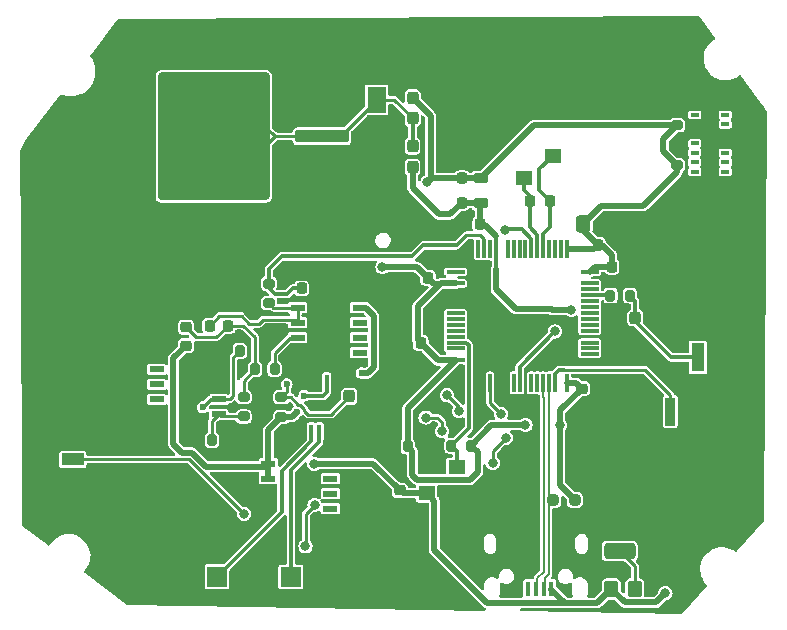
<source format=gbr>
%TF.GenerationSoftware,KiCad,Pcbnew,7.0.2*%
%TF.CreationDate,2023-11-25T19:49:37-03:00*%
%TF.ProjectId,Schematic_monitor,53636865-6d61-4746-9963-5f6d6f6e6974,rev?*%
%TF.SameCoordinates,Original*%
%TF.FileFunction,Copper,L1,Top*%
%TF.FilePolarity,Positive*%
%FSLAX45Y45*%
G04 Gerber Fmt 4.5, Leading zero omitted, Abs format (unit mm)*
G04 Created by KiCad (PCBNEW 7.0.2) date 2023-11-25 19:49:37*
%MOMM*%
%LPD*%
G01*
G04 APERTURE LIST*
G04 Aperture macros list*
%AMRoundRect*
0 Rectangle with rounded corners*
0 $1 Rounding radius*
0 $2 $3 $4 $5 $6 $7 $8 $9 X,Y pos of 4 corners*
0 Add a 4 corners polygon primitive as box body*
4,1,4,$2,$3,$4,$5,$6,$7,$8,$9,$2,$3,0*
0 Add four circle primitives for the rounded corners*
1,1,$1+$1,$2,$3*
1,1,$1+$1,$4,$5*
1,1,$1+$1,$6,$7*
1,1,$1+$1,$8,$9*
0 Add four rect primitives between the rounded corners*
20,1,$1+$1,$2,$3,$4,$5,0*
20,1,$1+$1,$4,$5,$6,$7,0*
20,1,$1+$1,$6,$7,$8,$9,0*
20,1,$1+$1,$8,$9,$2,$3,0*%
G04 Aperture macros list end*
%TA.AperFunction,SMDPad,CuDef*%
%ADD10R,1.120000X2.440000*%
%TD*%
%TA.AperFunction,SMDPad,CuDef*%
%ADD11RoundRect,0.237500X-0.237500X0.287500X-0.237500X-0.287500X0.237500X-0.287500X0.237500X0.287500X0*%
%TD*%
%TA.AperFunction,SMDPad,CuDef*%
%ADD12RoundRect,0.250000X0.350000X0.450000X-0.350000X0.450000X-0.350000X-0.450000X0.350000X-0.450000X0*%
%TD*%
%TA.AperFunction,SMDPad,CuDef*%
%ADD13RoundRect,0.200000X0.200000X0.275000X-0.200000X0.275000X-0.200000X-0.275000X0.200000X-0.275000X0*%
%TD*%
%TA.AperFunction,SMDPad,CuDef*%
%ADD14RoundRect,0.200000X0.275000X-0.200000X0.275000X0.200000X-0.275000X0.200000X-0.275000X-0.200000X0*%
%TD*%
%TA.AperFunction,SMDPad,CuDef*%
%ADD15R,1.400000X1.200000*%
%TD*%
%TA.AperFunction,SMDPad,CuDef*%
%ADD16RoundRect,0.225000X-0.225000X-0.250000X0.225000X-0.250000X0.225000X0.250000X-0.225000X0.250000X0*%
%TD*%
%TA.AperFunction,SMDPad,CuDef*%
%ADD17RoundRect,0.237500X0.250000X0.237500X-0.250000X0.237500X-0.250000X-0.237500X0.250000X-0.237500X0*%
%TD*%
%TA.AperFunction,SMDPad,CuDef*%
%ADD18RoundRect,0.225000X0.225000X0.250000X-0.225000X0.250000X-0.225000X-0.250000X0.225000X-0.250000X0*%
%TD*%
%TA.AperFunction,SMDPad,CuDef*%
%ADD19RoundRect,0.200000X-0.275000X0.200000X-0.275000X-0.200000X0.275000X-0.200000X0.275000X0.200000X0*%
%TD*%
%TA.AperFunction,SMDPad,CuDef*%
%ADD20RoundRect,0.250000X-0.337500X-0.475000X0.337500X-0.475000X0.337500X0.475000X-0.337500X0.475000X0*%
%TD*%
%TA.AperFunction,SMDPad,CuDef*%
%ADD21RoundRect,0.237500X0.237500X-0.300000X0.237500X0.300000X-0.237500X0.300000X-0.237500X-0.300000X0*%
%TD*%
%TA.AperFunction,SMDPad,CuDef*%
%ADD22RoundRect,0.075000X-0.075000X0.700000X-0.075000X-0.700000X0.075000X-0.700000X0.075000X0.700000X0*%
%TD*%
%TA.AperFunction,SMDPad,CuDef*%
%ADD23RoundRect,0.075000X-0.700000X0.075000X-0.700000X-0.075000X0.700000X-0.075000X0.700000X0.075000X0*%
%TD*%
%TA.AperFunction,SMDPad,CuDef*%
%ADD24R,0.450000X1.300000*%
%TD*%
%TA.AperFunction,SMDPad,CuDef*%
%ADD25RoundRect,0.218750X-0.218750X-0.256250X0.218750X-0.256250X0.218750X0.256250X-0.218750X0.256250X0*%
%TD*%
%TA.AperFunction,SMDPad,CuDef*%
%ADD26R,0.381000X1.219200*%
%TD*%
%TA.AperFunction,ComponentPad*%
%ADD27R,1.700000X1.700000*%
%TD*%
%TA.AperFunction,SMDPad,CuDef*%
%ADD28R,1.257300X0.508000*%
%TD*%
%TA.AperFunction,SMDPad,CuDef*%
%ADD29R,1.600000X2.200000*%
%TD*%
%TA.AperFunction,SMDPad,CuDef*%
%ADD30RoundRect,0.225000X-0.250000X0.225000X-0.250000X-0.225000X0.250000X-0.225000X0.250000X0.225000X0*%
%TD*%
%TA.AperFunction,SMDPad,CuDef*%
%ADD31RoundRect,0.250000X2.050000X0.300000X-2.050000X0.300000X-2.050000X-0.300000X2.050000X-0.300000X0*%
%TD*%
%TA.AperFunction,SMDPad,CuDef*%
%ADD32RoundRect,0.250000X2.025000X2.375000X-2.025000X2.375000X-2.025000X-2.375000X2.025000X-2.375000X0*%
%TD*%
%TA.AperFunction,SMDPad,CuDef*%
%ADD33RoundRect,0.250002X4.449998X5.149998X-4.449998X5.149998X-4.449998X-5.149998X4.449998X-5.149998X0*%
%TD*%
%TA.AperFunction,SMDPad,CuDef*%
%ADD34RoundRect,0.218750X-0.381250X0.218750X-0.381250X-0.218750X0.381250X-0.218750X0.381250X0.218750X0*%
%TD*%
%TA.AperFunction,SMDPad,CuDef*%
%ADD35RoundRect,0.237500X0.237500X-0.287500X0.237500X0.287500X-0.237500X0.287500X-0.237500X-0.287500X0*%
%TD*%
%TA.AperFunction,SMDPad,CuDef*%
%ADD36RoundRect,0.200000X-0.200000X-0.275000X0.200000X-0.275000X0.200000X0.275000X-0.200000X0.275000X0*%
%TD*%
%TA.AperFunction,SMDPad,CuDef*%
%ADD37R,0.850000X2.350000*%
%TD*%
%TA.AperFunction,SMDPad,CuDef*%
%ADD38R,0.711200X0.304800*%
%TD*%
%TA.AperFunction,SMDPad,CuDef*%
%ADD39RoundRect,0.250000X-1.075000X0.425000X-1.075000X-0.425000X1.075000X-0.425000X1.075000X0.425000X0*%
%TD*%
%TA.AperFunction,SMDPad,CuDef*%
%ADD40R,1.900000X1.000000*%
%TD*%
%TA.AperFunction,ViaPad*%
%ADD41C,0.800000*%
%TD*%
%TA.AperFunction,ViaPad*%
%ADD42C,0.600000*%
%TD*%
%TA.AperFunction,Conductor*%
%ADD43C,0.300000*%
%TD*%
%TA.AperFunction,Conductor*%
%ADD44C,0.250000*%
%TD*%
%TA.AperFunction,Conductor*%
%ADD45C,0.500000*%
%TD*%
%TA.AperFunction,Conductor*%
%ADD46C,0.200000*%
%TD*%
G04 APERTURE END LIST*
D10*
%TO.P,SW2,2,B*%
%TO.N,/sw_boot*%
X18057792Y-13971996D03*
%TD*%
D11*
%TO.P,FB2,1*%
%TO.N,Net-(U2-VO)*%
X15642192Y-12185596D03*
%TO.P,FB2,2*%
%TO.N,+3.3VA*%
X15642192Y-12360596D03*
%TD*%
D12*
%TO.P,R10,1*%
%TO.N,Net-(D4-A)*%
X17524292Y-15931996D03*
%TO.P,R10,2*%
%TO.N,VBUS*%
X17324292Y-15931996D03*
%TD*%
D13*
%TO.P,R14,2*%
%TO.N,+3.3V*%
X15601292Y-14725496D03*
%TD*%
D14*
%TO.P,R7,1*%
%TO.N,Net-(R5-Pad1)*%
X14212792Y-14472284D03*
%TO.P,R7,2*%
%TO.N,Net-(C16-Pad1)*%
X14212792Y-14307284D03*
%TD*%
D15*
%TO.P,Y1,1,1*%
%TO.N,HSE_IN*%
X16829792Y-12262996D03*
%TO.P,Y1,3,3*%
%TO.N,HSE_OUT*%
X16589792Y-12452996D03*
%TD*%
D13*
%TO.P,R1,1*%
%TO.N,/sw_boot*%
X17483292Y-13447996D03*
%TO.P,R1,2*%
%TO.N,BOOT*%
X17318292Y-13447996D03*
%TD*%
D16*
%TO.P,C7,1*%
%TO.N,+3.3V*%
X17329292Y-13203996D03*
%TD*%
D17*
%TO.P,R15,1*%
%TO.N,+3.3V*%
X17016042Y-15177496D03*
%TO.P,R15,2*%
%TO.N,USB_D+*%
X16833542Y-15177496D03*
%TD*%
D18*
%TO.P,C3,1*%
%TO.N,+3.3VA*%
X16060292Y-12660996D03*
%TD*%
D19*
%TO.P,R12,2*%
%TO.N,+3.3V*%
X17881792Y-12344396D03*
%TD*%
D20*
%TO.P,C5,1*%
%TO.N,+3.3V*%
X17088042Y-12839996D03*
%TD*%
D21*
%TO.P,C15,2*%
%TO.N,Net-(U7A-+)*%
X15106592Y-14301734D03*
%TD*%
D22*
%TO.P,U1,1,VBAT*%
%TO.N,+3.3V*%
X16948792Y-13053496D03*
%TO.P,U1,2,PC13*%
%TO.N,unconnected-(U1-PC13-Pad2)*%
X16898792Y-13053496D03*
%TO.P,U1,3,PC14*%
%TO.N,unconnected-(U1-PC14-Pad3)*%
X16848792Y-13053496D03*
%TO.P,U1,4,PC15*%
%TO.N,unconnected-(U1-PC15-Pad4)*%
X16798792Y-13053496D03*
%TO.P,U1,5,PH0*%
%TO.N,HSE_IN*%
X16748792Y-13053496D03*
%TO.P,U1,6,PH1*%
%TO.N,HSE_OUT*%
X16698792Y-13053496D03*
%TO.P,U1,7,NRST*%
%TO.N,NRST*%
X16648792Y-13053496D03*
%TO.P,U1,8,PC0*%
%TO.N,unconnected-(U1-PC0-Pad8)*%
X16598792Y-13053496D03*
%TO.P,U1,9,PC1*%
%TO.N,unconnected-(U1-PC1-Pad9)*%
X16548792Y-13053496D03*
%TO.P,U1,10,PC2*%
%TO.N,unconnected-(U1-PC2-Pad10)*%
X16498792Y-13053496D03*
%TO.P,U1,11,PC3*%
%TO.N,unconnected-(U1-PC3-Pad11)*%
X16448792Y-13053496D03*
%TO.P,U1,13,VDDA*%
%TO.N,+3.3VA*%
X16348792Y-13053496D03*
%TO.P,U1,14,PA0*%
%TO.N,unconnected-(U1-PA0-Pad14)*%
X16298792Y-13053496D03*
%TO.P,U1,15,PA1*%
%TO.N,ADC1-1*%
X16248792Y-13053496D03*
%TO.P,U1,16,PA2*%
%TO.N,unconnected-(U1-PA2-Pad16)*%
X16198792Y-13053496D03*
D23*
%TO.P,U1,17,PA3*%
%TO.N,unconnected-(U1-PA3-Pad17)*%
X16006292Y-13245996D03*
%TO.P,U1,19,VDD*%
%TO.N,+3.3V*%
X16006292Y-13345996D03*
%TO.P,U1,24,PC4*%
%TO.N,unconnected-(U1-PC4-Pad24)*%
X16006292Y-13595996D03*
%TO.P,U1,25,PC5*%
%TO.N,unconnected-(U1-PC5-Pad25)*%
X16006292Y-13645996D03*
%TO.P,U1,26,PB0*%
%TO.N,unconnected-(U1-PB0-Pad26)*%
X16006292Y-13695996D03*
%TO.P,U1,27,PB1*%
%TO.N,unconnected-(U1-PB1-Pad27)*%
X16006292Y-13745996D03*
%TO.P,U1,28,PB2*%
%TO.N,unconnected-(U1-PB2-Pad28)*%
X16006292Y-13795996D03*
%TO.P,U1,29,PB10*%
%TO.N,Temp_SCL*%
X16006292Y-13845996D03*
%TO.P,U1,30,VCAP_1*%
%TO.N,unconnected-(U1-VCAP_1-Pad30)*%
X16006292Y-13895996D03*
%TO.P,U1,32,VDD*%
%TO.N,+3.3V*%
X16006292Y-13995996D03*
D22*
%TO.P,U1,35,PB14*%
%TO.N,displ_dc*%
X16298792Y-14188496D03*
%TO.P,U1,39,PC8*%
%TO.N,unconnected-(U1-PC8-Pad39)*%
X16498792Y-14188496D03*
%TO.P,U1,40,PC9*%
%TO.N,oxi_sda*%
X16548792Y-14188496D03*
%TO.P,U1,42,PA9*%
%TO.N,unconnected-(U1-PA9-Pad42)*%
X16648792Y-14188496D03*
%TO.P,U1,43,PA10*%
%TO.N,unconnected-(U1-PA10-Pad43)*%
X16698792Y-14188496D03*
%TO.P,U1,44,PA11*%
%TO.N,USB_D-*%
X16748792Y-14188496D03*
%TO.P,U1,45,PA12*%
%TO.N,USB_D+*%
X16798792Y-14188496D03*
%TO.P,U1,46,PA13*%
%TO.N,SWDIO*%
X16848792Y-14188496D03*
%TO.P,U1,48,VDD*%
%TO.N,+3.3V*%
X16948792Y-14188496D03*
D23*
%TO.P,U1,50,PA15*%
%TO.N,unconnected-(U1-PA15-Pad50)*%
X17141292Y-13945996D03*
%TO.P,U1,51,PC10*%
%TO.N,unconnected-(U1-PC10-Pad51)*%
X17141292Y-13895996D03*
%TO.P,U1,52,PC11*%
%TO.N,unconnected-(U1-PC11-Pad52)*%
X17141292Y-13845996D03*
%TO.P,U1,54,PD2*%
%TO.N,unconnected-(U1-PD2-Pad54)*%
X17141292Y-13745996D03*
%TO.P,U1,55,PB3*%
%TO.N,unconnected-(U1-PB3-Pad55)*%
X17141292Y-13695996D03*
%TO.P,U1,56,PB4*%
%TO.N,unconnected-(U1-PB4-Pad56)*%
X17141292Y-13645996D03*
%TO.P,U1,57,PB5*%
%TO.N,unconnected-(U1-PB5-Pad57)*%
X17141292Y-13595996D03*
%TO.P,U1,58,PB6*%
%TO.N,unconnected-(U1-PB6-Pad58)*%
X17141292Y-13545996D03*
%TO.P,U1,59,PB7*%
%TO.N,unconnected-(U1-PB7-Pad59)*%
X17141292Y-13495996D03*
%TO.P,U1,60,BOOT0*%
%TO.N,BOOT*%
X17141292Y-13445996D03*
%TO.P,U1,61,PB8*%
%TO.N,unconnected-(U1-PB8-Pad61)*%
X17141292Y-13395996D03*
%TO.P,U1,62,PB9*%
%TO.N,unconnected-(U1-PB9-Pad62)*%
X17141292Y-13345996D03*
%TO.P,U1,64,VDD*%
%TO.N,+3.3V*%
X17141292Y-13245996D03*
%TD*%
D18*
%TO.P,C14,1*%
%TO.N,HSE_OUT*%
X16640292Y-12644996D03*
%TD*%
D24*
%TO.P,J2,1,VBUS*%
%TO.N,VBUS*%
X16816292Y-15934996D03*
%TO.P,J2,2,D-*%
%TO.N,USB_D+*%
X16751292Y-15934996D03*
%TO.P,J2,3,D+*%
%TO.N,USB_D-*%
X16686292Y-15934996D03*
%TO.P,J2,4,ID*%
%TO.N,unconnected-(J2-ID-Pad4)*%
X16621292Y-15934996D03*
%TD*%
D13*
%TO.P,R6,1*%
%TO.N,Net-(U7A--)*%
X14178292Y-13918784D03*
%TD*%
D25*
%TO.P,D3,1,K*%
%TO.N,ADC1-1*%
X14704042Y-13388496D03*
%TD*%
D26*
%TO.P,U5,2,-*%
%TO.N,Net-(J3-Pin_1)*%
X14786292Y-14603874D03*
%TO.P,U5,3,+*%
%TO.N,Net-(J4-Pin_1)*%
X14851292Y-14603874D03*
%TO.P,U5,5,Ref*%
%TO.N,Vref*%
X14916292Y-14179694D03*
%TD*%
D18*
%TO.P,C8,1*%
%TO.N,+3.3V*%
X15772792Y-13296996D03*
%TD*%
D19*
%TO.P,R11,2*%
%TO.N,+3.3V*%
X17883792Y-12007396D03*
%TD*%
D27*
%TO.P,J4,1,Pin_1*%
%TO.N,Net-(J4-Pin_1)*%
X14611792Y-15831496D03*
%TD*%
D28*
%TO.P,U8,1*%
%TO.N,Net-(U8A--)*%
X14669537Y-13551284D03*
%TO.P,U8,2,-*%
X14669537Y-13678284D03*
%TO.P,U8,3,+*%
%TO.N,Net-(U8A-+)*%
X14669537Y-13805284D03*
%TO.P,U8,5*%
%TO.N,N/C*%
X15194047Y-13932284D03*
%TO.P,U8,6*%
X15194047Y-13805284D03*
%TO.P,U8,7*%
X15194047Y-13678284D03*
%TO.P,U8,8,V+*%
%TO.N,VBUS*%
X15194047Y-13551284D03*
%TD*%
D29*
%TO.P,C2,1*%
%TO.N,Net-(U2-VO)*%
X15338392Y-11793296D03*
%TD*%
D30*
%TO.P,C16,1*%
%TO.N,Net-(C16-Pad1)*%
X13725792Y-13716284D03*
%TO.P,C16,2*%
%TO.N,Vref*%
X13725792Y-13871284D03*
%TD*%
D18*
%TO.P,C4,1*%
%TO.N,+3.3VA*%
X16214792Y-12844496D03*
%TD*%
D16*
%TO.P,C13,1*%
%TO.N,HSE_IN*%
X16809292Y-12646996D03*
%TD*%
D18*
%TO.P,C17,1*%
%TO.N,Net-(C16-Pad1)*%
X14079292Y-13702784D03*
%TO.P,C17,2*%
%TO.N,Net-(U8A--)*%
X13924292Y-13702784D03*
%TD*%
D31*
%TO.P,U2,2,VO*%
%TO.N,Net-(U2-VO)*%
X14874492Y-12100496D03*
D32*
X14201992Y-12377996D03*
X14201992Y-11822996D03*
D33*
X13959492Y-12100496D03*
D32*
X13716992Y-12377996D03*
X13716992Y-11822996D03*
%TD*%
D18*
%TO.P,C9,1*%
%TO.N,+3.3V*%
X15713792Y-13851996D03*
%TD*%
D30*
%TO.P,C18,2*%
%TO.N,VBUS*%
X15535792Y-15096996D03*
%TD*%
D34*
%TO.P,FB3,1*%
%TO.N,+3.3V*%
X16220792Y-12453746D03*
%TO.P,FB3,2*%
%TO.N,+3.3VA*%
X16220792Y-12666246D03*
%TD*%
D27*
%TO.P,J3,1,Pin_1*%
%TO.N,Net-(J3-Pin_1)*%
X13986792Y-15827496D03*
%TD*%
D35*
%TO.P,FB1,1*%
%TO.N,Net-(U2-VO)*%
X15643192Y-11948096D03*
%TO.P,FB1,2*%
%TO.N,+3.3V*%
X15643192Y-11773096D03*
%TD*%
D13*
%TO.P,R5,1*%
%TO.N,Net-(R5-Pad1)*%
X13945292Y-14673784D03*
%TD*%
D16*
%TO.P,C6,1*%
%TO.N,+3.3V*%
X17212292Y-13018996D03*
%TD*%
D36*
%TO.P,R8,1*%
%TO.N,Net-(C16-Pad1)*%
X14309292Y-14071784D03*
%TO.P,R8,2*%
%TO.N,Net-(U8A-+)*%
X14474292Y-14071784D03*
%TD*%
D11*
%TO.P,D2,1,A1*%
%TO.N,/sw_boot*%
X17526792Y-13636496D03*
%TD*%
D18*
%TO.P,C11,1*%
%TO.N,+3.3V*%
X16062292Y-12456996D03*
%TD*%
D14*
%TO.P,R9,1*%
%TO.N,Net-(U8A--)*%
X14425792Y-13512284D03*
%TO.P,R9,2*%
%TO.N,ADC1-1*%
X14425792Y-13347284D03*
%TD*%
D36*
%TO.P,R13,1*%
%TO.N,Temp_SCL*%
X15972292Y-14718496D03*
%TO.P,R13,2*%
%TO.N,+3.3V*%
X16137292Y-14718496D03*
%TD*%
D37*
%TO.P,J1,2,Pin_2*%
%TO.N,SWDIO*%
X17824392Y-14430896D03*
%TD*%
D19*
%TO.P,R4,1*%
%TO.N,Net-(U7A-+)*%
X14531592Y-14309484D03*
%TO.P,R4,2*%
%TO.N,Vref*%
X14531592Y-14474484D03*
%TD*%
D15*
%TO.P,U3,1,SCL/VZ*%
%TO.N,Temp_SCL*%
X16016792Y-14901246D03*
%TO.P,U3,3,VDD*%
%TO.N,VBUS*%
X15762792Y-15121246D03*
%TD*%
D30*
%TO.P,C10,1*%
%TO.N,+3.3V*%
X17075792Y-14235496D03*
%TD*%
D28*
%TO.P,U7,1*%
%TO.N,Net-(R5-Pad1)*%
X14001047Y-14454284D03*
%TO.P,U7,2,-*%
%TO.N,Net-(U7A--)*%
X14001047Y-14327284D03*
%TO.P,U7,5*%
%TO.N,N/C*%
X13476537Y-14073284D03*
%TO.P,U7,6*%
X13476537Y-14200284D03*
%TO.P,U7,7*%
X13476537Y-14327284D03*
%TD*%
%TO.P,U6,1*%
%TO.N,Vref*%
X14422282Y-14871284D03*
%TO.P,U6,2,-*%
X14422282Y-14998284D03*
%TO.P,U6,5*%
%TO.N,N/C*%
X14946792Y-15252284D03*
%TO.P,U6,6*%
X14946792Y-15125284D03*
%TO.P,U6,7*%
X14946792Y-14998284D03*
%TO.P,U6,8,V+*%
%TO.N,VBUS*%
X14946792Y-14871284D03*
%TD*%
D38*
%TO.P,U4,1,N.C.*%
%TO.N,unconnected-(U4-N.C.-Pad1)*%
X18030792Y-11918896D03*
%TO.P,U4,4,PGND*%
%TO.N,unconnected-(U4-PGND-Pad4)*%
X18030792Y-12158896D03*
%TO.P,U4,5,IR_DRV*%
%TO.N,unconnected-(U4-IR_DRV-Pad5)*%
X18030792Y-12238896D03*
%TO.P,U4,6,R_DRV*%
%TO.N,unconnected-(U4-R_DRV-Pad6)*%
X18030792Y-12318896D03*
%TO.P,U4,7,N.C.*%
%TO.N,unconnected-(U4-N.C.-Pad7)*%
X18030792Y-12398896D03*
%TO.P,U4,8,N.C.*%
%TO.N,unconnected-(U4-N.C.-Pad8)*%
X18289872Y-12398896D03*
%TO.P,U4,9,R_LED+*%
%TO.N,unconnected-(U4-R_LED+-Pad9)*%
X18289872Y-12318896D03*
%TO.P,U4,10,IR_LED+*%
%TO.N,unconnected-(U4-IR_LED+-Pad10)*%
X18289872Y-12238896D03*
%TO.P,U4,13,\u002AINT*%
%TO.N,unconnected-(U4-\u002AINT-Pad13)*%
X18289872Y-11998896D03*
%TO.P,U4,14,N.C.*%
%TO.N,unconnected-(U4-N.C.-Pad14)*%
X18289872Y-11918896D03*
%TD*%
D39*
%TO.P,D4,2,A*%
%TO.N,Net-(D4-A)*%
X17397292Y-15611996D03*
%TD*%
D40*
%TO.P,J5,1,Pin_1*%
%TO.N,displ_led*%
X12766792Y-14835496D03*
%TD*%
D41*
%TO.N,GND*%
X12392000Y-13318000D03*
X15292000Y-14352000D03*
%TO.N,+3.3V*%
X16891000Y-14547000D03*
%TO.N,VBUS*%
X14809792Y-14873496D03*
D42*
X15210464Y-14104260D03*
D41*
X17783000Y-15970000D03*
%TO.N,GND*%
X16018792Y-14106496D03*
X15358000Y-14596000D03*
X17894000Y-16100000D03*
X15341600Y-15240000D03*
X15606000Y-14191000D03*
%TO.N,+3.3VA*%
X16987792Y-13568496D03*
%TO.N,+3.3V*%
X15767644Y-12490644D03*
X15388000Y-13206496D03*
X16598792Y-14544496D03*
%TO.N,NRST*%
X16428792Y-12889496D03*
%TO.N,displ_led*%
X15892000Y-14597000D03*
X14217792Y-15295496D03*
X15753000Y-14481000D03*
%TO.N,displ_rst*%
X14735792Y-15571496D03*
X15934792Y-14293496D03*
X16036792Y-14427496D03*
X14813225Y-15220931D03*
%TO.N,displ_dc*%
X16392792Y-14450496D03*
X16430792Y-14652496D03*
X16320792Y-14865496D03*
%TO.N,oxi_sda*%
X16845792Y-13752496D03*
D42*
%TO.N,Net-(U7A-+)*%
X14576792Y-14198784D03*
%TO.N,Vref*%
X14663792Y-14433496D03*
X14725792Y-14295496D03*
%TO.N,Net-(U7A--)*%
X13864792Y-14394784D03*
%TD*%
D43*
%TO.N,ADC1-1*%
X15734000Y-13024000D02*
X16010000Y-13024000D01*
X14425792Y-13347284D02*
X14425792Y-13225208D01*
X14534504Y-13116496D02*
X15641504Y-13116496D01*
X15641504Y-13116496D02*
X15734000Y-13024000D01*
X14425792Y-13225208D02*
X14534504Y-13116496D01*
D44*
X16096000Y-12938000D02*
X16010000Y-13024000D01*
X16217364Y-12938000D02*
X16096000Y-12938000D01*
X16248792Y-12969428D02*
X16217364Y-12938000D01*
X16248792Y-13053496D02*
X16248792Y-12969428D01*
D43*
%TO.N,Net-(J3-Pin_1)*%
X14534000Y-14935465D02*
X14534000Y-15280288D01*
X14786292Y-14683173D02*
X14534000Y-14935465D01*
X14534000Y-15280288D02*
X13986792Y-15827496D01*
X14786292Y-14603874D02*
X14786292Y-14683173D01*
D45*
%TO.N,Vref*%
X13617000Y-13980076D02*
X13725792Y-13871284D01*
X13897613Y-14898000D02*
X13777609Y-14777996D01*
X13777609Y-14777996D02*
X13690996Y-14777996D01*
X14395821Y-14898000D02*
X13897613Y-14898000D01*
X14422537Y-14871284D02*
X14395821Y-14898000D01*
X13690996Y-14777996D02*
X13617000Y-14704000D01*
X13617000Y-14704000D02*
X13617000Y-13980076D01*
%TO.N,VBUS*%
X15826000Y-15600519D02*
X16275477Y-16049996D01*
X15826000Y-15184454D02*
X15826000Y-15600519D01*
X16275477Y-16049996D02*
X16931292Y-16049996D01*
X15762792Y-15121246D02*
X15826000Y-15184454D01*
%TO.N,+3.3V*%
X16890000Y-15051454D02*
X17016042Y-15177496D01*
X16890000Y-14548000D02*
X16890000Y-15051454D01*
X16891000Y-14547000D02*
X16890000Y-14548000D01*
X17073504Y-14235496D02*
X17075792Y-14235496D01*
X16891000Y-14547000D02*
X16891000Y-14418000D01*
X16891000Y-14418000D02*
X17073504Y-14235496D01*
%TO.N,VBUS*%
X17439292Y-16046996D02*
X17324292Y-15931996D01*
X17783000Y-15970000D02*
X17706004Y-16046996D01*
X17706004Y-16046996D02*
X17439292Y-16046996D01*
%TO.N,+3.3V*%
X15795592Y-12462696D02*
X15767644Y-12490644D01*
X15795592Y-11925496D02*
X15795592Y-12462696D01*
X15801292Y-12456996D02*
X15767644Y-12490644D01*
X16062292Y-12456996D02*
X15801292Y-12456996D01*
X15795592Y-11925496D02*
X15643192Y-11773096D01*
X17028792Y-14188496D02*
X17075792Y-14235496D01*
X16948792Y-14188496D02*
X17028792Y-14188496D01*
X16193792Y-14944246D02*
X16193792Y-14774996D01*
X16193792Y-14774996D02*
X16137292Y-14718496D01*
X16131792Y-15006246D02*
X16193792Y-14944246D01*
X15641000Y-14964000D02*
X15683246Y-15006246D01*
X15641000Y-14765204D02*
X15641000Y-14964000D01*
X15601292Y-14725496D02*
X15641000Y-14765204D01*
X15683246Y-15006246D02*
X16131792Y-15006246D01*
D44*
%TO.N,displ_led*%
X15892000Y-14521000D02*
X15852000Y-14481000D01*
X15892000Y-14597000D02*
X15892000Y-14521000D01*
X15852000Y-14481000D02*
X15753000Y-14481000D01*
D43*
%TO.N,Vref*%
X14728792Y-14301496D02*
X14726792Y-14299496D01*
X14882504Y-14301496D02*
X14728792Y-14301496D01*
X14916292Y-14267708D02*
X14882504Y-14301496D01*
X14916292Y-14179694D02*
X14916292Y-14267708D01*
%TO.N,HSE_IN*%
X16715000Y-12377788D02*
X16829792Y-12262996D01*
X16715000Y-12552704D02*
X16715000Y-12377788D01*
X16809292Y-12646996D02*
X16715000Y-12552704D01*
D45*
%TO.N,+3.3V*%
X17241038Y-12687000D02*
X17088042Y-12839996D01*
X17881792Y-12401896D02*
X17596688Y-12687000D01*
X17596688Y-12687000D02*
X17241038Y-12687000D01*
X17881792Y-12344396D02*
X17881792Y-12401896D01*
X17766000Y-12125188D02*
X17883792Y-12007396D01*
X17766000Y-12228604D02*
X17766000Y-12125188D01*
X17881792Y-12344396D02*
X17766000Y-12228604D01*
%TO.N,+3.3VA*%
X15642192Y-12535104D02*
X15642192Y-12360596D01*
X15867088Y-12760000D02*
X15642192Y-12535104D01*
X15961288Y-12760000D02*
X15867088Y-12760000D01*
X16060292Y-12660996D02*
X15961288Y-12760000D01*
D43*
%TO.N,SWDIO*%
X16848792Y-14110208D02*
X16848792Y-14188496D01*
X16883004Y-14075996D02*
X16848792Y-14110208D01*
X16923688Y-14075996D02*
X16883004Y-14075996D01*
D45*
%TO.N,+3.3V*%
X15679069Y-13206496D02*
X15769569Y-13296996D01*
X15388000Y-13206496D02*
X15679069Y-13206496D01*
D43*
%TO.N,+3.3VA*%
X16348792Y-13053496D02*
X16348792Y-13226792D01*
X16348792Y-13226792D02*
X16349000Y-13227000D01*
D45*
X16348792Y-13227208D02*
X16349000Y-13227000D01*
X16348792Y-13396792D02*
X16348792Y-13227208D01*
D43*
X16820692Y-13563000D02*
X16826188Y-13568496D01*
D45*
X16515000Y-13563000D02*
X16820692Y-13563000D01*
X16348792Y-13396792D02*
X16515000Y-13563000D01*
X16987792Y-13568496D02*
X16826188Y-13568496D01*
%TO.N,+3.3V*%
X15873792Y-13351496D02*
X15827292Y-13351496D01*
X15827292Y-13351496D02*
X15772792Y-13296996D01*
D44*
X15879292Y-13345996D02*
X15873792Y-13351496D01*
D45*
X16006292Y-13345996D02*
X15879292Y-13345996D01*
D44*
%TO.N,Net-(U7A-+)*%
X14613484Y-14309484D02*
X14531592Y-14309484D01*
X14726292Y-14407608D02*
X14689680Y-14370996D01*
X14689680Y-14370996D02*
X14674996Y-14370996D01*
X14674996Y-14370996D02*
X14613484Y-14309484D01*
X14726292Y-14422292D02*
X14726292Y-14407608D01*
X14952326Y-14456000D02*
X14760000Y-14456000D01*
X15106592Y-14301734D02*
X14952326Y-14456000D01*
X14760000Y-14456000D02*
X14726292Y-14422292D01*
%TO.N,Net-(U2-VO)*%
X14874492Y-12100496D02*
X14479492Y-12100496D01*
X14479492Y-12100496D02*
X14201992Y-11822996D01*
X13959492Y-12135496D02*
X14201992Y-12377996D01*
X13959492Y-12100496D02*
X13959492Y-12135496D01*
X14201992Y-12377996D02*
X14479492Y-12100496D01*
D45*
%TO.N,VBUS*%
X15310080Y-14871284D02*
X14947047Y-14871284D01*
X15560042Y-15121246D02*
X15535792Y-15096996D01*
X15535792Y-15096996D02*
X15310080Y-14871284D01*
X17206292Y-16049996D02*
X16931292Y-16049996D01*
X15312992Y-13618964D02*
X15312992Y-14056296D01*
X14947047Y-14871284D02*
X14812004Y-14871284D01*
X15312992Y-14056296D02*
X15262192Y-14107096D01*
X16818792Y-15937496D02*
X16818792Y-15934996D01*
X15194047Y-13551284D02*
X15245312Y-13551284D01*
X15262192Y-14107096D02*
X15211392Y-14107096D01*
X15245312Y-13551284D02*
X15312992Y-13618964D01*
X17324292Y-15931996D02*
X17206292Y-16049996D01*
D44*
X14812004Y-14871284D02*
X14809792Y-14873496D01*
D45*
X15762792Y-15121246D02*
X15560042Y-15121246D01*
X16931292Y-16049996D02*
X16818792Y-15937496D01*
D43*
%TO.N,Net-(U2-VO)*%
X15642192Y-12185596D02*
X15642192Y-11949096D01*
D44*
X15338392Y-11795696D02*
X15338392Y-11793296D01*
X14874492Y-12100496D02*
X15033592Y-12100496D01*
X15033592Y-12100496D02*
X15338392Y-11795696D01*
X15338392Y-11793296D02*
X15488392Y-11793296D01*
X15488392Y-11793296D02*
X15643192Y-11948096D01*
D43*
X15642192Y-11949096D02*
X15643192Y-11948096D01*
D45*
%TO.N,+3.3VA*%
X16348792Y-12942496D02*
X16259292Y-12852996D01*
X16060292Y-12660996D02*
X16215542Y-12660996D01*
X16259292Y-12852996D02*
X16202292Y-12852996D01*
X16215542Y-12660996D02*
X16220792Y-12666246D01*
X16202292Y-12852996D02*
X16214792Y-12840496D01*
X16214792Y-12840496D02*
X16214792Y-12697246D01*
D43*
X16202292Y-12684746D02*
X16220792Y-12666246D01*
D45*
X16214792Y-12697246D02*
X16202292Y-12684746D01*
D43*
X16348792Y-13053496D02*
X16348792Y-12942496D01*
D45*
%TO.N,+3.3V*%
X17329292Y-13104496D02*
X17329292Y-13203996D01*
X15601292Y-14400996D02*
X16006292Y-13995996D01*
X17329292Y-13203996D02*
X17183292Y-13203996D01*
X15601292Y-14725496D02*
X15601292Y-14400996D01*
X16220792Y-12453746D02*
X16667142Y-12007396D01*
X17212292Y-13018996D02*
X17177792Y-13053496D01*
X16310292Y-14545496D02*
X16312292Y-14543496D01*
D43*
X15769569Y-13296996D02*
X15772792Y-13296996D01*
D45*
X16217542Y-12456996D02*
X16220792Y-12453746D01*
X16667142Y-12007396D02*
X17883792Y-12007396D01*
X17177792Y-13053496D02*
X16958792Y-13053496D01*
X15685792Y-13823496D02*
X15685792Y-13539496D01*
X15858292Y-13995996D02*
X15685792Y-13823496D01*
X17088042Y-12839996D02*
X17088042Y-12894746D01*
X16137292Y-14718496D02*
X16310292Y-14545496D01*
X16062292Y-12456996D02*
X16217542Y-12456996D01*
X17212292Y-13018996D02*
X17243792Y-13018996D01*
X16006292Y-13995996D02*
X15858292Y-13995996D01*
X17183292Y-13203996D02*
X17141292Y-13245996D01*
X16312292Y-14543496D02*
X16600792Y-14543496D01*
X17088042Y-12894746D02*
X17212292Y-13018996D01*
X17243792Y-13018996D02*
X17329292Y-13104496D01*
X15685792Y-13539496D02*
X15873792Y-13351496D01*
D43*
%TO.N,NRST*%
X16648792Y-13053496D02*
X16648792Y-12965892D01*
X16569396Y-12886496D02*
X16424792Y-12886496D01*
X16648792Y-12965892D02*
X16569396Y-12886496D01*
%TO.N,HSE_IN*%
X16748792Y-13053496D02*
X16748792Y-12930996D01*
X16809292Y-12870496D02*
X16809292Y-12646996D01*
X16748792Y-12930996D02*
X16809292Y-12870496D01*
%TO.N,HSE_OUT*%
X16640292Y-12607496D02*
X16588792Y-12555996D01*
X16634792Y-12650496D02*
X16640292Y-12644996D01*
X16640292Y-12644996D02*
X16640292Y-12607496D01*
X16698792Y-13053496D02*
X16698792Y-12931996D01*
X16588792Y-12555996D02*
X16588792Y-12453996D01*
X16588792Y-12453996D02*
X16589792Y-12452996D01*
X16634792Y-12867996D02*
X16634792Y-12650496D01*
X16698792Y-12931996D02*
X16634792Y-12867996D01*
%TO.N,/sw_boot*%
X17720792Y-13859496D02*
X17833292Y-13971996D01*
X17833292Y-13971996D02*
X18057792Y-13971996D01*
X17526792Y-13636496D02*
X17526792Y-13491496D01*
X17526792Y-13665496D02*
X17526792Y-13636496D01*
X17526792Y-13491496D02*
X17483292Y-13447996D01*
X17720792Y-13859496D02*
X17526792Y-13665496D01*
D44*
%TO.N,SWDIO*%
X17611992Y-14075996D02*
X16923688Y-14075996D01*
X17824392Y-14430896D02*
X17824392Y-14288396D01*
X17824392Y-14288396D02*
X17611992Y-14075996D01*
D46*
%TO.N,USB_D-*%
X16698792Y-15922496D02*
X16686292Y-15934996D01*
X16748792Y-14304746D02*
X16751292Y-14307246D01*
X16751292Y-14307246D02*
X16751292Y-15788859D01*
X16698792Y-15841359D02*
X16698792Y-15922496D01*
X16748792Y-14188496D02*
X16748792Y-14304746D01*
X16751292Y-15788859D02*
X16698792Y-15841359D01*
%TO.N,USB_D+*%
X16796292Y-15807496D02*
X16763792Y-15839996D01*
X16751292Y-15933636D02*
X16751292Y-15934996D01*
X16798792Y-14304746D02*
X16796292Y-14307246D01*
X16796292Y-15177496D02*
X16796292Y-15807496D01*
X16763792Y-15921136D02*
X16751292Y-15933636D01*
D43*
X16833542Y-15177496D02*
X16796292Y-15177496D01*
D46*
X16763792Y-15839996D02*
X16763792Y-15921136D01*
X16796292Y-14307246D02*
X16796292Y-15177496D01*
X16798792Y-14188496D02*
X16798792Y-14304746D01*
D43*
%TO.N,BOOT*%
X17141292Y-13445996D02*
X17316292Y-13445996D01*
X17316292Y-13445996D02*
X17318292Y-13447996D01*
D44*
%TO.N,Net-(D4-A)*%
X17524292Y-15931996D02*
X17524292Y-15738996D01*
X17524292Y-15738996D02*
X17397292Y-15611996D01*
%TO.N,displ_led*%
X13753792Y-14835496D02*
X14217792Y-15299496D01*
X12766792Y-14835496D02*
X13753792Y-14835496D01*
%TO.N,displ_rst*%
X16036792Y-14427496D02*
X16036792Y-14395496D01*
X14813225Y-15220931D02*
X14737792Y-15296364D01*
X16036792Y-14395496D02*
X15934792Y-14293496D01*
X14737792Y-15296364D02*
X14737792Y-15571496D01*
%TO.N,displ_dc*%
X16320792Y-14768496D02*
X16433792Y-14655496D01*
X16298792Y-14188496D02*
X16298792Y-14356496D01*
X16320792Y-14865496D02*
X16320792Y-14768496D01*
X16298792Y-14356496D02*
X16392792Y-14450496D01*
D43*
%TO.N,Temp_SCL*%
X16118792Y-13870892D02*
X16093896Y-13845996D01*
X16118792Y-14571996D02*
X16118792Y-13870892D01*
X16016792Y-14762996D02*
X15972292Y-14718496D01*
X16093896Y-13845996D02*
X16006292Y-13845996D01*
X15972292Y-14718496D02*
X16118792Y-14571996D01*
X16016792Y-14901246D02*
X16016792Y-14762996D01*
%TO.N,oxi_sda*%
X16548792Y-14188496D02*
X16548792Y-14049496D01*
X16548792Y-14049496D02*
X16845792Y-13752496D01*
%TO.N,ADC1-1*%
X14475792Y-13435496D02*
X14425792Y-13385496D01*
X14425792Y-13385496D02*
X14425792Y-13347284D01*
X14582792Y-13435496D02*
X14475792Y-13435496D01*
X14704042Y-13388496D02*
X14629792Y-13388496D01*
X14629792Y-13388496D02*
X14582792Y-13435496D01*
%TO.N,Net-(J4-Pin_1)*%
X14851292Y-14603874D02*
X14851292Y-14688884D01*
X14851292Y-14688884D02*
X14611792Y-14928384D01*
X14611792Y-14928384D02*
X14611792Y-15831496D01*
D44*
%TO.N,Net-(U7A-+)*%
X14576792Y-14264784D02*
X14576792Y-14198784D01*
X14532092Y-14309484D02*
X14576792Y-14264784D01*
X14531592Y-14309484D02*
X14532092Y-14309484D01*
D45*
%TO.N,Vref*%
X14422537Y-14871284D02*
X14422537Y-14998284D01*
X14531592Y-14474484D02*
X14622804Y-14474484D01*
X14622804Y-14474484D02*
X14663792Y-14433496D01*
X14531592Y-14474484D02*
X14422537Y-14583539D01*
X14422537Y-14583539D02*
X14422537Y-14871284D01*
D44*
%TO.N,Net-(C16-Pad1)*%
X14212792Y-14168284D02*
X14309292Y-14071784D01*
X13981292Y-13800784D02*
X13810292Y-13800784D01*
X13810292Y-13800784D02*
X13725792Y-13716284D01*
X14210792Y-13702784D02*
X14309292Y-13801284D01*
X14309292Y-13801284D02*
X14309292Y-14071784D01*
X14079292Y-13702784D02*
X13981292Y-13800784D01*
X14079292Y-13702784D02*
X14210792Y-13702784D01*
X14212792Y-14307284D02*
X14212792Y-14168284D01*
%TO.N,Net-(U8A--)*%
X14260144Y-13688496D02*
X14339261Y-13688496D01*
X13924292Y-13702784D02*
X14004292Y-13622784D01*
X14194432Y-13622784D02*
X14260144Y-13688496D01*
X14643249Y-13651996D02*
X14669537Y-13678284D01*
X14669537Y-13551284D02*
X14464792Y-13551284D01*
X14375761Y-13651996D02*
X14643249Y-13651996D01*
X14004292Y-13622784D02*
X14194432Y-13622784D01*
X14464792Y-13551284D02*
X14425792Y-13512284D01*
X14669537Y-13551284D02*
X14669537Y-13678284D01*
X14339261Y-13688496D02*
X14375761Y-13651996D01*
%TO.N,Net-(U7A--)*%
X13932292Y-14327284D02*
X13864792Y-14394784D01*
X14125792Y-13971284D02*
X14125792Y-14294784D01*
X14178292Y-13918784D02*
X14125792Y-13971284D01*
X14001047Y-14327284D02*
X13932292Y-14327284D01*
X14093292Y-14327284D02*
X14001047Y-14327284D01*
X14125792Y-14294784D02*
X14093292Y-14327284D01*
%TO.N,Net-(R5-Pad1)*%
X13945292Y-14673784D02*
X13945292Y-14510039D01*
X13945292Y-14510039D02*
X14001047Y-14454284D01*
X14212792Y-14472284D02*
X14019047Y-14472284D01*
X14019047Y-14472284D02*
X14001047Y-14454284D01*
%TO.N,Net-(U8A-+)*%
X14669537Y-13805284D02*
X14602292Y-13805284D01*
X14474292Y-13933284D02*
X14474292Y-14071784D01*
X14602292Y-13805284D02*
X14474292Y-13933284D01*
%TD*%
%TA.AperFunction,Conductor*%
%TO.N,GND*%
G36*
X18073058Y-11087463D02*
G01*
X18076522Y-11090756D01*
X18199599Y-11264321D01*
X18201871Y-11270928D01*
X18200210Y-11277715D01*
X18195553Y-11282307D01*
X18189415Y-11285752D01*
X18167975Y-11302307D01*
X18149173Y-11321808D01*
X18133412Y-11343838D01*
X18121026Y-11367929D01*
X18112280Y-11393566D01*
X18107360Y-11420203D01*
X18106371Y-11447272D01*
X18109333Y-11474198D01*
X18111216Y-11481397D01*
X18116185Y-11500405D01*
X18121564Y-11513064D01*
X18126779Y-11525335D01*
X18140890Y-11548457D01*
X18158217Y-11569278D01*
X18158218Y-11569278D01*
X18178392Y-11587354D01*
X18200983Y-11602300D01*
X18211613Y-11607284D01*
X18225510Y-11613798D01*
X18251424Y-11621595D01*
X18251449Y-11621602D01*
X18278248Y-11625546D01*
X18278248Y-11625546D01*
X18298329Y-11625546D01*
X18298555Y-11625546D01*
X18318808Y-11624064D01*
X18345247Y-11618174D01*
X18370548Y-11608497D01*
X18394170Y-11595240D01*
X18409852Y-11583131D01*
X18416361Y-11580592D01*
X18423210Y-11581975D01*
X18427545Y-11585773D01*
X18561328Y-11774435D01*
X18617545Y-11853713D01*
X18638481Y-11883237D01*
X18640753Y-11889844D01*
X18640766Y-11890492D01*
X18617823Y-15350873D01*
X18615810Y-15357564D01*
X18614742Y-15358971D01*
X18391538Y-15613275D01*
X18385636Y-15617015D01*
X18378649Y-15616970D01*
X18375376Y-15615437D01*
X18374767Y-15615034D01*
X18354601Y-15601692D01*
X18354601Y-15601691D01*
X18330074Y-15590194D01*
X18304136Y-15582390D01*
X18304135Y-15582390D01*
X18277336Y-15578446D01*
X18257029Y-15578446D01*
X18256804Y-15578462D01*
X18256803Y-15578463D01*
X18236776Y-15579928D01*
X18210337Y-15585818D01*
X18185036Y-15595495D01*
X18161414Y-15608752D01*
X18139975Y-15625307D01*
X18121173Y-15644808D01*
X18105412Y-15666838D01*
X18093026Y-15690929D01*
X18084280Y-15716566D01*
X18079360Y-15743203D01*
X18078371Y-15770272D01*
X18081333Y-15797198D01*
X18085760Y-15814128D01*
X18088185Y-15823405D01*
X18098383Y-15847403D01*
X18098779Y-15848335D01*
X18112890Y-15871457D01*
X18130217Y-15892278D01*
X18130277Y-15892331D01*
X18130321Y-15892403D01*
X18130798Y-15892976D01*
X18130718Y-15893042D01*
X18133957Y-15898271D01*
X18133841Y-15905257D01*
X18131322Y-15909747D01*
X17932571Y-16136191D01*
X17926669Y-16139931D01*
X17923064Y-16140410D01*
X16560855Y-16119845D01*
X16554181Y-16117775D01*
X16549686Y-16112426D01*
X16548796Y-16105496D01*
X16551794Y-16099185D01*
X16557729Y-16095497D01*
X16561042Y-16095046D01*
X16924502Y-16095046D01*
X16930218Y-16095046D01*
X16930682Y-16095055D01*
X16936393Y-16095268D01*
X16936393Y-16095268D01*
X16936995Y-16095291D01*
X16938856Y-16095046D01*
X17203066Y-16095046D01*
X17204454Y-16095124D01*
X17207995Y-16095523D01*
X17207995Y-16095523D01*
X17207996Y-16095523D01*
X17213615Y-16094460D01*
X17214065Y-16094383D01*
X17219721Y-16093531D01*
X17219721Y-16093531D01*
X17220319Y-16093441D01*
X17220805Y-16093281D01*
X17221339Y-16092998D01*
X17221339Y-16092998D01*
X17226397Y-16090325D01*
X17226806Y-16090119D01*
X17231956Y-16087639D01*
X17231956Y-16087638D01*
X17232500Y-16087377D01*
X17232919Y-16087079D01*
X17233345Y-16086653D01*
X17233346Y-16086653D01*
X17237392Y-16082606D01*
X17237718Y-16082292D01*
X17241911Y-16078402D01*
X17241912Y-16078401D01*
X17242353Y-16077991D01*
X17243495Y-16076503D01*
X17294320Y-16025678D01*
X17300453Y-16022329D01*
X17303089Y-16022046D01*
X17345496Y-16022046D01*
X17352199Y-16024015D01*
X17354264Y-16025678D01*
X17405155Y-16076569D01*
X17406082Y-16077606D01*
X17408304Y-16080393D01*
X17413028Y-16083614D01*
X17413406Y-16083882D01*
X17417926Y-16087218D01*
X17418489Y-16087634D01*
X17418949Y-16087866D01*
X17419525Y-16088043D01*
X17419525Y-16088043D01*
X17422027Y-16088815D01*
X17424990Y-16089729D01*
X17425429Y-16089873D01*
X17430822Y-16091761D01*
X17430822Y-16091761D01*
X17431391Y-16091960D01*
X17431899Y-16092046D01*
X17432502Y-16092046D01*
X17438217Y-16092046D01*
X17438680Y-16092055D01*
X17444393Y-16092269D01*
X17444393Y-16092268D01*
X17444995Y-16092291D01*
X17446856Y-16092046D01*
X17702778Y-16092046D01*
X17704166Y-16092124D01*
X17707707Y-16092523D01*
X17707707Y-16092523D01*
X17707707Y-16092523D01*
X17713327Y-16091460D01*
X17713777Y-16091383D01*
X17719433Y-16090531D01*
X17719433Y-16090531D01*
X17720031Y-16090441D01*
X17720517Y-16090281D01*
X17721051Y-16089998D01*
X17721051Y-16089998D01*
X17726108Y-16087325D01*
X17726518Y-16087119D01*
X17731668Y-16084639D01*
X17731668Y-16084638D01*
X17732212Y-16084377D01*
X17732631Y-16084079D01*
X17733057Y-16083653D01*
X17733058Y-16083653D01*
X17737104Y-16079606D01*
X17737430Y-16079292D01*
X17741623Y-16075402D01*
X17741623Y-16075401D01*
X17742065Y-16074991D01*
X17743207Y-16073503D01*
X17783642Y-16033068D01*
X17789774Y-16029720D01*
X17790790Y-16029543D01*
X17798676Y-16028504D01*
X17813284Y-16022454D01*
X17825828Y-16012828D01*
X17835454Y-16000284D01*
X17841504Y-15985676D01*
X17843568Y-15970000D01*
X17841504Y-15954324D01*
X17835454Y-15939716D01*
X17835202Y-15939388D01*
X17825828Y-15927172D01*
X17813284Y-15917546D01*
X17798676Y-15911496D01*
X17783000Y-15909432D01*
X17767324Y-15911496D01*
X17752716Y-15917546D01*
X17740172Y-15927172D01*
X17730546Y-15939716D01*
X17724496Y-15954324D01*
X17723458Y-15962208D01*
X17720631Y-15968598D01*
X17719932Y-15969358D01*
X17690975Y-15998314D01*
X17684843Y-16001663D01*
X17682207Y-16001946D01*
X17615766Y-16001946D01*
X17609062Y-15999978D01*
X17604487Y-15994697D01*
X17603492Y-15987781D01*
X17604056Y-15985476D01*
X17604315Y-15982711D01*
X17604342Y-15982423D01*
X17604342Y-15881569D01*
X17604057Y-15878526D01*
X17599571Y-15865708D01*
X17599571Y-15865708D01*
X17591507Y-15854781D01*
X17580580Y-15846717D01*
X17568540Y-15842504D01*
X17567762Y-15842231D01*
X17567762Y-15842231D01*
X17566332Y-15841731D01*
X17566384Y-15841584D01*
X17561593Y-15839676D01*
X17557531Y-15833991D01*
X17556842Y-15829916D01*
X17556842Y-15740958D01*
X17556889Y-15739877D01*
X17557218Y-15736115D01*
X17556241Y-15732466D01*
X17556006Y-15731410D01*
X17555585Y-15729018D01*
X17555351Y-15727692D01*
X17555351Y-15727691D01*
X17555332Y-15727585D01*
X17554309Y-15725116D01*
X17554247Y-15725028D01*
X17554247Y-15725028D01*
X17552080Y-15721932D01*
X17551501Y-15721023D01*
X17549611Y-15717751D01*
X17546718Y-15715323D01*
X17545922Y-15714593D01*
X17536282Y-15704954D01*
X17532934Y-15698822D01*
X17533433Y-15691853D01*
X17536064Y-15688338D01*
X17535897Y-15688215D01*
X17545071Y-15675784D01*
X17545072Y-15675781D01*
X17549557Y-15662966D01*
X17549842Y-15659923D01*
X17549842Y-15564069D01*
X17549557Y-15561026D01*
X17545071Y-15548208D01*
X17545071Y-15548208D01*
X17537007Y-15537281D01*
X17526080Y-15529217D01*
X17513262Y-15524731D01*
X17510507Y-15524473D01*
X17510506Y-15524473D01*
X17510219Y-15524446D01*
X17284365Y-15524446D01*
X17284078Y-15524473D01*
X17284077Y-15524473D01*
X17281322Y-15524731D01*
X17268504Y-15529217D01*
X17257577Y-15537281D01*
X17249513Y-15548208D01*
X17245027Y-15561026D01*
X17244769Y-15563781D01*
X17244769Y-15563782D01*
X17244742Y-15564069D01*
X17244742Y-15659923D01*
X17244769Y-15660210D01*
X17244769Y-15660211D01*
X17245027Y-15662966D01*
X17249513Y-15675784D01*
X17257577Y-15686711D01*
X17268504Y-15694775D01*
X17268504Y-15694775D01*
X17281322Y-15699261D01*
X17284365Y-15699546D01*
X17433673Y-15699546D01*
X17440377Y-15701515D01*
X17442441Y-15703178D01*
X17488110Y-15748847D01*
X17491459Y-15754979D01*
X17491742Y-15757615D01*
X17491742Y-15829916D01*
X17489774Y-15836620D01*
X17484493Y-15841195D01*
X17481497Y-15841995D01*
X17468004Y-15846717D01*
X17457077Y-15854781D01*
X17449013Y-15865708D01*
X17444527Y-15878526D01*
X17444269Y-15881281D01*
X17444269Y-15881282D01*
X17444242Y-15881569D01*
X17444242Y-15881859D01*
X17444242Y-15881859D01*
X17444242Y-15958300D01*
X17442274Y-15965003D01*
X17436993Y-15969579D01*
X17430077Y-15970573D01*
X17423722Y-15967671D01*
X17423074Y-15967068D01*
X17407974Y-15951968D01*
X17404625Y-15945835D01*
X17404342Y-15943200D01*
X17404342Y-15881859D01*
X17404342Y-15881859D01*
X17404342Y-15881569D01*
X17404057Y-15878526D01*
X17399571Y-15865708D01*
X17399571Y-15865708D01*
X17391507Y-15854781D01*
X17380580Y-15846717D01*
X17367762Y-15842231D01*
X17365007Y-15841973D01*
X17365006Y-15841973D01*
X17364719Y-15841946D01*
X17283865Y-15841946D01*
X17283578Y-15841973D01*
X17283577Y-15841973D01*
X17280822Y-15842231D01*
X17268004Y-15846717D01*
X17257077Y-15854781D01*
X17249013Y-15865708D01*
X17244527Y-15878526D01*
X17244269Y-15881281D01*
X17244269Y-15881282D01*
X17244242Y-15881569D01*
X17244242Y-15881859D01*
X17244242Y-15943199D01*
X17242274Y-15949903D01*
X17240610Y-15951968D01*
X17191264Y-16001314D01*
X17185131Y-16004663D01*
X17182496Y-16004946D01*
X17131006Y-16004946D01*
X17124302Y-16002978D01*
X17119726Y-15997697D01*
X17118732Y-15990781D01*
X17119412Y-15988149D01*
X17120959Y-15984069D01*
X17124861Y-15973781D01*
X17126342Y-15961582D01*
X17126342Y-15898410D01*
X17124861Y-15886212D01*
X17119044Y-15870873D01*
X17116225Y-15866790D01*
X17109725Y-15857373D01*
X17097447Y-15846495D01*
X17097447Y-15846495D01*
X17097447Y-15846495D01*
X17082922Y-15838872D01*
X17066994Y-15834946D01*
X17050590Y-15834946D01*
X17034663Y-15838872D01*
X17020137Y-15846495D01*
X17020137Y-15846495D01*
X17018804Y-15847195D01*
X17018585Y-15846778D01*
X17014882Y-15848516D01*
X17007956Y-15847594D01*
X17002628Y-15843073D01*
X17000590Y-15836390D01*
X17000809Y-15833938D01*
X17000873Y-15833602D01*
X17001730Y-15829113D01*
X17001604Y-15827116D01*
X17000698Y-15812710D01*
X17000136Y-15810982D01*
X16995619Y-15797079D01*
X16988933Y-15786543D01*
X16986812Y-15783202D01*
X16974831Y-15771951D01*
X16960429Y-15764033D01*
X16944510Y-15759946D01*
X16944510Y-15759946D01*
X16932200Y-15759946D01*
X16931814Y-15759995D01*
X16931813Y-15759995D01*
X16919986Y-15761489D01*
X16904705Y-15767539D01*
X16891409Y-15777199D01*
X16880932Y-15789864D01*
X16878923Y-15794134D01*
X16873934Y-15804735D01*
X16872742Y-15810982D01*
X16870854Y-15820879D01*
X16871886Y-15837282D01*
X16871886Y-15837282D01*
X16873495Y-15842231D01*
X16873583Y-15842504D01*
X16873783Y-15849488D01*
X16870373Y-15855141D01*
X16873007Y-15854763D01*
X16879362Y-15857665D01*
X16881712Y-15860392D01*
X16885772Y-15866790D01*
X16892164Y-15872792D01*
X16897753Y-15878041D01*
X16908664Y-15884040D01*
X16912155Y-15885959D01*
X16928074Y-15890046D01*
X16928074Y-15890046D01*
X16939995Y-15890046D01*
X16940385Y-15890046D01*
X16950569Y-15888759D01*
X16952598Y-15888503D01*
X16963871Y-15884040D01*
X16967879Y-15882453D01*
X16972598Y-15879024D01*
X16979179Y-15876676D01*
X16985984Y-15878259D01*
X16990854Y-15883269D01*
X16992241Y-15890117D01*
X16992196Y-15890551D01*
X16991287Y-15898038D01*
X16991287Y-15898040D01*
X16991242Y-15898410D01*
X16991242Y-15961582D01*
X16991287Y-15961953D01*
X16991287Y-15961954D01*
X16992723Y-15973781D01*
X16998172Y-15988149D01*
X16998709Y-15995115D01*
X16995394Y-16001266D01*
X16989281Y-16004648D01*
X16986578Y-16004946D01*
X16955089Y-16004946D01*
X16948385Y-16002978D01*
X16946320Y-16001314D01*
X16862474Y-15917468D01*
X16859125Y-15911335D01*
X16858842Y-15908700D01*
X16858842Y-15867037D01*
X16860811Y-15860333D01*
X16862985Y-15858448D01*
X16856963Y-15857757D01*
X16854901Y-15856646D01*
X16846615Y-15851109D01*
X16840767Y-15849946D01*
X16840767Y-15849946D01*
X16826340Y-15849946D01*
X16819636Y-15847978D01*
X16815060Y-15842697D01*
X16814066Y-15835781D01*
X16816968Y-15829426D01*
X16817175Y-15829193D01*
X16817366Y-15828984D01*
X16817840Y-15828464D01*
X16818230Y-15828055D01*
X16819509Y-15826776D01*
X16819510Y-15826775D01*
X16819579Y-15826706D01*
X16820484Y-15825563D01*
X16822283Y-15823590D01*
X16822283Y-15823590D01*
X16822284Y-15823589D01*
X16822534Y-15822943D01*
X16823866Y-15820415D01*
X16824258Y-15819844D01*
X16824869Y-15817244D01*
X16825377Y-15815605D01*
X16826342Y-15813113D01*
X16826342Y-15812421D01*
X16826671Y-15809582D01*
X16826830Y-15808908D01*
X16826461Y-15806263D01*
X16826342Y-15804550D01*
X16826342Y-15510273D01*
X17021242Y-15510273D01*
X17021242Y-15510273D01*
X17021242Y-15586091D01*
X17021300Y-15586509D01*
X17021300Y-15586511D01*
X17022135Y-15592587D01*
X17022715Y-15596807D01*
X17028470Y-15610057D01*
X17032120Y-15614544D01*
X17037587Y-15621263D01*
X17046526Y-15627573D01*
X17049388Y-15629593D01*
X17063000Y-15634431D01*
X17077412Y-15635416D01*
X17091555Y-15632477D01*
X17104382Y-15625831D01*
X17114939Y-15615972D01*
X17119607Y-15608295D01*
X17122445Y-15603629D01*
X17125538Y-15592587D01*
X17126342Y-15589719D01*
X17126342Y-15513901D01*
X17124869Y-15503185D01*
X17119114Y-15489935D01*
X17113511Y-15483048D01*
X17109997Y-15478729D01*
X17098196Y-15470399D01*
X17098196Y-15470399D01*
X17084584Y-15465561D01*
X17084584Y-15465561D01*
X17084584Y-15465561D01*
X17070172Y-15464576D01*
X17070172Y-15464576D01*
X17065429Y-15465561D01*
X17056029Y-15467515D01*
X17043202Y-15474161D01*
X17032645Y-15484020D01*
X17025139Y-15496363D01*
X17021242Y-15510273D01*
X16826342Y-15510273D01*
X16826342Y-15257446D01*
X16828311Y-15250742D01*
X16833591Y-15246167D01*
X16838742Y-15245046D01*
X16863528Y-15245046D01*
X16863818Y-15245046D01*
X16866777Y-15244769D01*
X16879240Y-15240408D01*
X16889863Y-15232567D01*
X16897704Y-15221944D01*
X16902065Y-15209481D01*
X16902342Y-15206522D01*
X16902342Y-15157442D01*
X16904311Y-15150739D01*
X16909591Y-15146163D01*
X16916507Y-15145169D01*
X16922862Y-15148071D01*
X16923510Y-15148674D01*
X16943610Y-15168774D01*
X16946959Y-15174907D01*
X16947242Y-15177543D01*
X16947242Y-15206522D01*
X16947269Y-15206809D01*
X16947269Y-15206810D01*
X16947519Y-15209481D01*
X16947519Y-15209481D01*
X16947520Y-15209481D01*
X16950872Y-15219061D01*
X16951881Y-15221944D01*
X16959721Y-15232567D01*
X16970344Y-15240407D01*
X16970344Y-15240407D01*
X16970345Y-15240408D01*
X16982807Y-15244769D01*
X16985766Y-15245046D01*
X16986056Y-15245046D01*
X17046028Y-15245046D01*
X17046318Y-15245046D01*
X17049277Y-15244769D01*
X17061740Y-15240408D01*
X17072363Y-15232567D01*
X17080204Y-15221944D01*
X17084565Y-15209481D01*
X17084842Y-15206522D01*
X17084842Y-15148470D01*
X17084565Y-15145511D01*
X17080204Y-15133049D01*
X17080203Y-15133048D01*
X17080203Y-15133048D01*
X17072363Y-15122425D01*
X17061740Y-15114585D01*
X17060360Y-15114102D01*
X17049277Y-15110224D01*
X17049277Y-15110223D01*
X17049277Y-15110223D01*
X17046606Y-15109973D01*
X17046605Y-15109973D01*
X17046318Y-15109946D01*
X17046028Y-15109946D01*
X17017339Y-15109946D01*
X17010635Y-15107978D01*
X17008571Y-15106314D01*
X16938682Y-15036426D01*
X16935333Y-15030293D01*
X16935050Y-15027657D01*
X16935050Y-14592445D01*
X16937019Y-14585741D01*
X16937611Y-14584898D01*
X16943454Y-14577284D01*
X16949504Y-14562676D01*
X16951568Y-14547000D01*
X16949504Y-14531324D01*
X16943454Y-14516716D01*
X16938612Y-14510406D01*
X16936093Y-14503890D01*
X16936050Y-14502860D01*
X16936050Y-14441796D01*
X16938019Y-14435092D01*
X16939681Y-14433029D01*
X17068532Y-14304178D01*
X17074665Y-14300829D01*
X17077300Y-14300546D01*
X17104141Y-14300546D01*
X17109123Y-14299757D01*
X17114105Y-14298968D01*
X17126114Y-14292849D01*
X17135645Y-14283318D01*
X17141764Y-14271309D01*
X17142937Y-14263903D01*
X17143342Y-14261345D01*
X17143342Y-14209647D01*
X17141764Y-14199684D01*
X17141764Y-14199683D01*
X17135645Y-14187674D01*
X17135645Y-14187674D01*
X17126114Y-14178143D01*
X17114104Y-14172024D01*
X17104141Y-14170446D01*
X17104141Y-14170446D01*
X17079589Y-14170446D01*
X17072885Y-14168478D01*
X17070820Y-14166814D01*
X17062929Y-14158923D01*
X17062002Y-14157886D01*
X17060517Y-14156023D01*
X17059780Y-14155099D01*
X17055053Y-14151876D01*
X17054679Y-14151611D01*
X17054552Y-14151517D01*
X17052630Y-14150098D01*
X17049596Y-14147859D01*
X17049134Y-14147626D01*
X17047811Y-14147218D01*
X17043097Y-14145764D01*
X17042656Y-14145619D01*
X17040140Y-14144739D01*
X17037262Y-14143731D01*
X17037262Y-14143731D01*
X17036694Y-14143533D01*
X17036183Y-14143446D01*
X17035582Y-14143446D01*
X17029866Y-14143446D01*
X17029402Y-14143437D01*
X17023089Y-14143201D01*
X17021229Y-14143446D01*
X16996242Y-14143446D01*
X16989538Y-14141478D01*
X16984963Y-14136197D01*
X16983842Y-14131046D01*
X16983842Y-14120946D01*
X16985810Y-14114242D01*
X16991091Y-14109667D01*
X16996242Y-14108546D01*
X17593373Y-14108546D01*
X17600077Y-14110515D01*
X17602141Y-14112178D01*
X17769622Y-14279658D01*
X17772970Y-14285790D01*
X17772472Y-14292760D01*
X17768284Y-14298353D01*
X17767743Y-14298736D01*
X17767437Y-14298941D01*
X17763005Y-14305573D01*
X17761842Y-14311421D01*
X17761842Y-14550371D01*
X17763005Y-14556219D01*
X17767437Y-14562851D01*
X17774069Y-14567283D01*
X17779917Y-14568446D01*
X17779917Y-14568446D01*
X17868867Y-14568446D01*
X17871791Y-14567864D01*
X17874715Y-14567283D01*
X17881347Y-14562851D01*
X17885779Y-14556219D01*
X17886942Y-14550371D01*
X17886942Y-14311421D01*
X17886594Y-14309671D01*
X17885779Y-14305573D01*
X17881347Y-14298941D01*
X17874715Y-14294509D01*
X17867669Y-14293108D01*
X17867694Y-14292983D01*
X17862228Y-14291378D01*
X17857652Y-14286097D01*
X17856954Y-14284156D01*
X17856340Y-14281865D01*
X17856107Y-14280810D01*
X17855814Y-14279152D01*
X17855451Y-14277092D01*
X17855451Y-14277091D01*
X17855432Y-14276985D01*
X17854409Y-14274516D01*
X17854347Y-14274428D01*
X17854347Y-14274428D01*
X17852532Y-14271835D01*
X17852181Y-14271334D01*
X17851600Y-14270422D01*
X17849711Y-14267150D01*
X17846818Y-14264722D01*
X17846020Y-14263991D01*
X17636396Y-14054368D01*
X17635665Y-14053570D01*
X17633238Y-14050677D01*
X17633237Y-14050677D01*
X17629966Y-14048788D01*
X17629055Y-14048207D01*
X17625960Y-14046041D01*
X17625872Y-14045979D01*
X17623403Y-14044956D01*
X17619577Y-14044281D01*
X17618522Y-14044047D01*
X17614873Y-14043070D01*
X17611110Y-14043399D01*
X17610029Y-14043446D01*
X16938888Y-14043446D01*
X16934862Y-14042774D01*
X16929537Y-14040946D01*
X16887925Y-14040946D01*
X16885380Y-14040682D01*
X16884472Y-14040492D01*
X16881592Y-14040851D01*
X16880124Y-14040942D01*
X16878203Y-14041263D01*
X16877696Y-14041336D01*
X16872123Y-14042031D01*
X16867185Y-14044703D01*
X16866730Y-14044938D01*
X16861684Y-14047404D01*
X16857882Y-14051535D01*
X16857527Y-14051904D01*
X16827488Y-14081944D01*
X16825502Y-14083556D01*
X16824725Y-14084064D01*
X16822942Y-14086355D01*
X16821925Y-14087507D01*
X16821599Y-14087832D01*
X16815467Y-14091181D01*
X16810412Y-14091226D01*
X16809006Y-14090946D01*
X16788579Y-14090946D01*
X16780112Y-14092630D01*
X16774013Y-14094540D01*
X16767275Y-14092691D01*
X16767049Y-14092546D01*
X16759005Y-14090946D01*
X16738579Y-14090946D01*
X16730112Y-14092630D01*
X16724013Y-14094540D01*
X16717275Y-14092691D01*
X16717049Y-14092546D01*
X16709005Y-14090946D01*
X16688579Y-14090946D01*
X16680112Y-14092630D01*
X16674013Y-14094540D01*
X16667275Y-14092691D01*
X16667049Y-14092546D01*
X16659005Y-14090946D01*
X16638579Y-14090946D01*
X16630542Y-14092545D01*
X16621430Y-14098634D01*
X16615340Y-14107747D01*
X16613742Y-14115783D01*
X16613742Y-14261209D01*
X16615340Y-14269246D01*
X16621299Y-14278163D01*
X16621430Y-14278358D01*
X16630542Y-14284448D01*
X16638579Y-14286046D01*
X16659005Y-14286046D01*
X16667041Y-14284448D01*
X16667042Y-14284447D01*
X16667473Y-14284362D01*
X16673570Y-14282452D01*
X16680308Y-14284301D01*
X16680534Y-14284446D01*
X16681413Y-14284621D01*
X16688579Y-14286046D01*
X16706133Y-14286046D01*
X16712837Y-14288014D01*
X16717412Y-14293295D01*
X16718120Y-14298220D01*
X16718408Y-14298207D01*
X16718515Y-14300523D01*
X16718515Y-14300523D01*
X16718581Y-14301965D01*
X16718729Y-14305154D01*
X16718742Y-14305727D01*
X16718742Y-14307628D01*
X16718910Y-14309077D01*
X16719033Y-14311745D01*
X16719313Y-14312379D01*
X16720159Y-14315109D01*
X16720712Y-14318068D01*
X16720460Y-14318115D01*
X16721242Y-14320862D01*
X16721242Y-15771276D01*
X16719273Y-15777980D01*
X16717610Y-15780044D01*
X16682439Y-15815214D01*
X16681056Y-15816210D01*
X16677244Y-15820391D01*
X16676849Y-15820805D01*
X16675506Y-15822148D01*
X16674601Y-15823291D01*
X16672800Y-15825266D01*
X16672550Y-15825913D01*
X16671218Y-15828439D01*
X16670826Y-15829011D01*
X16670215Y-15831611D01*
X16669707Y-15833250D01*
X16668742Y-15835742D01*
X16668742Y-15836434D01*
X16668413Y-15839273D01*
X16668254Y-15839947D01*
X16667929Y-15841327D01*
X16664478Y-15847403D01*
X16658291Y-15850647D01*
X16658278Y-15850650D01*
X16656211Y-15851061D01*
X16651373Y-15851061D01*
X16648343Y-15850458D01*
X16645767Y-15849946D01*
X16596817Y-15849946D01*
X16596817Y-15849946D01*
X16590969Y-15851109D01*
X16584337Y-15855541D01*
X16579905Y-15862173D01*
X16578742Y-15868021D01*
X16578742Y-15992546D01*
X16576773Y-15999250D01*
X16571493Y-16003825D01*
X16566342Y-16004946D01*
X16386006Y-16004946D01*
X16379302Y-16002978D01*
X16374726Y-15997697D01*
X16373732Y-15990781D01*
X16374412Y-15988149D01*
X16375959Y-15984069D01*
X16379861Y-15973781D01*
X16381342Y-15961582D01*
X16381342Y-15898410D01*
X16380434Y-15890932D01*
X16381580Y-15884040D01*
X16386270Y-15878861D01*
X16393016Y-15877040D01*
X16398717Y-15878571D01*
X16412155Y-15885959D01*
X16412155Y-15885959D01*
X16412155Y-15885959D01*
X16428074Y-15890046D01*
X16428074Y-15890046D01*
X16439995Y-15890046D01*
X16440384Y-15890046D01*
X16450569Y-15888759D01*
X16452598Y-15888503D01*
X16463871Y-15884040D01*
X16467879Y-15882453D01*
X16481176Y-15872792D01*
X16491652Y-15860129D01*
X16498650Y-15845257D01*
X16501730Y-15829113D01*
X16501675Y-15828254D01*
X16500698Y-15812710D01*
X16500136Y-15810982D01*
X16495619Y-15797079D01*
X16488933Y-15786543D01*
X16486812Y-15783202D01*
X16474831Y-15771951D01*
X16460428Y-15764033D01*
X16444510Y-15759946D01*
X16444510Y-15759946D01*
X16432199Y-15759946D01*
X16431814Y-15759995D01*
X16431813Y-15759995D01*
X16419986Y-15761489D01*
X16404705Y-15767539D01*
X16391408Y-15777199D01*
X16380932Y-15789864D01*
X16378923Y-15794134D01*
X16373934Y-15804735D01*
X16372742Y-15810982D01*
X16370854Y-15820879D01*
X16371765Y-15835357D01*
X16370222Y-15842171D01*
X16365239Y-15847069D01*
X16358399Y-15848496D01*
X16353627Y-15847115D01*
X16346634Y-15843445D01*
X16337921Y-15838872D01*
X16321994Y-15834946D01*
X16305590Y-15834946D01*
X16289662Y-15838872D01*
X16280950Y-15843445D01*
X16275137Y-15846495D01*
X16262859Y-15857373D01*
X16253540Y-15870873D01*
X16247723Y-15886211D01*
X16246287Y-15898038D01*
X16246287Y-15898040D01*
X16246242Y-15898410D01*
X16246242Y-15898785D01*
X16246242Y-15927114D01*
X16244273Y-15933818D01*
X16238993Y-15938394D01*
X16232077Y-15939388D01*
X16225722Y-15936486D01*
X16225074Y-15935882D01*
X15875282Y-15586091D01*
X16246242Y-15586091D01*
X16246299Y-15586509D01*
X16246300Y-15586511D01*
X16247135Y-15592587D01*
X16247715Y-15596807D01*
X16253470Y-15610057D01*
X16257120Y-15614544D01*
X16262587Y-15621263D01*
X16271526Y-15627573D01*
X16274388Y-15629593D01*
X16288000Y-15634431D01*
X16302412Y-15635416D01*
X16316555Y-15632477D01*
X16329381Y-15625831D01*
X16339939Y-15615972D01*
X16344607Y-15608295D01*
X16347445Y-15603629D01*
X16350538Y-15592587D01*
X16351342Y-15589719D01*
X16351342Y-15513901D01*
X16349869Y-15503185D01*
X16344114Y-15489935D01*
X16338511Y-15483048D01*
X16334997Y-15478729D01*
X16323196Y-15470399D01*
X16323196Y-15470399D01*
X16309584Y-15465561D01*
X16309584Y-15465561D01*
X16309584Y-15465561D01*
X16295172Y-15464576D01*
X16295172Y-15464576D01*
X16290429Y-15465561D01*
X16281028Y-15467515D01*
X16268202Y-15474161D01*
X16257645Y-15484020D01*
X16250139Y-15496363D01*
X16246242Y-15510273D01*
X16246242Y-15586091D01*
X15875282Y-15586091D01*
X15874682Y-15585490D01*
X15871333Y-15579358D01*
X15871050Y-15576722D01*
X15871050Y-15187680D01*
X15871128Y-15186292D01*
X15871527Y-15182751D01*
X15870760Y-15178696D01*
X15870463Y-15177130D01*
X15870386Y-15176676D01*
X15869535Y-15171025D01*
X15869535Y-15171025D01*
X15869445Y-15170428D01*
X15869284Y-15169940D01*
X15867358Y-15166296D01*
X15866330Y-15164350D01*
X15866124Y-15163943D01*
X15863642Y-15158790D01*
X15863642Y-15158790D01*
X15863381Y-15158246D01*
X15863083Y-15157826D01*
X15858616Y-15153360D01*
X15858295Y-15153026D01*
X15856152Y-15150717D01*
X15853035Y-15144464D01*
X15852842Y-15142283D01*
X15852842Y-15063696D01*
X15854810Y-15056992D01*
X15860091Y-15052417D01*
X15865242Y-15051296D01*
X16128566Y-15051296D01*
X16129954Y-15051374D01*
X16133495Y-15051773D01*
X16133495Y-15051773D01*
X16133495Y-15051773D01*
X16139115Y-15050710D01*
X16139565Y-15050633D01*
X16145221Y-15049781D01*
X16145221Y-15049781D01*
X16145819Y-15049691D01*
X16146305Y-15049531D01*
X16146839Y-15049248D01*
X16146839Y-15049248D01*
X16151896Y-15046575D01*
X16152306Y-15046369D01*
X16157456Y-15043889D01*
X16157456Y-15043888D01*
X16158000Y-15043627D01*
X16158419Y-15043329D01*
X16158845Y-15042903D01*
X16158846Y-15042903D01*
X16162892Y-15038856D01*
X16163218Y-15038542D01*
X16167411Y-15034652D01*
X16167411Y-15034651D01*
X16167853Y-15034241D01*
X16168995Y-15032753D01*
X16223367Y-14978381D01*
X16224402Y-14977457D01*
X16227189Y-14975234D01*
X16230411Y-14970508D01*
X16230677Y-14970133D01*
X16234071Y-14965534D01*
X16234071Y-14965534D01*
X16234430Y-14965049D01*
X16234661Y-14964589D01*
X16234839Y-14964014D01*
X16234839Y-14964013D01*
X16236525Y-14958549D01*
X16236668Y-14958114D01*
X16238557Y-14952716D01*
X16238557Y-14952716D01*
X16238756Y-14952147D01*
X16238842Y-14951639D01*
X16238842Y-14945320D01*
X16238851Y-14944856D01*
X16239087Y-14938543D01*
X16238842Y-14936682D01*
X16238842Y-14886908D01*
X16240810Y-14880205D01*
X16246091Y-14875629D01*
X16253007Y-14874635D01*
X16259362Y-14877537D01*
X16262698Y-14882163D01*
X16268338Y-14895780D01*
X16277964Y-14908324D01*
X16288924Y-14916734D01*
X16290508Y-14917950D01*
X16305116Y-14924000D01*
X16320792Y-14926064D01*
X16336468Y-14924000D01*
X16351076Y-14917950D01*
X16363620Y-14908324D01*
X16373246Y-14895780D01*
X16379296Y-14881172D01*
X16381360Y-14865496D01*
X16379296Y-14849820D01*
X16373246Y-14835212D01*
X16363620Y-14822668D01*
X16363218Y-14822359D01*
X16358193Y-14818503D01*
X16354073Y-14812861D01*
X16353342Y-14808666D01*
X16353342Y-14787115D01*
X16355310Y-14780411D01*
X16356974Y-14778347D01*
X16387935Y-14747386D01*
X16418926Y-14716395D01*
X16425058Y-14713047D01*
X16429312Y-14712869D01*
X16430792Y-14713064D01*
X16446468Y-14711000D01*
X16461076Y-14704950D01*
X16473620Y-14695324D01*
X16483246Y-14682780D01*
X16489296Y-14668172D01*
X16491360Y-14652496D01*
X16489296Y-14636820D01*
X16483246Y-14622212D01*
X16476544Y-14613479D01*
X16472720Y-14608495D01*
X16470201Y-14601978D01*
X16471604Y-14595133D01*
X16476486Y-14590134D01*
X16482558Y-14588546D01*
X16553347Y-14588546D01*
X16560051Y-14590515D01*
X16560894Y-14591107D01*
X16568508Y-14596950D01*
X16568508Y-14596950D01*
X16568508Y-14596950D01*
X16571817Y-14598320D01*
X16583116Y-14603000D01*
X16598792Y-14605064D01*
X16614468Y-14603000D01*
X16629076Y-14596950D01*
X16641620Y-14587324D01*
X16651246Y-14574780D01*
X16657296Y-14560172D01*
X16659360Y-14544496D01*
X16657296Y-14528820D01*
X16651246Y-14514212D01*
X16649134Y-14511460D01*
X16641620Y-14501668D01*
X16629076Y-14492042D01*
X16614468Y-14485992D01*
X16598792Y-14483928D01*
X16583116Y-14485992D01*
X16568508Y-14492042D01*
X16563502Y-14495884D01*
X16556985Y-14498403D01*
X16555953Y-14498446D01*
X16456486Y-14498446D01*
X16449782Y-14496478D01*
X16445207Y-14491197D01*
X16444212Y-14484281D01*
X16445030Y-14481301D01*
X16449002Y-14471710D01*
X16451296Y-14466172D01*
X16453360Y-14450496D01*
X16451296Y-14434820D01*
X16445246Y-14420212D01*
X16442032Y-14416024D01*
X16435620Y-14407668D01*
X16423076Y-14398042D01*
X16408468Y-14391992D01*
X16392792Y-14389928D01*
X16386010Y-14390821D01*
X16379106Y-14389744D01*
X16375623Y-14387295D01*
X16334974Y-14346645D01*
X16331625Y-14340513D01*
X16331342Y-14337877D01*
X16331342Y-14274356D01*
X16332112Y-14271734D01*
X16331762Y-14271665D01*
X16332558Y-14267665D01*
X16333842Y-14261209D01*
X16333842Y-14261209D01*
X16463742Y-14261209D01*
X16465340Y-14269246D01*
X16471299Y-14278163D01*
X16471430Y-14278358D01*
X16480542Y-14284448D01*
X16488579Y-14286046D01*
X16509005Y-14286046D01*
X16517041Y-14284448D01*
X16517042Y-14284447D01*
X16517473Y-14284362D01*
X16523570Y-14282452D01*
X16530308Y-14284301D01*
X16530534Y-14284446D01*
X16531413Y-14284621D01*
X16538579Y-14286046D01*
X16559005Y-14286046D01*
X16567041Y-14284448D01*
X16576154Y-14278358D01*
X16582243Y-14269246D01*
X16583842Y-14261209D01*
X16583842Y-14189969D01*
X16583842Y-14069150D01*
X16585810Y-14062446D01*
X16587473Y-14060383D01*
X16691647Y-13956209D01*
X17043742Y-13956209D01*
X17045341Y-13964246D01*
X17050980Y-13972685D01*
X17051430Y-13973358D01*
X17060543Y-13979448D01*
X17068579Y-13981046D01*
X17214005Y-13981046D01*
X17222042Y-13979448D01*
X17231154Y-13973358D01*
X17237244Y-13964246D01*
X17238842Y-13956209D01*
X17238842Y-13935783D01*
X17237244Y-13927747D01*
X17237243Y-13927746D01*
X17237158Y-13927316D01*
X17235248Y-13921217D01*
X17237097Y-13914479D01*
X17237242Y-13914253D01*
X17237243Y-13914246D01*
X17237244Y-13914246D01*
X17238842Y-13906209D01*
X17238842Y-13885783D01*
X17237244Y-13877747D01*
X17237243Y-13877746D01*
X17237158Y-13877316D01*
X17235248Y-13871217D01*
X17237097Y-13864479D01*
X17237242Y-13864253D01*
X17237243Y-13864246D01*
X17237244Y-13864246D01*
X17238842Y-13856209D01*
X17238842Y-13835783D01*
X17237244Y-13827747D01*
X17231154Y-13818634D01*
X17222042Y-13812545D01*
X17218023Y-13811745D01*
X17214005Y-13810946D01*
X17068579Y-13810946D01*
X17060542Y-13812545D01*
X17051430Y-13818634D01*
X17045341Y-13827747D01*
X17043742Y-13835783D01*
X17043742Y-13856209D01*
X17045426Y-13864677D01*
X17047336Y-13870775D01*
X17045487Y-13877513D01*
X17045342Y-13877738D01*
X17043742Y-13885782D01*
X17043742Y-13906209D01*
X17045426Y-13914676D01*
X17047336Y-13920775D01*
X17045487Y-13927513D01*
X17045342Y-13927739D01*
X17043742Y-13935783D01*
X17043742Y-13956209D01*
X16691647Y-13956209D01*
X16831748Y-13816108D01*
X16837880Y-13812760D01*
X16842134Y-13812583D01*
X16845792Y-13813064D01*
X16861468Y-13811000D01*
X16876076Y-13804950D01*
X16888620Y-13795324D01*
X16898246Y-13782780D01*
X16904296Y-13768172D01*
X16906360Y-13752496D01*
X16904296Y-13736820D01*
X16898246Y-13722212D01*
X16896710Y-13720210D01*
X16888620Y-13709668D01*
X16876076Y-13700042D01*
X16861468Y-13693992D01*
X16845792Y-13691928D01*
X16830116Y-13693992D01*
X16815508Y-13700042D01*
X16802964Y-13709668D01*
X16793338Y-13722212D01*
X16787288Y-13736820D01*
X16785224Y-13752496D01*
X16785705Y-13756154D01*
X16784629Y-13763057D01*
X16782179Y-13766540D01*
X16527487Y-14021232D01*
X16525502Y-14022844D01*
X16524725Y-14023352D01*
X16522942Y-14025643D01*
X16521968Y-14026746D01*
X16520836Y-14028332D01*
X16520531Y-14028741D01*
X16519470Y-14030104D01*
X16517081Y-14033173D01*
X16515479Y-14038554D01*
X16515323Y-14039042D01*
X16513499Y-14044354D01*
X16513731Y-14049963D01*
X16513742Y-14050475D01*
X16513742Y-14078546D01*
X16511773Y-14085250D01*
X16506493Y-14089825D01*
X16501342Y-14090946D01*
X16488579Y-14090946D01*
X16480542Y-14092545D01*
X16471430Y-14098634D01*
X16465340Y-14107747D01*
X16463742Y-14115783D01*
X16463742Y-14261209D01*
X16333842Y-14261209D01*
X16333842Y-14115783D01*
X16332243Y-14107747D01*
X16326154Y-14098634D01*
X16317041Y-14092545D01*
X16313023Y-14091745D01*
X16309005Y-14090946D01*
X16288579Y-14090946D01*
X16280542Y-14092545D01*
X16271430Y-14098634D01*
X16265340Y-14107747D01*
X16263742Y-14115783D01*
X16263742Y-14261209D01*
X16265822Y-14271665D01*
X16265487Y-14271731D01*
X16266240Y-14274134D01*
X16266242Y-14274356D01*
X16266242Y-14354533D01*
X16266195Y-14355614D01*
X16265865Y-14359377D01*
X16266843Y-14363026D01*
X16267077Y-14364081D01*
X16267752Y-14367907D01*
X16268775Y-14370376D01*
X16268837Y-14370464D01*
X16271003Y-14373559D01*
X16271583Y-14374470D01*
X16271914Y-14375042D01*
X16273473Y-14377742D01*
X16275816Y-14379708D01*
X16276366Y-14380170D01*
X16277164Y-14380900D01*
X16329591Y-14433327D01*
X16332939Y-14439460D01*
X16333117Y-14443714D01*
X16332224Y-14450496D01*
X16334288Y-14466172D01*
X16340554Y-14481301D01*
X16341301Y-14488248D01*
X16338173Y-14494496D01*
X16332164Y-14498061D01*
X16329098Y-14498446D01*
X16315518Y-14498446D01*
X16314130Y-14498368D01*
X16310588Y-14497969D01*
X16304973Y-14499031D01*
X16304516Y-14499109D01*
X16298268Y-14500051D01*
X16297777Y-14500212D01*
X16292190Y-14503165D01*
X16291777Y-14503374D01*
X16286086Y-14506115D01*
X16285663Y-14506414D01*
X16283238Y-14508840D01*
X16281198Y-14510880D01*
X16280864Y-14511201D01*
X16276231Y-14515500D01*
X16275089Y-14516989D01*
X16144763Y-14647314D01*
X16138631Y-14650663D01*
X16135995Y-14650946D01*
X16119346Y-14650946D01*
X16112642Y-14648978D01*
X16108067Y-14643697D01*
X16107072Y-14636781D01*
X16109975Y-14630426D01*
X16110576Y-14629780D01*
X16140096Y-14600260D01*
X16142081Y-14598648D01*
X16142859Y-14598140D01*
X16144642Y-14595849D01*
X16145615Y-14594747D01*
X16146747Y-14593161D01*
X16147052Y-14592752D01*
X16150044Y-14588909D01*
X16150044Y-14588908D01*
X16150503Y-14588319D01*
X16150799Y-14587324D01*
X16152105Y-14582937D01*
X16152260Y-14582453D01*
X16153842Y-14577845D01*
X16153842Y-14577844D01*
X16154084Y-14577138D01*
X16154054Y-14576392D01*
X16154054Y-14576391D01*
X16153852Y-14571529D01*
X16153842Y-14571017D01*
X16153842Y-13875813D01*
X16154106Y-13873268D01*
X16154296Y-13872360D01*
X16153937Y-13869480D01*
X16153846Y-13868013D01*
X16153842Y-13867989D01*
X16153842Y-13867988D01*
X16153525Y-13866089D01*
X16153451Y-13865583D01*
X16153338Y-13864676D01*
X16152849Y-13860753D01*
X16152849Y-13860752D01*
X16152757Y-13860011D01*
X16152401Y-13859354D01*
X16152401Y-13859354D01*
X16150084Y-13855073D01*
X16149850Y-13854618D01*
X16147384Y-13849572D01*
X16145699Y-13848021D01*
X16143251Y-13845768D01*
X16142883Y-13845415D01*
X16122160Y-13824692D01*
X16120547Y-13822705D01*
X16120040Y-13821929D01*
X16117749Y-13820146D01*
X16116647Y-13819173D01*
X16115061Y-13818041D01*
X16114650Y-13817734D01*
X16109176Y-13813474D01*
X16109376Y-13813216D01*
X16106513Y-13811188D01*
X16103901Y-13804708D01*
X16103842Y-13803501D01*
X16103842Y-13785783D01*
X16102243Y-13777747D01*
X16102243Y-13777746D01*
X16102158Y-13777316D01*
X16100248Y-13771217D01*
X16102097Y-13764479D01*
X16102242Y-13764253D01*
X16102243Y-13764246D01*
X16102243Y-13764246D01*
X16103842Y-13756209D01*
X16103842Y-13735783D01*
X16102243Y-13727747D01*
X16102243Y-13727746D01*
X16102158Y-13727316D01*
X16100248Y-13721217D01*
X16102097Y-13714479D01*
X16102242Y-13714253D01*
X16102243Y-13714246D01*
X16102243Y-13714246D01*
X16103842Y-13706209D01*
X16103842Y-13685783D01*
X16102243Y-13677747D01*
X16102243Y-13677746D01*
X16102158Y-13677316D01*
X16100248Y-13671217D01*
X16102097Y-13664479D01*
X16102242Y-13664253D01*
X16102243Y-13664246D01*
X16102243Y-13664246D01*
X16103842Y-13656209D01*
X16103842Y-13635783D01*
X16102243Y-13627747D01*
X16102243Y-13627746D01*
X16102158Y-13627316D01*
X16100248Y-13621217D01*
X16102097Y-13614479D01*
X16102242Y-13614253D01*
X16102243Y-13614246D01*
X16102243Y-13614246D01*
X16103842Y-13606209D01*
X16103842Y-13585783D01*
X16102243Y-13577747D01*
X16096154Y-13568634D01*
X16087041Y-13562545D01*
X16083023Y-13561745D01*
X16079005Y-13560946D01*
X15933579Y-13560946D01*
X15925542Y-13562545D01*
X15916430Y-13568634D01*
X15910340Y-13577747D01*
X15908742Y-13585783D01*
X15908742Y-13606209D01*
X15910426Y-13614676D01*
X15912336Y-13620775D01*
X15910487Y-13627513D01*
X15910342Y-13627739D01*
X15908742Y-13635783D01*
X15908742Y-13656209D01*
X15910426Y-13664676D01*
X15912336Y-13670775D01*
X15910487Y-13677513D01*
X15910342Y-13677739D01*
X15908742Y-13685783D01*
X15908742Y-13706209D01*
X15910426Y-13714676D01*
X15912336Y-13720775D01*
X15910487Y-13727513D01*
X15910342Y-13727739D01*
X15908742Y-13735783D01*
X15908742Y-13756209D01*
X15910426Y-13764676D01*
X15912336Y-13770775D01*
X15910487Y-13777513D01*
X15910342Y-13777739D01*
X15908742Y-13785783D01*
X15908742Y-13806209D01*
X15910426Y-13814676D01*
X15912336Y-13820775D01*
X15910487Y-13827513D01*
X15910342Y-13827739D01*
X15908742Y-13835783D01*
X15908742Y-13856209D01*
X15910426Y-13864676D01*
X15912336Y-13870775D01*
X15910487Y-13877513D01*
X15910342Y-13877739D01*
X15908742Y-13885783D01*
X15908742Y-13906209D01*
X15910340Y-13914246D01*
X15913787Y-13919403D01*
X15916430Y-13923358D01*
X15922875Y-13927665D01*
X15923729Y-13928236D01*
X15928210Y-13933597D01*
X15929080Y-13940530D01*
X15926065Y-13946832D01*
X15920120Y-13950504D01*
X15916840Y-13950946D01*
X15882088Y-13950946D01*
X15875385Y-13948978D01*
X15873320Y-13947314D01*
X15782474Y-13856468D01*
X15779125Y-13850335D01*
X15778842Y-13847700D01*
X15778842Y-13823647D01*
X15777421Y-13814676D01*
X15777264Y-13813683D01*
X15771145Y-13801674D01*
X15771145Y-13801674D01*
X15761614Y-13792143D01*
X15749604Y-13786024D01*
X15741302Y-13784709D01*
X15734989Y-13781716D01*
X15731296Y-13775785D01*
X15730842Y-13772462D01*
X15730842Y-13563293D01*
X15732810Y-13556589D01*
X15734474Y-13554525D01*
X15894320Y-13394678D01*
X15900453Y-13391329D01*
X15903089Y-13391046D01*
X16009668Y-13391046D01*
X16019721Y-13389531D01*
X16027503Y-13385783D01*
X16033640Y-13382828D01*
X16033758Y-13383072D01*
X16037436Y-13381239D01*
X16039617Y-13381046D01*
X16079005Y-13381046D01*
X16079005Y-13381046D01*
X16087041Y-13379448D01*
X16096154Y-13373358D01*
X16102243Y-13364246D01*
X16103842Y-13356209D01*
X16103842Y-13335783D01*
X16102243Y-13327747D01*
X16096154Y-13318634D01*
X16087041Y-13312545D01*
X16083023Y-13311745D01*
X16079005Y-13310946D01*
X16079005Y-13310946D01*
X16038680Y-13310946D01*
X16031976Y-13308978D01*
X16031695Y-13308791D01*
X16024515Y-13303896D01*
X16024687Y-13303644D01*
X16021356Y-13301438D01*
X16018540Y-13295043D01*
X16019628Y-13288142D01*
X16024275Y-13282924D01*
X16030836Y-13281046D01*
X16079005Y-13281046D01*
X16087041Y-13279448D01*
X16096154Y-13273358D01*
X16102243Y-13264246D01*
X16103842Y-13256209D01*
X16103842Y-13235783D01*
X16102243Y-13227747D01*
X16096154Y-13218634D01*
X16087041Y-13212545D01*
X16082187Y-13211579D01*
X16079005Y-13210946D01*
X15933579Y-13210946D01*
X15925542Y-13212545D01*
X15916430Y-13218634D01*
X15910340Y-13227747D01*
X15908742Y-13235783D01*
X15908742Y-13256209D01*
X15910340Y-13264246D01*
X15916429Y-13273358D01*
X15923729Y-13278236D01*
X15928210Y-13283597D01*
X15929080Y-13290530D01*
X15926065Y-13296832D01*
X15920120Y-13300504D01*
X15916840Y-13300946D01*
X15875916Y-13300946D01*
X15865863Y-13302461D01*
X15860139Y-13305218D01*
X15854759Y-13306446D01*
X15851088Y-13306446D01*
X15844385Y-13304478D01*
X15842320Y-13302814D01*
X15841474Y-13301968D01*
X15838125Y-13295835D01*
X15837842Y-13293200D01*
X15837842Y-13268647D01*
X15836306Y-13258950D01*
X15836264Y-13258683D01*
X15830145Y-13246674D01*
X15830145Y-13246674D01*
X15820614Y-13237143D01*
X15808604Y-13231024D01*
X15798641Y-13229446D01*
X15798641Y-13229446D01*
X15770865Y-13229446D01*
X15764161Y-13227478D01*
X15762097Y-13225814D01*
X15713205Y-13176923D01*
X15712279Y-13175886D01*
X15712043Y-13175591D01*
X15710056Y-13173099D01*
X15705329Y-13169876D01*
X15704956Y-13169611D01*
X15699872Y-13165859D01*
X15699411Y-13165626D01*
X15693733Y-13163875D01*
X15693373Y-13163764D01*
X15692933Y-13163619D01*
X15686971Y-13161533D01*
X15686460Y-13161446D01*
X15685859Y-13161446D01*
X15680142Y-13161446D01*
X15679679Y-13161437D01*
X15679352Y-13161425D01*
X15675742Y-13161290D01*
X15669116Y-13159072D01*
X15664741Y-13153624D01*
X15664006Y-13146676D01*
X15667145Y-13140433D01*
X15667434Y-13140134D01*
X15744886Y-13062682D01*
X15751019Y-13059333D01*
X15753654Y-13059050D01*
X16012904Y-13059050D01*
X16012904Y-13059050D01*
X16021538Y-13057609D01*
X16031826Y-13052042D01*
X16033160Y-13050592D01*
X16039748Y-13043436D01*
X16039748Y-13043436D01*
X16039748Y-13043436D01*
X16041273Y-13039959D01*
X16043861Y-13036172D01*
X16105851Y-12974182D01*
X16111983Y-12970833D01*
X16114619Y-12970550D01*
X16151342Y-12970550D01*
X16158046Y-12972518D01*
X16162621Y-12977799D01*
X16163742Y-12982950D01*
X16163742Y-13126209D01*
X16165340Y-13134246D01*
X16171010Y-13142731D01*
X16171430Y-13143358D01*
X16180542Y-13149448D01*
X16188579Y-13151046D01*
X16209005Y-13151046D01*
X16217041Y-13149448D01*
X16217042Y-13149447D01*
X16217473Y-13149362D01*
X16223570Y-13147452D01*
X16230308Y-13149301D01*
X16230534Y-13149446D01*
X16231795Y-13149697D01*
X16238579Y-13151046D01*
X16259005Y-13151046D01*
X16267041Y-13149448D01*
X16267042Y-13149447D01*
X16267473Y-13149362D01*
X16273570Y-13147452D01*
X16280308Y-13149301D01*
X16280534Y-13149446D01*
X16281795Y-13149697D01*
X16288579Y-13151046D01*
X16301342Y-13151046D01*
X16308046Y-13153014D01*
X16312621Y-13158295D01*
X16313742Y-13163446D01*
X16313742Y-13194754D01*
X16311773Y-13201458D01*
X16311319Y-13202117D01*
X16308155Y-13206404D01*
X16307922Y-13206866D01*
X16306059Y-13212905D01*
X16305914Y-13213345D01*
X16303829Y-13219305D01*
X16303742Y-13219817D01*
X16303742Y-13226134D01*
X16303733Y-13226598D01*
X16303497Y-13232911D01*
X16303742Y-13234771D01*
X16303742Y-13393566D01*
X16303664Y-13394954D01*
X16303265Y-13398495D01*
X16304328Y-13404111D01*
X16304405Y-13404569D01*
X16305347Y-13410817D01*
X16305508Y-13411307D01*
X16308461Y-13416893D01*
X16308670Y-13417307D01*
X16311410Y-13422998D01*
X16311710Y-13423421D01*
X16316177Y-13427887D01*
X16316498Y-13428221D01*
X16320796Y-13432853D01*
X16322285Y-13433995D01*
X16480863Y-13592573D01*
X16481790Y-13593610D01*
X16483357Y-13595576D01*
X16484012Y-13596397D01*
X16487020Y-13598448D01*
X16488736Y-13599618D01*
X16489114Y-13599886D01*
X16493008Y-13602760D01*
X16494197Y-13603638D01*
X16494657Y-13603869D01*
X16495232Y-13604047D01*
X16495233Y-13604047D01*
X16497549Y-13604762D01*
X16500698Y-13605733D01*
X16501137Y-13605877D01*
X16506530Y-13607765D01*
X16506530Y-13607765D01*
X16507099Y-13607964D01*
X16507607Y-13608050D01*
X16508210Y-13608050D01*
X16513926Y-13608050D01*
X16514390Y-13608059D01*
X16520101Y-13608272D01*
X16520101Y-13608272D01*
X16520703Y-13608295D01*
X16522563Y-13608050D01*
X16800405Y-13608050D01*
X16804550Y-13609267D01*
X16804635Y-13608992D01*
X16819398Y-13613546D01*
X16819398Y-13613546D01*
X16943650Y-13613546D01*
X16950354Y-13615515D01*
X16951198Y-13616108D01*
X16957508Y-13620950D01*
X16972116Y-13627000D01*
X16987792Y-13629064D01*
X17003468Y-13627000D01*
X17018076Y-13620950D01*
X17025709Y-13615092D01*
X17032226Y-13612573D01*
X17039071Y-13613977D01*
X17044070Y-13618858D01*
X17045636Y-13625667D01*
X17045420Y-13627349D01*
X17043742Y-13635782D01*
X17043742Y-13656209D01*
X17045426Y-13664676D01*
X17047336Y-13670775D01*
X17045487Y-13677513D01*
X17045342Y-13677739D01*
X17043742Y-13685783D01*
X17043742Y-13706209D01*
X17045426Y-13714676D01*
X17047336Y-13720775D01*
X17045487Y-13727513D01*
X17045342Y-13727739D01*
X17043742Y-13735783D01*
X17043742Y-13756209D01*
X17045341Y-13764246D01*
X17048006Y-13768234D01*
X17051430Y-13773358D01*
X17060543Y-13779448D01*
X17068579Y-13781046D01*
X17214005Y-13781046D01*
X17222042Y-13779448D01*
X17231154Y-13773358D01*
X17237244Y-13764246D01*
X17238842Y-13756209D01*
X17238842Y-13735783D01*
X17237244Y-13727747D01*
X17237243Y-13727746D01*
X17237158Y-13727316D01*
X17235248Y-13721217D01*
X17237097Y-13714479D01*
X17237242Y-13714253D01*
X17237243Y-13714246D01*
X17237244Y-13714246D01*
X17238842Y-13706209D01*
X17238842Y-13685783D01*
X17237244Y-13677747D01*
X17237243Y-13677746D01*
X17237158Y-13677316D01*
X17235248Y-13671217D01*
X17237097Y-13664479D01*
X17237242Y-13664253D01*
X17237243Y-13664246D01*
X17237244Y-13664246D01*
X17238842Y-13656209D01*
X17238842Y-13635783D01*
X17237244Y-13627747D01*
X17237243Y-13627746D01*
X17237158Y-13627316D01*
X17235248Y-13621217D01*
X17237097Y-13614479D01*
X17237242Y-13614253D01*
X17237243Y-13614246D01*
X17237244Y-13614246D01*
X17238842Y-13606209D01*
X17238842Y-13585783D01*
X17237244Y-13577747D01*
X17237243Y-13577746D01*
X17237158Y-13577316D01*
X17235248Y-13571217D01*
X17237097Y-13564479D01*
X17237242Y-13564253D01*
X17237243Y-13564246D01*
X17237244Y-13564246D01*
X17238842Y-13556209D01*
X17238842Y-13535783D01*
X17237244Y-13527747D01*
X17237243Y-13527746D01*
X17237158Y-13527316D01*
X17235248Y-13521217D01*
X17237097Y-13514479D01*
X17237242Y-13514253D01*
X17237243Y-13514246D01*
X17237244Y-13514246D01*
X17238842Y-13506209D01*
X17238842Y-13498686D01*
X17240810Y-13491982D01*
X17246091Y-13487407D01*
X17253007Y-13486412D01*
X17259362Y-13489315D01*
X17262290Y-13493057D01*
X17265487Y-13499330D01*
X17274458Y-13508301D01*
X17274458Y-13508301D01*
X17285762Y-13514061D01*
X17295140Y-13515546D01*
X17341444Y-13515546D01*
X17350822Y-13514061D01*
X17362126Y-13508301D01*
X17371097Y-13499330D01*
X17376857Y-13488026D01*
X17378342Y-13478648D01*
X17378342Y-13478647D01*
X17423242Y-13478647D01*
X17423566Y-13480690D01*
X17424727Y-13488026D01*
X17424727Y-13488027D01*
X17424728Y-13488027D01*
X17430487Y-13499330D01*
X17439458Y-13508301D01*
X17439458Y-13508301D01*
X17450762Y-13514061D01*
X17460140Y-13515546D01*
X17479342Y-13515546D01*
X17486046Y-13517514D01*
X17490621Y-13522795D01*
X17491742Y-13527946D01*
X17491742Y-13556498D01*
X17489774Y-13563202D01*
X17484493Y-13567777D01*
X17483438Y-13568202D01*
X17482345Y-13568584D01*
X17482345Y-13568584D01*
X17471721Y-13576425D01*
X17463881Y-13587048D01*
X17459519Y-13599511D01*
X17459269Y-13602182D01*
X17459269Y-13602183D01*
X17459242Y-13602470D01*
X17459242Y-13670522D01*
X17459269Y-13670809D01*
X17459269Y-13670810D01*
X17459519Y-13673481D01*
X17459519Y-13673481D01*
X17459520Y-13673481D01*
X17462570Y-13682199D01*
X17463881Y-13685944D01*
X17471721Y-13696567D01*
X17482344Y-13704407D01*
X17482344Y-13704407D01*
X17482345Y-13704408D01*
X17494807Y-13708769D01*
X17497766Y-13709046D01*
X17515638Y-13709046D01*
X17522342Y-13711015D01*
X17524406Y-13712678D01*
X17805028Y-13993300D01*
X17806641Y-13995286D01*
X17807148Y-13996063D01*
X17809439Y-13997846D01*
X17810541Y-13998819D01*
X17810561Y-13998833D01*
X17810561Y-13998834D01*
X17812125Y-13999950D01*
X17812537Y-14000257D01*
X17816969Y-14003707D01*
X17817685Y-14003920D01*
X17817685Y-14003920D01*
X17822353Y-14005310D01*
X17822836Y-14005464D01*
X17827443Y-14007046D01*
X17827443Y-14007046D01*
X17828150Y-14007289D01*
X17828896Y-14007258D01*
X17828897Y-14007258D01*
X17833759Y-14007057D01*
X17834271Y-14007046D01*
X17969342Y-14007046D01*
X17976046Y-14009015D01*
X17980621Y-14014295D01*
X17981742Y-14019446D01*
X17981742Y-14095971D01*
X17982905Y-14101819D01*
X17987337Y-14108451D01*
X17993969Y-14112883D01*
X17999817Y-14114046D01*
X17999817Y-14114046D01*
X18115767Y-14114046D01*
X18118691Y-14113464D01*
X18121615Y-14112883D01*
X18128247Y-14108451D01*
X18132679Y-14101819D01*
X18133842Y-14095971D01*
X18133842Y-13848021D01*
X18132679Y-13842173D01*
X18128247Y-13835541D01*
X18121615Y-13831109D01*
X18115767Y-13829946D01*
X18115767Y-13829946D01*
X17999817Y-13829946D01*
X17999817Y-13829946D01*
X17993969Y-13831109D01*
X17987337Y-13835541D01*
X17982905Y-13842173D01*
X17981742Y-13848021D01*
X17981742Y-13924546D01*
X17979774Y-13931250D01*
X17974493Y-13935825D01*
X17969342Y-13936946D01*
X17852946Y-13936946D01*
X17846243Y-13934978D01*
X17844178Y-13933314D01*
X17597054Y-13686190D01*
X17593706Y-13680058D01*
X17594016Y-13674998D01*
X17593923Y-13674989D01*
X17594315Y-13670810D01*
X17594342Y-13670522D01*
X17594342Y-13602470D01*
X17594065Y-13599511D01*
X17589704Y-13587049D01*
X17589703Y-13587048D01*
X17589703Y-13587048D01*
X17581863Y-13576425D01*
X17574307Y-13570849D01*
X17571240Y-13568584D01*
X17570146Y-13568202D01*
X17564469Y-13564130D01*
X17561894Y-13557634D01*
X17561842Y-13556498D01*
X17561842Y-13496417D01*
X17562106Y-13493872D01*
X17562296Y-13492965D01*
X17561937Y-13490084D01*
X17561846Y-13488617D01*
X17561842Y-13488593D01*
X17561842Y-13488592D01*
X17561525Y-13486693D01*
X17561452Y-13486188D01*
X17561289Y-13484886D01*
X17560849Y-13481357D01*
X17560849Y-13481357D01*
X17560757Y-13480615D01*
X17560401Y-13479958D01*
X17560401Y-13479958D01*
X17558085Y-13475677D01*
X17557850Y-13475222D01*
X17555384Y-13470177D01*
X17554353Y-13469227D01*
X17551251Y-13466372D01*
X17550883Y-13466019D01*
X17546974Y-13462110D01*
X17543625Y-13455977D01*
X17543342Y-13453342D01*
X17543342Y-13435469D01*
X17543342Y-13417344D01*
X17541857Y-13407966D01*
X17537031Y-13398495D01*
X17536097Y-13396662D01*
X17527126Y-13387691D01*
X17515822Y-13381931D01*
X17506444Y-13380446D01*
X17460141Y-13380446D01*
X17455451Y-13381189D01*
X17450762Y-13381931D01*
X17450761Y-13381931D01*
X17450761Y-13381932D01*
X17439458Y-13387691D01*
X17430487Y-13396662D01*
X17424727Y-13407966D01*
X17423242Y-13417344D01*
X17423242Y-13478647D01*
X17378342Y-13478647D01*
X17378342Y-13417344D01*
X17376857Y-13407966D01*
X17372031Y-13398495D01*
X17371097Y-13396662D01*
X17362126Y-13387691D01*
X17350822Y-13381931D01*
X17341444Y-13380446D01*
X17295141Y-13380446D01*
X17290451Y-13381189D01*
X17285762Y-13381931D01*
X17285761Y-13381931D01*
X17285761Y-13381932D01*
X17274458Y-13387691D01*
X17265487Y-13396662D01*
X17262290Y-13402935D01*
X17257493Y-13408015D01*
X17250711Y-13409695D01*
X17244097Y-13407441D01*
X17239752Y-13401969D01*
X17238842Y-13397306D01*
X17238842Y-13385783D01*
X17237244Y-13377747D01*
X17237243Y-13377746D01*
X17237158Y-13377316D01*
X17235248Y-13371217D01*
X17237097Y-13364479D01*
X17237242Y-13364253D01*
X17237243Y-13364246D01*
X17237244Y-13364246D01*
X17238842Y-13356209D01*
X17238842Y-13335783D01*
X17237244Y-13327747D01*
X17231154Y-13318634D01*
X17222042Y-13312545D01*
X17218023Y-13311745D01*
X17214005Y-13310946D01*
X17164811Y-13310946D01*
X17158107Y-13308978D01*
X17153532Y-13303697D01*
X17152537Y-13296781D01*
X17155440Y-13290426D01*
X17159017Y-13287583D01*
X17168346Y-13282653D01*
X17168346Y-13282653D01*
X17168667Y-13282483D01*
X17174461Y-13281046D01*
X17214005Y-13281046D01*
X17214005Y-13281046D01*
X17222042Y-13279448D01*
X17231154Y-13273358D01*
X17237244Y-13264246D01*
X17238282Y-13259027D01*
X17241520Y-13252836D01*
X17247592Y-13249378D01*
X17250443Y-13249046D01*
X17261654Y-13249046D01*
X17268358Y-13251015D01*
X17270309Y-13253171D01*
X17270550Y-13252929D01*
X17281470Y-13263849D01*
X17281470Y-13263849D01*
X17293479Y-13269968D01*
X17296801Y-13270494D01*
X17303443Y-13271546D01*
X17303443Y-13271546D01*
X17355141Y-13271546D01*
X17360123Y-13270757D01*
X17365105Y-13269968D01*
X17377114Y-13263849D01*
X17386645Y-13254318D01*
X17392764Y-13242309D01*
X17394175Y-13233402D01*
X17394342Y-13232345D01*
X17394342Y-13175647D01*
X17392764Y-13165684D01*
X17392764Y-13165683D01*
X17386645Y-13153674D01*
X17386645Y-13153674D01*
X17377974Y-13145003D01*
X17374625Y-13138871D01*
X17374342Y-13136235D01*
X17374342Y-13107722D01*
X17374420Y-13106334D01*
X17374819Y-13102793D01*
X17373756Y-13097172D01*
X17373678Y-13096718D01*
X17373645Y-13096498D01*
X17373243Y-13093827D01*
X17372737Y-13090471D01*
X17372576Y-13089982D01*
X17372294Y-13089449D01*
X17369621Y-13084392D01*
X17369414Y-13083980D01*
X17366674Y-13078290D01*
X17366374Y-13077868D01*
X17361908Y-13073402D01*
X17361587Y-13073068D01*
X17357288Y-13068435D01*
X17355799Y-13067292D01*
X17279850Y-12991344D01*
X17276501Y-12985211D01*
X17276372Y-12984520D01*
X17275764Y-12980683D01*
X17270601Y-12970550D01*
X17269645Y-12968674D01*
X17260114Y-12959143D01*
X17248104Y-12953024D01*
X17238141Y-12951446D01*
X17238141Y-12951446D01*
X17213589Y-12951446D01*
X17206885Y-12949478D01*
X17204820Y-12947814D01*
X17168545Y-12911538D01*
X17165196Y-12905406D01*
X17165609Y-12898675D01*
X17166557Y-12895966D01*
X17166842Y-12892923D01*
X17166842Y-12830042D01*
X17168811Y-12823339D01*
X17170473Y-12821275D01*
X17256067Y-12735682D01*
X17262199Y-12732333D01*
X17264835Y-12732050D01*
X17593462Y-12732050D01*
X17594850Y-12732128D01*
X17598391Y-12732527D01*
X17598391Y-12732527D01*
X17598392Y-12732527D01*
X17604011Y-12731464D01*
X17604461Y-12731387D01*
X17610117Y-12730535D01*
X17610117Y-12730535D01*
X17610715Y-12730445D01*
X17611201Y-12730285D01*
X17611735Y-12730002D01*
X17611735Y-12730002D01*
X17616793Y-12727329D01*
X17617202Y-12727123D01*
X17622352Y-12724642D01*
X17622353Y-12724642D01*
X17622896Y-12724381D01*
X17623315Y-12724083D01*
X17623741Y-12723657D01*
X17623742Y-12723657D01*
X17627788Y-12719610D01*
X17628114Y-12719296D01*
X17632308Y-12715405D01*
X17632308Y-12715405D01*
X17632749Y-12714995D01*
X17633891Y-12713507D01*
X17911366Y-12436032D01*
X17912401Y-12435107D01*
X17915189Y-12432884D01*
X17918411Y-12428158D01*
X17918678Y-12427782D01*
X17918798Y-12427619D01*
X17922071Y-12423184D01*
X17922071Y-12423184D01*
X17922430Y-12422698D01*
X17922661Y-12422240D01*
X17922839Y-12421664D01*
X17922839Y-12421663D01*
X17924525Y-12416197D01*
X17924554Y-12416111D01*
X17975182Y-12416111D01*
X17976345Y-12421959D01*
X17980777Y-12428591D01*
X17987409Y-12433023D01*
X17993257Y-12434186D01*
X17993257Y-12434186D01*
X18068327Y-12434186D01*
X18071251Y-12433604D01*
X18074175Y-12433023D01*
X18080807Y-12428591D01*
X18085239Y-12421959D01*
X18086402Y-12416111D01*
X18234262Y-12416111D01*
X18235425Y-12421959D01*
X18239857Y-12428591D01*
X18246489Y-12433023D01*
X18252337Y-12434186D01*
X18252337Y-12434186D01*
X18327407Y-12434186D01*
X18330331Y-12433604D01*
X18333255Y-12433023D01*
X18339887Y-12428591D01*
X18344319Y-12421959D01*
X18345482Y-12416111D01*
X18345482Y-12381681D01*
X18344851Y-12378511D01*
X18344319Y-12375833D01*
X18339873Y-12369180D01*
X18335415Y-12363845D01*
X18334544Y-12356912D01*
X18337560Y-12350609D01*
X18339885Y-12348595D01*
X18339887Y-12348591D01*
X18339887Y-12348591D01*
X18344319Y-12341959D01*
X18345482Y-12336111D01*
X18345482Y-12301681D01*
X18345259Y-12300562D01*
X18344319Y-12295833D01*
X18339873Y-12289179D01*
X18335415Y-12283845D01*
X18334544Y-12276913D01*
X18337560Y-12270610D01*
X18339885Y-12268595D01*
X18339887Y-12268591D01*
X18344319Y-12261959D01*
X18345482Y-12256111D01*
X18345482Y-12221681D01*
X18345482Y-12221681D01*
X18344319Y-12215833D01*
X18339887Y-12209201D01*
X18333255Y-12204769D01*
X18327407Y-12203606D01*
X18327407Y-12203606D01*
X18252337Y-12203606D01*
X18252337Y-12203606D01*
X18246489Y-12204769D01*
X18239857Y-12209201D01*
X18235425Y-12215833D01*
X18234262Y-12221681D01*
X18234262Y-12256111D01*
X18235425Y-12261959D01*
X18239871Y-12268613D01*
X18244329Y-12273947D01*
X18245200Y-12280879D01*
X18242184Y-12287182D01*
X18239859Y-12289197D01*
X18235425Y-12295833D01*
X18234262Y-12301681D01*
X18234262Y-12336111D01*
X18235425Y-12341959D01*
X18239871Y-12348612D01*
X18244329Y-12353947D01*
X18245200Y-12360879D01*
X18242184Y-12367182D01*
X18239859Y-12369197D01*
X18235425Y-12375833D01*
X18234262Y-12381681D01*
X18234262Y-12416111D01*
X18086402Y-12416111D01*
X18086402Y-12381681D01*
X18085771Y-12378511D01*
X18085239Y-12375833D01*
X18080793Y-12369180D01*
X18076335Y-12363845D01*
X18075464Y-12356912D01*
X18078480Y-12350609D01*
X18080805Y-12348595D01*
X18080807Y-12348591D01*
X18080807Y-12348591D01*
X18085239Y-12341959D01*
X18086402Y-12336111D01*
X18086402Y-12301681D01*
X18086179Y-12300562D01*
X18085239Y-12295833D01*
X18080793Y-12289179D01*
X18076335Y-12283845D01*
X18075464Y-12276912D01*
X18078480Y-12270609D01*
X18080805Y-12268594D01*
X18080807Y-12268591D01*
X18080807Y-12268591D01*
X18085239Y-12261959D01*
X18086402Y-12256111D01*
X18086402Y-12221681D01*
X18085239Y-12215833D01*
X18080807Y-12209201D01*
X18080793Y-12209179D01*
X18076335Y-12203845D01*
X18075464Y-12196912D01*
X18078480Y-12190610D01*
X18080805Y-12188595D01*
X18080841Y-12188541D01*
X18085239Y-12181959D01*
X18086402Y-12176111D01*
X18086402Y-12141681D01*
X18085239Y-12135833D01*
X18083377Y-12133046D01*
X18080807Y-12129201D01*
X18074175Y-12124769D01*
X18068327Y-12123606D01*
X18068327Y-12123606D01*
X17993257Y-12123606D01*
X17993257Y-12123606D01*
X17987409Y-12124769D01*
X17980777Y-12129201D01*
X17976345Y-12135833D01*
X17975182Y-12141681D01*
X17975182Y-12176111D01*
X17976345Y-12181959D01*
X17980791Y-12188613D01*
X17985249Y-12193947D01*
X17986120Y-12200880D01*
X17983104Y-12207182D01*
X17980779Y-12209196D01*
X17976345Y-12215833D01*
X17975182Y-12221681D01*
X17975182Y-12256111D01*
X17976345Y-12261959D01*
X17980791Y-12268612D01*
X17985249Y-12273947D01*
X17986120Y-12280879D01*
X17983104Y-12287182D01*
X17980779Y-12289197D01*
X17976345Y-12295833D01*
X17975182Y-12301681D01*
X17975182Y-12336111D01*
X17976345Y-12341959D01*
X17980791Y-12348612D01*
X17985249Y-12353947D01*
X17986120Y-12360879D01*
X17983104Y-12367182D01*
X17980779Y-12369197D01*
X17976345Y-12375833D01*
X17975182Y-12381681D01*
X17975182Y-12416111D01*
X17924554Y-12416111D01*
X17924670Y-12415759D01*
X17926004Y-12411946D01*
X17926557Y-12410366D01*
X17926557Y-12410366D01*
X17926756Y-12409797D01*
X17926842Y-12409289D01*
X17926842Y-12408002D01*
X17928811Y-12401298D01*
X17931769Y-12398621D01*
X17931737Y-12398590D01*
X17933126Y-12397201D01*
X17933126Y-12397201D01*
X17942097Y-12388230D01*
X17947857Y-12376926D01*
X17949342Y-12367548D01*
X17949342Y-12321244D01*
X17947857Y-12311866D01*
X17944382Y-12305045D01*
X17942097Y-12300562D01*
X17933126Y-12291591D01*
X17921822Y-12285831D01*
X17912444Y-12284346D01*
X17912444Y-12284346D01*
X17890589Y-12284346D01*
X17883885Y-12282377D01*
X17881820Y-12280714D01*
X17814682Y-12213575D01*
X17811333Y-12207443D01*
X17811050Y-12204807D01*
X17811050Y-12148984D01*
X17813019Y-12142281D01*
X17814682Y-12140216D01*
X17883821Y-12071078D01*
X17889953Y-12067729D01*
X17892589Y-12067446D01*
X17914443Y-12067446D01*
X17914444Y-12067446D01*
X17923822Y-12065961D01*
X17935126Y-12060201D01*
X17944097Y-12051230D01*
X17949857Y-12039926D01*
X17951342Y-12030548D01*
X17951342Y-12016111D01*
X18234262Y-12016111D01*
X18235425Y-12021959D01*
X18239857Y-12028591D01*
X18246489Y-12033023D01*
X18252337Y-12034186D01*
X18252337Y-12034186D01*
X18327407Y-12034186D01*
X18330331Y-12033604D01*
X18333255Y-12033023D01*
X18339887Y-12028591D01*
X18344319Y-12021959D01*
X18345482Y-12016111D01*
X18345482Y-11981681D01*
X18344319Y-11975833D01*
X18339887Y-11969201D01*
X18339887Y-11969201D01*
X18339873Y-11969180D01*
X18335415Y-11963845D01*
X18334544Y-11956912D01*
X18337560Y-11950610D01*
X18339885Y-11948595D01*
X18339887Y-11948591D01*
X18339887Y-11948591D01*
X18344319Y-11941959D01*
X18345482Y-11936111D01*
X18345482Y-11901681D01*
X18345006Y-11899288D01*
X18344319Y-11895833D01*
X18339887Y-11889201D01*
X18333255Y-11884769D01*
X18327407Y-11883606D01*
X18327407Y-11883606D01*
X18252337Y-11883606D01*
X18252337Y-11883606D01*
X18246489Y-11884769D01*
X18239857Y-11889201D01*
X18235425Y-11895833D01*
X18234262Y-11901681D01*
X18234262Y-11936111D01*
X18235425Y-11941959D01*
X18239871Y-11948612D01*
X18244329Y-11953947D01*
X18245200Y-11960879D01*
X18242184Y-11967182D01*
X18239859Y-11969197D01*
X18235425Y-11975833D01*
X18234262Y-11981681D01*
X18234262Y-12016111D01*
X17951342Y-12016111D01*
X17951342Y-11984244D01*
X17949857Y-11974866D01*
X17945989Y-11967275D01*
X17944097Y-11963562D01*
X17935126Y-11954591D01*
X17923822Y-11948831D01*
X17914444Y-11947346D01*
X17853141Y-11947346D01*
X17848451Y-11948089D01*
X17843762Y-11948831D01*
X17843761Y-11948831D01*
X17843761Y-11948831D01*
X17832458Y-11954591D01*
X17828335Y-11958714D01*
X17822203Y-11962063D01*
X17819567Y-11962346D01*
X16670368Y-11962346D01*
X16668980Y-11962268D01*
X16665438Y-11961869D01*
X16659820Y-11962932D01*
X16659364Y-11963009D01*
X16653118Y-11963951D01*
X16652626Y-11964113D01*
X16647039Y-11967066D01*
X16646627Y-11967273D01*
X16643243Y-11968903D01*
X16640937Y-11970014D01*
X16640513Y-11970315D01*
X16636048Y-11974780D01*
X16635714Y-11975101D01*
X16631081Y-11979400D01*
X16629939Y-11980889D01*
X16224514Y-12386314D01*
X16218381Y-12389663D01*
X16215745Y-12389946D01*
X16179367Y-12389946D01*
X16169550Y-12391501D01*
X16157717Y-12397530D01*
X16146937Y-12408310D01*
X16146586Y-12407959D01*
X16144405Y-12410263D01*
X16138167Y-12411946D01*
X16129930Y-12411946D01*
X16123226Y-12409978D01*
X16121275Y-12407821D01*
X16121034Y-12408063D01*
X16110114Y-12397143D01*
X16098104Y-12391024D01*
X16088141Y-12389446D01*
X16088141Y-12389446D01*
X16036443Y-12389446D01*
X16036443Y-12389446D01*
X16026479Y-12391024D01*
X16014470Y-12397143D01*
X16003550Y-12408063D01*
X16003255Y-12407767D01*
X16000905Y-12410255D01*
X15994654Y-12411946D01*
X15853042Y-12411946D01*
X15846338Y-12409978D01*
X15841763Y-12404697D01*
X15840642Y-12399546D01*
X15840642Y-11936111D01*
X17975182Y-11936111D01*
X17976345Y-11941959D01*
X17980777Y-11948591D01*
X17987409Y-11953023D01*
X17993257Y-11954186D01*
X17993257Y-11954186D01*
X18068327Y-11954186D01*
X18071251Y-11953604D01*
X18074175Y-11953023D01*
X18080807Y-11948591D01*
X18085239Y-11941959D01*
X18086402Y-11936111D01*
X18086402Y-11901681D01*
X18085926Y-11899288D01*
X18085239Y-11895833D01*
X18080807Y-11889201D01*
X18074175Y-11884769D01*
X18068327Y-11883606D01*
X18068327Y-11883606D01*
X17993257Y-11883606D01*
X17993257Y-11883606D01*
X17987409Y-11884769D01*
X17980777Y-11889201D01*
X17976345Y-11895833D01*
X17975182Y-11901681D01*
X17975182Y-11936111D01*
X15840642Y-11936111D01*
X15840642Y-11928722D01*
X15840720Y-11927334D01*
X15841119Y-11923793D01*
X15840971Y-11923013D01*
X15840055Y-11918172D01*
X15839978Y-11917718D01*
X15839037Y-11911470D01*
X15838876Y-11910982D01*
X15838154Y-11909616D01*
X15835922Y-11905392D01*
X15835716Y-11904985D01*
X15833234Y-11899832D01*
X15833234Y-11899832D01*
X15832973Y-11899288D01*
X15832675Y-11898868D01*
X15828208Y-11894402D01*
X15827887Y-11894068D01*
X15823588Y-11889435D01*
X15822099Y-11888292D01*
X15714374Y-11780568D01*
X15711025Y-11774435D01*
X15710742Y-11771800D01*
X15710742Y-11739360D01*
X15710742Y-11739360D01*
X15710742Y-11739070D01*
X15710464Y-11736111D01*
X15706104Y-11723649D01*
X15706103Y-11723648D01*
X15706103Y-11723648D01*
X15698263Y-11713025D01*
X15687640Y-11705185D01*
X15686260Y-11704702D01*
X15675177Y-11700824D01*
X15675177Y-11700823D01*
X15675176Y-11700823D01*
X15672506Y-11700573D01*
X15672505Y-11700573D01*
X15672218Y-11700546D01*
X15614166Y-11700546D01*
X15613879Y-11700573D01*
X15613878Y-11700573D01*
X15611207Y-11700823D01*
X15598744Y-11705185D01*
X15588121Y-11713025D01*
X15580280Y-11723648D01*
X15575919Y-11736111D01*
X15575669Y-11738782D01*
X15575669Y-11738783D01*
X15575642Y-11739070D01*
X15575642Y-11739360D01*
X15575642Y-11804577D01*
X15573673Y-11811281D01*
X15568393Y-11815857D01*
X15561477Y-11816851D01*
X15555122Y-11813949D01*
X15554474Y-11813345D01*
X15512796Y-11771668D01*
X15512065Y-11770870D01*
X15509637Y-11767977D01*
X15506366Y-11766088D01*
X15505455Y-11765507D01*
X15502360Y-11763341D01*
X15502272Y-11763279D01*
X15499803Y-11762256D01*
X15495977Y-11761581D01*
X15494922Y-11761347D01*
X15491273Y-11760370D01*
X15487510Y-11760699D01*
X15486429Y-11760746D01*
X15450842Y-11760746D01*
X15444138Y-11758778D01*
X15439563Y-11753497D01*
X15438442Y-11748346D01*
X15438442Y-11681321D01*
X15437279Y-11675473D01*
X15432847Y-11668841D01*
X15426215Y-11664409D01*
X15420367Y-11663246D01*
X15420367Y-11663246D01*
X15256417Y-11663246D01*
X15256417Y-11663246D01*
X15250569Y-11664409D01*
X15243937Y-11668841D01*
X15239505Y-11675473D01*
X15238342Y-11681321D01*
X15238342Y-11844577D01*
X15236373Y-11851281D01*
X15234710Y-11853345D01*
X15066241Y-12021814D01*
X15060109Y-12025163D01*
X15057473Y-12025446D01*
X14664065Y-12025446D01*
X14663778Y-12025473D01*
X14663777Y-12025473D01*
X14661022Y-12025731D01*
X14648203Y-12030217D01*
X14637277Y-12038281D01*
X14629213Y-12049207D01*
X14628505Y-12051230D01*
X14625562Y-12059642D01*
X14621490Y-12065319D01*
X14614994Y-12067894D01*
X14613858Y-12067946D01*
X14498111Y-12067946D01*
X14491407Y-12065978D01*
X14489343Y-12064314D01*
X14453174Y-12028145D01*
X14449825Y-12022013D01*
X14449542Y-12019377D01*
X14449542Y-11580359D01*
X14449542Y-11580359D01*
X14449542Y-11580070D01*
X14449412Y-11578685D01*
X14449257Y-11577026D01*
X14444771Y-11564208D01*
X14444771Y-11564208D01*
X14436707Y-11553281D01*
X14425780Y-11545217D01*
X14412962Y-11540731D01*
X14410207Y-11540473D01*
X14410206Y-11540473D01*
X14409919Y-11540446D01*
X14409918Y-11540446D01*
X13924919Y-11540446D01*
X13509065Y-11540446D01*
X13508778Y-11540473D01*
X13508777Y-11540473D01*
X13506022Y-11540731D01*
X13493203Y-11545217D01*
X13482277Y-11553281D01*
X13474213Y-11564208D01*
X13469727Y-11577026D01*
X13469572Y-11578685D01*
X13469469Y-11579781D01*
X13469469Y-11579782D01*
X13469442Y-11580070D01*
X13469442Y-12135069D01*
X13469442Y-12620923D01*
X13469469Y-12621210D01*
X13469469Y-12621211D01*
X13469727Y-12623966D01*
X13474213Y-12636784D01*
X13482277Y-12647711D01*
X13493203Y-12655775D01*
X13493204Y-12655775D01*
X13506022Y-12660261D01*
X13509065Y-12660546D01*
X13509066Y-12660546D01*
X13509355Y-12660546D01*
X14409629Y-12660546D01*
X14409919Y-12660546D01*
X14412962Y-12660261D01*
X14425780Y-12655775D01*
X14425780Y-12655775D01*
X14425780Y-12655775D01*
X14436707Y-12647711D01*
X14444771Y-12636784D01*
X14445740Y-12634015D01*
X14449257Y-12623966D01*
X14449542Y-12620923D01*
X14449542Y-12181615D01*
X14451510Y-12174911D01*
X14453174Y-12172847D01*
X14489343Y-12136678D01*
X14495475Y-12133329D01*
X14498111Y-12133046D01*
X14613858Y-12133046D01*
X14620562Y-12135015D01*
X14625137Y-12140295D01*
X14625561Y-12141349D01*
X14626436Y-12143848D01*
X14629213Y-12151785D01*
X14637277Y-12162711D01*
X14648203Y-12170775D01*
X14648204Y-12170775D01*
X14661022Y-12175261D01*
X14664065Y-12175546D01*
X14664355Y-12175546D01*
X15084629Y-12175546D01*
X15084919Y-12175546D01*
X15087962Y-12175261D01*
X15100780Y-12170775D01*
X15100780Y-12170775D01*
X15100780Y-12170775D01*
X15111707Y-12162711D01*
X15119771Y-12151784D01*
X15119846Y-12151570D01*
X15124257Y-12138966D01*
X15124542Y-12135923D01*
X15124542Y-12065069D01*
X15124272Y-12062196D01*
X15125606Y-12055338D01*
X15127850Y-12052271D01*
X15253143Y-11926978D01*
X15259275Y-11923629D01*
X15261911Y-11923346D01*
X15420367Y-11923346D01*
X15423291Y-11922764D01*
X15426215Y-11922183D01*
X15432847Y-11917751D01*
X15437279Y-11911119D01*
X15438442Y-11905271D01*
X15438442Y-11838246D01*
X15440410Y-11831542D01*
X15445691Y-11826967D01*
X15450842Y-11825846D01*
X15469773Y-11825846D01*
X15476477Y-11827815D01*
X15478541Y-11829478D01*
X15572010Y-11922947D01*
X15575359Y-11929079D01*
X15575642Y-11931715D01*
X15575642Y-11982122D01*
X15575669Y-11982409D01*
X15575669Y-11982410D01*
X15575919Y-11985081D01*
X15580280Y-11997544D01*
X15588121Y-12008167D01*
X15588121Y-12008167D01*
X15598744Y-12016008D01*
X15598837Y-12016040D01*
X15604515Y-12020112D01*
X15607090Y-12026607D01*
X15607142Y-12027744D01*
X15607142Y-12105598D01*
X15605173Y-12112302D01*
X15599893Y-12116877D01*
X15598838Y-12117302D01*
X15598053Y-12117577D01*
X15597744Y-12117684D01*
X15587121Y-12125525D01*
X15579280Y-12136148D01*
X15574919Y-12148611D01*
X15574669Y-12151282D01*
X15574669Y-12151283D01*
X15574642Y-12151570D01*
X15574642Y-12219622D01*
X15574669Y-12219909D01*
X15574669Y-12219910D01*
X15574919Y-12222581D01*
X15574919Y-12222581D01*
X15574919Y-12222581D01*
X15578798Y-12233664D01*
X15579280Y-12235044D01*
X15587121Y-12245667D01*
X15597744Y-12253507D01*
X15597744Y-12253507D01*
X15597744Y-12253508D01*
X15610207Y-12257869D01*
X15613166Y-12258146D01*
X15613456Y-12258146D01*
X15670928Y-12258146D01*
X15671218Y-12258146D01*
X15674177Y-12257869D01*
X15686639Y-12253508D01*
X15697263Y-12245667D01*
X15704117Y-12236381D01*
X15705103Y-12235044D01*
X15705103Y-12235044D01*
X15705104Y-12235044D01*
X15709464Y-12222581D01*
X15709742Y-12219622D01*
X15709742Y-12151570D01*
X15709464Y-12148611D01*
X15705104Y-12136149D01*
X15705103Y-12136148D01*
X15705103Y-12136148D01*
X15697263Y-12125525D01*
X15693097Y-12122451D01*
X15686639Y-12117684D01*
X15685546Y-12117302D01*
X15679869Y-12113230D01*
X15677294Y-12106734D01*
X15677242Y-12105598D01*
X15677242Y-12028444D01*
X15679210Y-12021740D01*
X15684491Y-12017165D01*
X15685546Y-12016740D01*
X15687639Y-12016008D01*
X15698263Y-12008167D01*
X15698263Y-12008167D01*
X15698263Y-12008167D01*
X15706103Y-11997544D01*
X15706103Y-11997544D01*
X15706104Y-11997544D01*
X15710464Y-11985081D01*
X15710742Y-11982122D01*
X15710742Y-11934293D01*
X15712710Y-11927589D01*
X15717991Y-11923013D01*
X15724907Y-11922019D01*
X15731262Y-11924921D01*
X15731910Y-11925524D01*
X15746910Y-11940524D01*
X15750259Y-11946657D01*
X15750542Y-11949293D01*
X15750542Y-12424445D01*
X15748573Y-12431149D01*
X15743293Y-12435724D01*
X15742887Y-12435901D01*
X15737360Y-12438190D01*
X15724816Y-12447816D01*
X15715190Y-12460360D01*
X15711098Y-12470240D01*
X15706714Y-12475680D01*
X15700085Y-12477886D01*
X15693315Y-12476158D01*
X15688554Y-12471045D01*
X15687242Y-12465494D01*
X15687242Y-12434323D01*
X15689210Y-12427619D01*
X15692279Y-12424346D01*
X15693852Y-12423184D01*
X15697263Y-12420667D01*
X15697263Y-12420667D01*
X15697263Y-12420667D01*
X15705103Y-12410044D01*
X15705103Y-12410044D01*
X15705104Y-12410044D01*
X15709464Y-12397581D01*
X15709742Y-12394622D01*
X15709742Y-12326570D01*
X15709464Y-12323611D01*
X15705104Y-12311149D01*
X15705103Y-12311148D01*
X15705103Y-12311148D01*
X15697263Y-12300525D01*
X15686640Y-12292685D01*
X15683514Y-12291591D01*
X15674177Y-12288324D01*
X15674177Y-12288323D01*
X15674176Y-12288323D01*
X15671506Y-12288073D01*
X15671505Y-12288073D01*
X15671218Y-12288046D01*
X15613166Y-12288046D01*
X15612879Y-12288073D01*
X15612878Y-12288073D01*
X15610207Y-12288323D01*
X15597744Y-12292685D01*
X15587121Y-12300525D01*
X15579280Y-12311148D01*
X15574919Y-12323611D01*
X15574669Y-12326282D01*
X15574669Y-12326283D01*
X15574642Y-12326570D01*
X15574642Y-12394622D01*
X15574669Y-12394909D01*
X15574669Y-12394910D01*
X15574919Y-12397581D01*
X15574919Y-12397581D01*
X15574919Y-12397581D01*
X15578188Y-12406921D01*
X15579280Y-12410044D01*
X15587121Y-12420667D01*
X15592105Y-12424346D01*
X15596330Y-12429910D01*
X15597142Y-12434323D01*
X15597142Y-12531878D01*
X15597064Y-12533266D01*
X15596665Y-12536808D01*
X15597728Y-12542424D01*
X15597805Y-12542879D01*
X15597955Y-12543875D01*
X15598747Y-12549129D01*
X15598908Y-12549619D01*
X15601861Y-12555205D01*
X15602070Y-12555619D01*
X15604810Y-12561310D01*
X15605110Y-12561733D01*
X15609577Y-12566199D01*
X15609898Y-12566533D01*
X15614196Y-12571165D01*
X15615685Y-12572308D01*
X15832951Y-12789574D01*
X15833878Y-12790611D01*
X15836100Y-12793397D01*
X15840821Y-12796616D01*
X15841199Y-12796884D01*
X15846284Y-12800637D01*
X15846745Y-12800870D01*
X15847320Y-12801047D01*
X15847320Y-12801047D01*
X15852788Y-12802734D01*
X15853221Y-12802876D01*
X15858618Y-12804765D01*
X15858618Y-12804765D01*
X15859187Y-12804964D01*
X15859695Y-12805050D01*
X15860297Y-12805050D01*
X15866014Y-12805050D01*
X15866477Y-12805059D01*
X15872189Y-12805272D01*
X15872189Y-12805272D01*
X15872791Y-12805295D01*
X15874651Y-12805050D01*
X15958062Y-12805050D01*
X15959450Y-12805128D01*
X15962991Y-12805527D01*
X15962991Y-12805527D01*
X15962992Y-12805527D01*
X15968611Y-12804464D01*
X15969061Y-12804387D01*
X15974717Y-12803535D01*
X15974717Y-12803535D01*
X15975315Y-12803445D01*
X15975801Y-12803285D01*
X15976335Y-12803002D01*
X15976335Y-12803002D01*
X15981393Y-12800329D01*
X15981802Y-12800123D01*
X15986952Y-12797642D01*
X15986952Y-12797642D01*
X15987496Y-12797381D01*
X15987915Y-12797083D01*
X15988341Y-12796657D01*
X15988342Y-12796657D01*
X15992388Y-12792610D01*
X15992714Y-12792296D01*
X15996907Y-12788405D01*
X15996908Y-12788405D01*
X15997349Y-12787995D01*
X15998491Y-12786507D01*
X16052820Y-12732178D01*
X16058953Y-12728829D01*
X16061588Y-12728546D01*
X16086141Y-12728546D01*
X16091123Y-12727757D01*
X16096105Y-12726968D01*
X16108114Y-12720849D01*
X16113557Y-12715405D01*
X16119034Y-12709929D01*
X16119329Y-12710225D01*
X16121679Y-12707737D01*
X16127930Y-12706046D01*
X16137148Y-12706046D01*
X16143852Y-12708015D01*
X16148196Y-12712816D01*
X16148326Y-12713071D01*
X16157717Y-12722462D01*
X16162972Y-12725139D01*
X16168051Y-12729936D01*
X16169742Y-12736188D01*
X16169742Y-12776735D01*
X16167773Y-12783439D01*
X16166110Y-12785503D01*
X16157439Y-12794174D01*
X16151320Y-12806184D01*
X16149742Y-12816147D01*
X16149742Y-12872845D01*
X16151320Y-12882809D01*
X16153670Y-12887421D01*
X16154959Y-12894287D01*
X16152332Y-12900761D01*
X16146621Y-12904787D01*
X16142621Y-12905450D01*
X16097963Y-12905450D01*
X16096882Y-12905403D01*
X16093119Y-12905073D01*
X16089470Y-12906051D01*
X16088415Y-12906285D01*
X16084590Y-12906960D01*
X16082119Y-12907983D01*
X16078938Y-12910211D01*
X16078026Y-12910791D01*
X16074754Y-12912680D01*
X16072326Y-12915574D01*
X16071596Y-12916372D01*
X16002649Y-12985318D01*
X15996517Y-12988667D01*
X15993881Y-12988950D01*
X15738921Y-12988950D01*
X15736376Y-12988686D01*
X15735468Y-12988496D01*
X15732588Y-12988855D01*
X15731120Y-12988946D01*
X15729199Y-12989266D01*
X15728692Y-12989340D01*
X15723119Y-12990035D01*
X15718181Y-12992707D01*
X15717726Y-12992941D01*
X15712680Y-12995408D01*
X15708878Y-12999539D01*
X15708523Y-12999908D01*
X15630618Y-13077814D01*
X15624485Y-13081163D01*
X15621849Y-13081446D01*
X14539425Y-13081446D01*
X14536880Y-13081182D01*
X14535972Y-13080992D01*
X14533092Y-13081351D01*
X14531624Y-13081442D01*
X14529702Y-13081763D01*
X14529196Y-13081836D01*
X14523623Y-13082531D01*
X14518685Y-13085203D01*
X14518230Y-13085438D01*
X14513184Y-13087904D01*
X14509382Y-13092035D01*
X14509027Y-13092404D01*
X14404487Y-13196944D01*
X14402502Y-13198556D01*
X14401725Y-13199064D01*
X14399942Y-13201355D01*
X14398968Y-13202458D01*
X14397836Y-13204044D01*
X14397531Y-13204452D01*
X14396389Y-13205920D01*
X14394081Y-13208885D01*
X14392479Y-13214266D01*
X14392323Y-13214754D01*
X14390499Y-13220066D01*
X14390731Y-13225675D01*
X14390742Y-13226187D01*
X14390742Y-13278583D01*
X14388773Y-13285287D01*
X14383971Y-13289632D01*
X14374458Y-13294479D01*
X14365487Y-13303450D01*
X14359727Y-13314754D01*
X14358242Y-13324132D01*
X14358242Y-13370435D01*
X14358242Y-13370436D01*
X14359727Y-13379814D01*
X14359727Y-13379815D01*
X14359727Y-13379815D01*
X14365487Y-13391118D01*
X14374458Y-13400089D01*
X14374458Y-13400089D01*
X14385762Y-13405849D01*
X14388036Y-13406209D01*
X14394607Y-13407250D01*
X14400921Y-13410243D01*
X14401065Y-13410373D01*
X14401331Y-13410618D01*
X14401702Y-13410974D01*
X14421794Y-13431066D01*
X14425142Y-13437198D01*
X14424644Y-13444167D01*
X14420457Y-13449761D01*
X14413910Y-13452202D01*
X14413026Y-13452234D01*
X14395140Y-13452234D01*
X14390451Y-13452977D01*
X14385762Y-13453719D01*
X14385761Y-13453719D01*
X14385761Y-13453720D01*
X14374458Y-13459479D01*
X14365487Y-13468450D01*
X14359727Y-13479754D01*
X14358242Y-13489132D01*
X14358242Y-13535435D01*
X14358715Y-13538422D01*
X14359727Y-13544814D01*
X14359727Y-13544815D01*
X14359727Y-13544815D01*
X14365487Y-13556118D01*
X14374458Y-13565089D01*
X14374458Y-13565089D01*
X14385762Y-13570849D01*
X14395140Y-13572334D01*
X14434182Y-13572334D01*
X14440886Y-13574302D01*
X14443409Y-13576524D01*
X14443546Y-13576603D01*
X14443546Y-13576603D01*
X14446819Y-13578493D01*
X14447728Y-13579072D01*
X14450824Y-13581239D01*
X14450824Y-13581239D01*
X14450912Y-13581301D01*
X14453381Y-13582324D01*
X14453487Y-13582343D01*
X14453487Y-13582343D01*
X14457207Y-13582999D01*
X14458262Y-13583233D01*
X14461911Y-13584210D01*
X14461911Y-13584210D01*
X14461911Y-13584210D01*
X14465673Y-13583881D01*
X14466754Y-13583834D01*
X14580708Y-13583834D01*
X14587411Y-13585803D01*
X14591018Y-13589345D01*
X14592217Y-13591139D01*
X14600593Y-13596736D01*
X14605073Y-13602097D01*
X14605944Y-13609030D01*
X14602928Y-13615332D01*
X14596984Y-13619004D01*
X14593703Y-13619446D01*
X14377724Y-13619446D01*
X14376643Y-13619399D01*
X14372881Y-13619070D01*
X14369232Y-13620047D01*
X14368176Y-13620281D01*
X14364351Y-13620956D01*
X14361881Y-13621979D01*
X14358699Y-13624207D01*
X14357788Y-13624787D01*
X14354516Y-13626677D01*
X14352088Y-13629570D01*
X14351357Y-13630368D01*
X14329411Y-13652314D01*
X14323279Y-13655663D01*
X14320643Y-13655946D01*
X14278762Y-13655946D01*
X14272058Y-13653978D01*
X14269994Y-13652314D01*
X14218836Y-13601156D01*
X14218105Y-13600358D01*
X14217484Y-13599618D01*
X14215677Y-13597465D01*
X14215677Y-13597465D01*
X14212405Y-13595576D01*
X14211494Y-13594995D01*
X14208400Y-13592829D01*
X14208312Y-13592767D01*
X14205842Y-13591744D01*
X14202017Y-13591069D01*
X14200961Y-13590835D01*
X14197312Y-13589858D01*
X14193550Y-13590187D01*
X14192469Y-13590234D01*
X14006255Y-13590234D01*
X14005174Y-13590187D01*
X14001411Y-13589858D01*
X13997762Y-13590835D01*
X13996707Y-13591069D01*
X13992882Y-13591744D01*
X13990411Y-13592767D01*
X13987230Y-13594995D01*
X13986318Y-13595575D01*
X13983046Y-13597465D01*
X13980618Y-13600358D01*
X13979888Y-13601156D01*
X13949441Y-13631602D01*
X13943309Y-13634951D01*
X13940673Y-13635234D01*
X13898443Y-13635234D01*
X13888479Y-13636812D01*
X13876470Y-13642931D01*
X13866939Y-13652462D01*
X13860820Y-13664472D01*
X13859242Y-13674435D01*
X13859242Y-13731133D01*
X13860820Y-13741096D01*
X13865461Y-13750205D01*
X13866750Y-13757072D01*
X13864123Y-13763546D01*
X13858412Y-13767571D01*
X13854412Y-13768234D01*
X13828911Y-13768234D01*
X13822207Y-13766266D01*
X13820143Y-13764602D01*
X13796974Y-13741433D01*
X13793625Y-13735301D01*
X13793342Y-13732665D01*
X13793342Y-13690435D01*
X13791764Y-13680472D01*
X13791764Y-13680471D01*
X13785645Y-13668462D01*
X13785645Y-13668462D01*
X13776114Y-13658931D01*
X13764104Y-13652812D01*
X13754141Y-13651234D01*
X13754141Y-13651234D01*
X13697443Y-13651234D01*
X13697443Y-13651234D01*
X13687479Y-13652812D01*
X13675470Y-13658931D01*
X13665939Y-13668462D01*
X13659820Y-13680472D01*
X13658242Y-13690435D01*
X13658242Y-13742133D01*
X13659820Y-13752096D01*
X13665939Y-13764106D01*
X13675470Y-13773637D01*
X13675470Y-13773637D01*
X13687479Y-13779756D01*
X13689264Y-13780039D01*
X13697443Y-13781334D01*
X13697443Y-13781334D01*
X13739673Y-13781334D01*
X13746377Y-13783303D01*
X13748441Y-13784966D01*
X13748541Y-13785066D01*
X13751890Y-13791198D01*
X13751391Y-13798167D01*
X13747204Y-13803761D01*
X13740658Y-13806202D01*
X13739773Y-13806234D01*
X13697443Y-13806234D01*
X13687479Y-13807812D01*
X13675470Y-13813931D01*
X13665939Y-13823462D01*
X13659820Y-13835472D01*
X13658242Y-13845435D01*
X13658242Y-13869987D01*
X13656273Y-13876691D01*
X13654610Y-13878756D01*
X13587426Y-13945939D01*
X13586390Y-13946866D01*
X13583603Y-13949088D01*
X13580382Y-13953812D01*
X13580114Y-13954189D01*
X13576363Y-13959272D01*
X13576130Y-13959734D01*
X13574267Y-13965773D01*
X13574122Y-13966213D01*
X13572037Y-13972173D01*
X13571950Y-13972685D01*
X13571950Y-13979002D01*
X13571941Y-13979466D01*
X13571705Y-13985779D01*
X13571950Y-13987640D01*
X13571950Y-14022319D01*
X13569981Y-14029023D01*
X13564701Y-14033599D01*
X13557785Y-14034593D01*
X13552661Y-14032629D01*
X13548881Y-14030104D01*
X13547225Y-14028997D01*
X13543879Y-14028332D01*
X13541377Y-14027834D01*
X13541377Y-14027834D01*
X13411697Y-14027834D01*
X13411697Y-14027834D01*
X13405849Y-14028997D01*
X13399217Y-14033429D01*
X13394785Y-14040061D01*
X13393622Y-14045909D01*
X13393622Y-14100659D01*
X13394785Y-14106507D01*
X13399217Y-14113139D01*
X13405849Y-14117571D01*
X13411697Y-14118734D01*
X13411697Y-14118734D01*
X13541377Y-14118734D01*
X13542839Y-14118443D01*
X13547225Y-14117571D01*
X13552661Y-14113938D01*
X13559328Y-14111851D01*
X13566067Y-14113699D01*
X13570736Y-14118897D01*
X13571950Y-14124249D01*
X13571950Y-14149319D01*
X13569981Y-14156023D01*
X13564701Y-14160599D01*
X13557785Y-14161593D01*
X13552661Y-14159629D01*
X13549349Y-14157416D01*
X13547225Y-14155997D01*
X13543584Y-14155273D01*
X13541377Y-14154834D01*
X13541377Y-14154834D01*
X13411697Y-14154834D01*
X13411697Y-14154834D01*
X13405849Y-14155997D01*
X13399217Y-14160429D01*
X13394785Y-14167061D01*
X13393622Y-14172909D01*
X13393622Y-14227659D01*
X13394785Y-14233507D01*
X13399217Y-14240139D01*
X13405849Y-14244571D01*
X13411697Y-14245734D01*
X13411697Y-14245734D01*
X13541377Y-14245734D01*
X13542839Y-14245443D01*
X13547225Y-14244571D01*
X13552661Y-14240938D01*
X13559328Y-14238851D01*
X13566067Y-14240699D01*
X13570736Y-14245897D01*
X13571950Y-14251249D01*
X13571950Y-14276319D01*
X13569981Y-14283023D01*
X13564701Y-14287599D01*
X13557785Y-14288593D01*
X13552661Y-14286629D01*
X13549393Y-14284446D01*
X13547225Y-14282997D01*
X13543596Y-14282276D01*
X13541377Y-14281834D01*
X13541377Y-14281834D01*
X13411697Y-14281834D01*
X13411697Y-14281834D01*
X13405849Y-14282997D01*
X13399217Y-14287429D01*
X13394785Y-14294061D01*
X13393622Y-14299909D01*
X13393622Y-14354659D01*
X13394785Y-14360507D01*
X13399217Y-14367139D01*
X13405849Y-14371571D01*
X13411697Y-14372734D01*
X13411697Y-14372734D01*
X13541377Y-14372734D01*
X13542839Y-14372443D01*
X13547225Y-14371571D01*
X13552661Y-14367938D01*
X13559328Y-14365851D01*
X13566067Y-14367699D01*
X13570736Y-14372897D01*
X13571950Y-14378249D01*
X13571950Y-14700774D01*
X13571872Y-14702162D01*
X13571473Y-14705703D01*
X13571910Y-14708014D01*
X13572475Y-14711000D01*
X13572536Y-14711319D01*
X13572613Y-14711775D01*
X13572920Y-14713814D01*
X13573555Y-14718025D01*
X13573716Y-14718515D01*
X13576669Y-14724101D01*
X13576878Y-14724515D01*
X13579618Y-14730206D01*
X13579918Y-14730629D01*
X13584385Y-14735095D01*
X13584706Y-14735429D01*
X13589004Y-14740061D01*
X13590493Y-14741203D01*
X13620330Y-14771041D01*
X13631068Y-14781778D01*
X13634416Y-14787910D01*
X13633918Y-14794879D01*
X13629731Y-14800473D01*
X13623184Y-14802914D01*
X13622300Y-14802946D01*
X12894242Y-14802946D01*
X12887538Y-14800978D01*
X12882963Y-14795697D01*
X12881842Y-14790546D01*
X12881842Y-14783521D01*
X12880679Y-14777673D01*
X12876247Y-14771041D01*
X12869615Y-14766609D01*
X12863767Y-14765446D01*
X12863767Y-14765446D01*
X12669817Y-14765446D01*
X12669817Y-14765446D01*
X12663969Y-14766609D01*
X12657337Y-14771041D01*
X12652905Y-14777673D01*
X12651742Y-14783521D01*
X12651742Y-14887471D01*
X12652905Y-14893319D01*
X12657337Y-14899951D01*
X12663969Y-14904383D01*
X12669817Y-14905546D01*
X12669817Y-14905546D01*
X12863767Y-14905546D01*
X12866691Y-14904964D01*
X12869615Y-14904383D01*
X12876247Y-14899951D01*
X12880679Y-14893319D01*
X12881842Y-14887471D01*
X12881842Y-14880446D01*
X12883810Y-14873742D01*
X12889091Y-14869167D01*
X12894242Y-14868046D01*
X13735173Y-14868046D01*
X13741877Y-14870015D01*
X13743941Y-14871678D01*
X14154125Y-15281862D01*
X14157474Y-15287994D01*
X14157651Y-15292248D01*
X14157224Y-15295496D01*
X14159288Y-15311172D01*
X14165338Y-15325780D01*
X14174964Y-15338324D01*
X14187508Y-15347950D01*
X14202116Y-15354000D01*
X14217792Y-15356064D01*
X14233468Y-15354000D01*
X14248076Y-15347950D01*
X14260620Y-15338324D01*
X14270246Y-15325780D01*
X14276296Y-15311172D01*
X14278360Y-15295496D01*
X14276296Y-15279820D01*
X14270246Y-15265212D01*
X14266732Y-15260634D01*
X14260620Y-15252668D01*
X14248076Y-15243042D01*
X14233468Y-15236992D01*
X14217792Y-15234928D01*
X14207475Y-15236286D01*
X14200572Y-15235209D01*
X14197089Y-15232760D01*
X13928547Y-14964218D01*
X13925198Y-14958086D01*
X13925696Y-14951117D01*
X13929884Y-14945523D01*
X13936430Y-14943082D01*
X13937315Y-14943050D01*
X14332039Y-14943050D01*
X14338743Y-14945018D01*
X14343318Y-14950299D01*
X14344313Y-14957215D01*
X14342349Y-14962339D01*
X14340530Y-14965061D01*
X14339367Y-14970909D01*
X14339367Y-15025659D01*
X14340530Y-15031507D01*
X14344962Y-15038139D01*
X14351594Y-15042571D01*
X14357442Y-15043734D01*
X14486550Y-15043734D01*
X14493254Y-15045703D01*
X14497829Y-15050983D01*
X14498950Y-15056134D01*
X14498950Y-15260634D01*
X14496981Y-15267337D01*
X14495318Y-15269402D01*
X14045906Y-15718814D01*
X14039773Y-15722163D01*
X14037138Y-15722446D01*
X13899817Y-15722446D01*
X13893969Y-15723609D01*
X13887337Y-15728041D01*
X13882905Y-15734673D01*
X13881742Y-15740521D01*
X13881742Y-15914471D01*
X13882905Y-15920319D01*
X13887337Y-15926951D01*
X13893969Y-15931383D01*
X13899817Y-15932546D01*
X13899817Y-15932546D01*
X14073767Y-15932546D01*
X14076691Y-15931964D01*
X14079615Y-15931383D01*
X14086247Y-15926951D01*
X14090679Y-15920319D01*
X14091842Y-15914471D01*
X14091842Y-15777150D01*
X14093810Y-15770446D01*
X14095473Y-15768383D01*
X14555304Y-15308552D01*
X14557291Y-15306938D01*
X14557562Y-15306762D01*
X14564251Y-15304744D01*
X14570969Y-15306663D01*
X14575583Y-15311910D01*
X14576742Y-15317144D01*
X14576742Y-15714046D01*
X14574773Y-15720750D01*
X14569493Y-15725325D01*
X14564342Y-15726446D01*
X14524817Y-15726446D01*
X14518969Y-15727609D01*
X14512337Y-15732041D01*
X14507905Y-15738673D01*
X14506742Y-15744521D01*
X14506742Y-15918471D01*
X14507905Y-15924319D01*
X14512337Y-15930951D01*
X14518969Y-15935383D01*
X14524817Y-15936546D01*
X14524817Y-15936546D01*
X14698767Y-15936546D01*
X14702103Y-15935882D01*
X14704615Y-15935383D01*
X14711247Y-15930951D01*
X14715679Y-15924319D01*
X14716842Y-15918471D01*
X14716842Y-15744521D01*
X14716380Y-15742201D01*
X14715679Y-15738673D01*
X14711247Y-15732041D01*
X14704615Y-15727609D01*
X14698767Y-15726446D01*
X14698767Y-15726446D01*
X14659242Y-15726446D01*
X14652538Y-15724478D01*
X14647963Y-15719197D01*
X14646842Y-15714046D01*
X14646842Y-15571496D01*
X14675224Y-15571496D01*
X14677288Y-15587172D01*
X14683338Y-15601780D01*
X14692964Y-15614324D01*
X14701168Y-15620620D01*
X14705508Y-15623950D01*
X14720116Y-15630000D01*
X14735792Y-15632064D01*
X14751468Y-15630000D01*
X14766076Y-15623950D01*
X14778620Y-15614324D01*
X14788246Y-15601780D01*
X14794296Y-15587172D01*
X14796360Y-15571496D01*
X14794296Y-15555820D01*
X14788246Y-15541212D01*
X14785229Y-15537281D01*
X14778620Y-15528668D01*
X14775193Y-15526038D01*
X14771073Y-15520395D01*
X14770342Y-15516201D01*
X14770342Y-15314982D01*
X14772310Y-15308279D01*
X14773973Y-15306215D01*
X14796057Y-15284132D01*
X14802189Y-15280783D01*
X14806443Y-15280606D01*
X14813225Y-15281499D01*
X14828901Y-15279435D01*
X14843509Y-15273384D01*
X14844277Y-15272795D01*
X14850794Y-15270276D01*
X14857638Y-15271679D01*
X14862637Y-15276561D01*
X14863987Y-15280213D01*
X14865040Y-15285507D01*
X14869472Y-15292139D01*
X14876104Y-15296571D01*
X14881952Y-15297734D01*
X14881952Y-15297734D01*
X15011632Y-15297734D01*
X15014556Y-15297152D01*
X15017480Y-15296571D01*
X15024112Y-15292139D01*
X15028544Y-15285507D01*
X15029707Y-15279659D01*
X15029707Y-15224909D01*
X15029117Y-15221944D01*
X15028544Y-15219061D01*
X15024112Y-15212429D01*
X15017480Y-15207997D01*
X15011632Y-15206834D01*
X15011632Y-15206834D01*
X14881952Y-15206834D01*
X14880731Y-15206834D01*
X14880731Y-15206396D01*
X14876130Y-15205983D01*
X14870614Y-15201695D01*
X14869218Y-15199191D01*
X14865679Y-15190647D01*
X14865679Y-15190647D01*
X14865679Y-15190646D01*
X14864772Y-15189465D01*
X14862253Y-15182948D01*
X14863657Y-15176104D01*
X14868538Y-15171105D01*
X14875347Y-15169538D01*
X14877029Y-15169755D01*
X14879525Y-15170251D01*
X14881952Y-15170734D01*
X14881952Y-15170734D01*
X15011632Y-15170734D01*
X15015623Y-15169940D01*
X15017480Y-15169571D01*
X15024112Y-15165139D01*
X15028544Y-15158507D01*
X15029707Y-15152659D01*
X15029707Y-15097909D01*
X15029259Y-15095657D01*
X15028544Y-15092061D01*
X15024112Y-15085429D01*
X15017480Y-15080997D01*
X15011632Y-15079834D01*
X15011632Y-15079834D01*
X14881952Y-15079834D01*
X14881952Y-15079834D01*
X14876104Y-15080997D01*
X14869472Y-15085429D01*
X14865040Y-15092061D01*
X14863949Y-15097546D01*
X14863877Y-15097909D01*
X14863877Y-15152659D01*
X14864213Y-15154349D01*
X14864831Y-15157457D01*
X14864208Y-15164416D01*
X14859922Y-15169934D01*
X14853333Y-15172258D01*
X14846533Y-15170651D01*
X14845121Y-15169714D01*
X14843509Y-15168477D01*
X14828901Y-15162426D01*
X14813225Y-15160362D01*
X14797549Y-15162426D01*
X14782941Y-15168477D01*
X14770397Y-15178102D01*
X14760771Y-15190646D01*
X14754721Y-15205254D01*
X14752657Y-15220931D01*
X14753550Y-15227712D01*
X14752473Y-15234616D01*
X14750024Y-15238099D01*
X14716163Y-15271960D01*
X14715366Y-15272690D01*
X14712473Y-15275118D01*
X14710583Y-15278390D01*
X14710003Y-15279302D01*
X14707775Y-15282483D01*
X14706752Y-15284954D01*
X14706077Y-15288779D01*
X14705843Y-15289834D01*
X14704865Y-15293483D01*
X14705195Y-15297245D01*
X14705242Y-15298326D01*
X14705242Y-15513131D01*
X14703273Y-15519835D01*
X14700391Y-15522969D01*
X14692964Y-15528668D01*
X14683338Y-15541212D01*
X14677288Y-15555820D01*
X14675224Y-15571496D01*
X14646842Y-15571496D01*
X14646842Y-15025659D01*
X14863877Y-15025659D01*
X14865040Y-15031507D01*
X14869472Y-15038139D01*
X14876104Y-15042571D01*
X14881952Y-15043734D01*
X14881952Y-15043734D01*
X15011632Y-15043734D01*
X15015811Y-15042903D01*
X15017480Y-15042571D01*
X15024112Y-15038139D01*
X15028544Y-15031507D01*
X15029707Y-15025659D01*
X15029707Y-14970909D01*
X15028544Y-14965061D01*
X15028318Y-14964724D01*
X15024112Y-14958429D01*
X15017480Y-14953997D01*
X15011632Y-14952834D01*
X15011632Y-14952834D01*
X14881952Y-14952834D01*
X14881952Y-14952834D01*
X14876104Y-14953997D01*
X14869472Y-14958429D01*
X14865040Y-14965061D01*
X14863877Y-14970909D01*
X14863877Y-15025659D01*
X14646842Y-15025659D01*
X14646842Y-14948038D01*
X14648810Y-14941334D01*
X14650473Y-14939271D01*
X14728393Y-14861351D01*
X14734526Y-14858002D01*
X14741495Y-14858501D01*
X14747088Y-14862688D01*
X14749530Y-14869234D01*
X14749455Y-14871737D01*
X14749224Y-14873496D01*
X14751288Y-14889172D01*
X14757338Y-14903780D01*
X14766964Y-14916324D01*
X14779034Y-14925586D01*
X14779508Y-14925950D01*
X14794116Y-14932000D01*
X14809792Y-14934064D01*
X14825468Y-14932000D01*
X14840076Y-14925950D01*
X14849268Y-14918896D01*
X14855785Y-14916377D01*
X14856817Y-14916334D01*
X14878720Y-14916334D01*
X14881139Y-14916572D01*
X14881952Y-14916734D01*
X14881952Y-14916734D01*
X15011632Y-14916734D01*
X15011632Y-14916734D01*
X15012445Y-14916572D01*
X15014864Y-14916334D01*
X15286283Y-14916334D01*
X15292987Y-14918303D01*
X15295051Y-14919966D01*
X15464610Y-15089524D01*
X15467959Y-15095657D01*
X15468242Y-15098293D01*
X15468242Y-15122845D01*
X15469820Y-15132808D01*
X15475939Y-15144818D01*
X15485470Y-15154349D01*
X15485470Y-15154349D01*
X15497479Y-15160468D01*
X15500801Y-15160994D01*
X15507443Y-15162046D01*
X15507443Y-15162046D01*
X15537604Y-15162046D01*
X15541259Y-15162597D01*
X15545740Y-15163979D01*
X15546179Y-15164123D01*
X15551572Y-15166011D01*
X15551572Y-15166011D01*
X15552141Y-15166210D01*
X15552649Y-15166296D01*
X15553252Y-15166296D01*
X15558967Y-15166296D01*
X15559430Y-15166305D01*
X15565143Y-15166519D01*
X15565143Y-15166518D01*
X15565745Y-15166541D01*
X15567606Y-15166296D01*
X15660342Y-15166296D01*
X15667046Y-15168265D01*
X15671621Y-15173545D01*
X15672742Y-15178696D01*
X15672742Y-15183221D01*
X15673905Y-15189069D01*
X15678337Y-15195701D01*
X15684969Y-15200133D01*
X15690817Y-15201296D01*
X15690817Y-15201296D01*
X15768550Y-15201296D01*
X15775254Y-15203265D01*
X15779829Y-15208545D01*
X15780950Y-15213696D01*
X15780950Y-15597293D01*
X15780872Y-15598681D01*
X15780473Y-15602222D01*
X15781536Y-15607838D01*
X15781613Y-15608295D01*
X15782555Y-15614544D01*
X15782716Y-15615034D01*
X15785669Y-15620620D01*
X15785878Y-15621034D01*
X15788618Y-15626725D01*
X15788918Y-15627148D01*
X15793385Y-15631614D01*
X15793706Y-15631948D01*
X15798004Y-15636580D01*
X15799493Y-15637722D01*
X16241340Y-16079569D01*
X16242267Y-16080606D01*
X16244489Y-16083393D01*
X16245932Y-16084377D01*
X16249214Y-16086614D01*
X16249591Y-16086882D01*
X16254112Y-16090218D01*
X16254674Y-16090634D01*
X16255134Y-16090865D01*
X16255331Y-16090926D01*
X16255577Y-16091089D01*
X16256348Y-16091479D01*
X16257254Y-16092096D01*
X16257205Y-16092167D01*
X16261157Y-16094783D01*
X16263973Y-16101177D01*
X16262885Y-16108079D01*
X16258239Y-16113297D01*
X16251509Y-16115174D01*
X16251489Y-16115174D01*
X13229826Y-16069557D01*
X13223153Y-16067488D01*
X13222567Y-16067074D01*
X12865820Y-15799113D01*
X12861642Y-15793513D01*
X12861155Y-15786543D01*
X12864340Y-15780592D01*
X12873411Y-15771184D01*
X12889172Y-15749154D01*
X12901558Y-15725064D01*
X12910304Y-15699427D01*
X12915224Y-15672789D01*
X12916213Y-15645720D01*
X12913251Y-15618794D01*
X12906399Y-15592587D01*
X12895805Y-15567657D01*
X12889681Y-15557623D01*
X12881694Y-15544535D01*
X12864367Y-15523714D01*
X12853868Y-15514307D01*
X12844192Y-15505638D01*
X12821601Y-15490692D01*
X12821601Y-15490691D01*
X12797074Y-15479194D01*
X12771136Y-15471390D01*
X12771135Y-15471390D01*
X12744336Y-15467446D01*
X12724029Y-15467446D01*
X12723804Y-15467462D01*
X12723803Y-15467463D01*
X12703776Y-15468928D01*
X12677337Y-15474818D01*
X12652036Y-15484495D01*
X12628414Y-15497752D01*
X12606974Y-15514307D01*
X12588173Y-15533808D01*
X12572412Y-15555839D01*
X12570643Y-15559278D01*
X12565827Y-15564340D01*
X12559039Y-15565995D01*
X12552434Y-15563717D01*
X12552168Y-15563523D01*
X12338719Y-15403197D01*
X12334541Y-15397597D01*
X12333767Y-15393334D01*
X12323869Y-12976883D01*
X15326562Y-12976883D01*
X15327594Y-12993286D01*
X15328284Y-12995408D01*
X15332673Y-13008917D01*
X15336092Y-13014304D01*
X15341480Y-13022794D01*
X15347872Y-13028796D01*
X15353461Y-13034045D01*
X15367863Y-13041963D01*
X15367863Y-13041963D01*
X15383782Y-13046050D01*
X15383782Y-13046050D01*
X15395703Y-13046050D01*
X15396092Y-13046050D01*
X15406277Y-13044763D01*
X15408306Y-13044507D01*
X15415946Y-13041482D01*
X15423587Y-13038457D01*
X15436884Y-13028796D01*
X15447360Y-13016133D01*
X15454358Y-13001261D01*
X15457438Y-12985117D01*
X15457400Y-12984515D01*
X15456406Y-12968714D01*
X15455960Y-12967344D01*
X15451327Y-12953083D01*
X15443527Y-12940793D01*
X15442520Y-12939206D01*
X15430539Y-12927955D01*
X15416136Y-12920037D01*
X15400218Y-12915950D01*
X15400218Y-12915950D01*
X15387907Y-12915950D01*
X15387522Y-12915999D01*
X15387521Y-12915999D01*
X15375694Y-12917493D01*
X15360413Y-12923543D01*
X15347116Y-12933203D01*
X15336640Y-12945867D01*
X15332824Y-12953978D01*
X15329642Y-12960739D01*
X15328382Y-12967344D01*
X15326562Y-12976883D01*
X12323869Y-12976883D01*
X12320804Y-12228425D01*
X12322092Y-12222871D01*
X12373256Y-12119578D01*
X12374527Y-12117538D01*
X12655752Y-11750817D01*
X12661393Y-11746695D01*
X12668368Y-11746278D01*
X12669744Y-11746679D01*
X12690989Y-11754229D01*
X12719123Y-11760076D01*
X12740617Y-11761546D01*
X12740829Y-11761546D01*
X12754755Y-11761546D01*
X12754967Y-11761546D01*
X12776461Y-11760076D01*
X12804595Y-11754229D01*
X12831672Y-11744606D01*
X12857186Y-11731386D01*
X12880662Y-11714815D01*
X12901663Y-11695201D01*
X12919797Y-11672911D01*
X12934728Y-11648359D01*
X12946176Y-11622002D01*
X12953929Y-11594332D01*
X12957842Y-11565864D01*
X12957842Y-11537128D01*
X12953929Y-11508660D01*
X12946176Y-11480990D01*
X12934728Y-11454634D01*
X12919797Y-11430081D01*
X12916670Y-11426237D01*
X12913966Y-11419794D01*
X12915174Y-11412913D01*
X12916448Y-11410867D01*
X13143093Y-11115319D01*
X13148735Y-11111197D01*
X13152870Y-11110465D01*
X18066344Y-11085529D01*
X18073058Y-11087463D01*
G37*
%TD.AperFunction*%
%TA.AperFunction,Conductor*%
G36*
X15336032Y-13153515D02*
G01*
X15340608Y-13158795D01*
X15341602Y-13165711D01*
X15339166Y-13171494D01*
X15336931Y-13174407D01*
X15335546Y-13176212D01*
X15329496Y-13190820D01*
X15327432Y-13206496D01*
X15329496Y-13222172D01*
X15335546Y-13236780D01*
X15345172Y-13249324D01*
X15354145Y-13256209D01*
X15357716Y-13258950D01*
X15372324Y-13265000D01*
X15388000Y-13267064D01*
X15403676Y-13265000D01*
X15418284Y-13258950D01*
X15424593Y-13254108D01*
X15431110Y-13251589D01*
X15432142Y-13251546D01*
X15655272Y-13251546D01*
X15661976Y-13253515D01*
X15664040Y-13255178D01*
X15704110Y-13295248D01*
X15707459Y-13301380D01*
X15707742Y-13304016D01*
X15707742Y-13325345D01*
X15709320Y-13335308D01*
X15715439Y-13347318D01*
X15724970Y-13356849D01*
X15724970Y-13356849D01*
X15736979Y-13362968D01*
X15740301Y-13363494D01*
X15746943Y-13364546D01*
X15746943Y-13364546D01*
X15767095Y-13364546D01*
X15773799Y-13366515D01*
X15778375Y-13371795D01*
X15779369Y-13378711D01*
X15776467Y-13385066D01*
X15775863Y-13385714D01*
X15656218Y-13505359D01*
X15655182Y-13506286D01*
X15652395Y-13508508D01*
X15649174Y-13513232D01*
X15648906Y-13513609D01*
X15645155Y-13518692D01*
X15644922Y-13519154D01*
X15643059Y-13525193D01*
X15642914Y-13525633D01*
X15640829Y-13531593D01*
X15640742Y-13532105D01*
X15640742Y-13538422D01*
X15640733Y-13538886D01*
X15640497Y-13545199D01*
X15640742Y-13547060D01*
X15640742Y-13820270D01*
X15640664Y-13821658D01*
X15640265Y-13825199D01*
X15641328Y-13830815D01*
X15641405Y-13831271D01*
X15641614Y-13832659D01*
X15642347Y-13837521D01*
X15642508Y-13838011D01*
X15645461Y-13843597D01*
X15645670Y-13844011D01*
X15647514Y-13847841D01*
X15648742Y-13853221D01*
X15648742Y-13880345D01*
X15650320Y-13890308D01*
X15656439Y-13902318D01*
X15665970Y-13911849D01*
X15665970Y-13911849D01*
X15677979Y-13917968D01*
X15681301Y-13918494D01*
X15687943Y-13919546D01*
X15687943Y-13919546D01*
X15712995Y-13919546D01*
X15719699Y-13921515D01*
X15721763Y-13923178D01*
X15824155Y-14025570D01*
X15825082Y-14026607D01*
X15827304Y-14029393D01*
X15832026Y-14032612D01*
X15832404Y-14032880D01*
X15837489Y-14036633D01*
X15837950Y-14036866D01*
X15838525Y-14037043D01*
X15838525Y-14037043D01*
X15843992Y-14038730D01*
X15844426Y-14038872D01*
X15849822Y-14040761D01*
X15849822Y-14040761D01*
X15850391Y-14040960D01*
X15850899Y-14041046D01*
X15851502Y-14041046D01*
X15857218Y-14041046D01*
X15857682Y-14041055D01*
X15863393Y-14041268D01*
X15863393Y-14041268D01*
X15863995Y-14041291D01*
X15865855Y-14041046D01*
X15867595Y-14041046D01*
X15874299Y-14043015D01*
X15878875Y-14048295D01*
X15879869Y-14055211D01*
X15876967Y-14061566D01*
X15876363Y-14062214D01*
X15571718Y-14366859D01*
X15570682Y-14367786D01*
X15567895Y-14370008D01*
X15564674Y-14374732D01*
X15564406Y-14375109D01*
X15560655Y-14380192D01*
X15560422Y-14380654D01*
X15558559Y-14386693D01*
X15558414Y-14387133D01*
X15556329Y-14393093D01*
X15556242Y-14393605D01*
X15556242Y-14399922D01*
X15556233Y-14400386D01*
X15555997Y-14406699D01*
X15556242Y-14408560D01*
X15556242Y-14661271D01*
X15554273Y-14667974D01*
X15552610Y-14670039D01*
X15548487Y-14674162D01*
X15542727Y-14685466D01*
X15541242Y-14694844D01*
X15541242Y-14756147D01*
X15541486Y-14757688D01*
X15542727Y-14765526D01*
X15542727Y-14765527D01*
X15542727Y-14765527D01*
X15548487Y-14776830D01*
X15557458Y-14785801D01*
X15557458Y-14785801D01*
X15568762Y-14791561D01*
X15578140Y-14793046D01*
X15583550Y-14793046D01*
X15590254Y-14795014D01*
X15594829Y-14800295D01*
X15595950Y-14805446D01*
X15595950Y-14960774D01*
X15595872Y-14962162D01*
X15595473Y-14965703D01*
X15596536Y-14971319D01*
X15596613Y-14971777D01*
X15597555Y-14978025D01*
X15597716Y-14978515D01*
X15600669Y-14984101D01*
X15600878Y-14984515D01*
X15603618Y-14990206D01*
X15603918Y-14990628D01*
X15604343Y-14991053D01*
X15604343Y-14991054D01*
X15608387Y-14995097D01*
X15608706Y-14995429D01*
X15613004Y-15000061D01*
X15614493Y-15001203D01*
X15649109Y-15035819D01*
X15650036Y-15036856D01*
X15652258Y-15039643D01*
X15656982Y-15042864D01*
X15657360Y-15043132D01*
X15661880Y-15046468D01*
X15662443Y-15046884D01*
X15662903Y-15047115D01*
X15663479Y-15047293D01*
X15663479Y-15047293D01*
X15663997Y-15047453D01*
X15669823Y-15051310D01*
X15672639Y-15057704D01*
X15672742Y-15059302D01*
X15672742Y-15063796D01*
X15670773Y-15070500D01*
X15665493Y-15075075D01*
X15660342Y-15076196D01*
X15614732Y-15076196D01*
X15608028Y-15074228D01*
X15603453Y-15068947D01*
X15602485Y-15065736D01*
X15601764Y-15061184D01*
X15601764Y-15061183D01*
X15595645Y-15049174D01*
X15595645Y-15049174D01*
X15586114Y-15039643D01*
X15574104Y-15033524D01*
X15564141Y-15031946D01*
X15564141Y-15031946D01*
X15539588Y-15031946D01*
X15532885Y-15029978D01*
X15530820Y-15028314D01*
X15344217Y-14841711D01*
X15343290Y-14840674D01*
X15341068Y-14837887D01*
X15336341Y-14834664D01*
X15335967Y-14834399D01*
X15330883Y-14830647D01*
X15330422Y-14830414D01*
X15324385Y-14828552D01*
X15323944Y-14828407D01*
X15317982Y-14826321D01*
X15317471Y-14826234D01*
X15316870Y-14826234D01*
X15311154Y-14826234D01*
X15310690Y-14826225D01*
X15304377Y-14825989D01*
X15302516Y-14826234D01*
X15014864Y-14826234D01*
X15012445Y-14825996D01*
X15011632Y-14825834D01*
X14881952Y-14825834D01*
X14881139Y-14825996D01*
X14878720Y-14826234D01*
X14851051Y-14826234D01*
X14844347Y-14824266D01*
X14843503Y-14823672D01*
X14840076Y-14821042D01*
X14825468Y-14814992D01*
X14809792Y-14812928D01*
X14808033Y-14813159D01*
X14801129Y-14812083D01*
X14795904Y-14807445D01*
X14794015Y-14800718D01*
X14796064Y-14794038D01*
X14797646Y-14792098D01*
X14872596Y-14717147D01*
X14874582Y-14715535D01*
X14875359Y-14715028D01*
X14877142Y-14712736D01*
X14878115Y-14711635D01*
X14878568Y-14711000D01*
X14879247Y-14710049D01*
X14879552Y-14709639D01*
X14882544Y-14705796D01*
X14882544Y-14705796D01*
X14883003Y-14705206D01*
X14883232Y-14704436D01*
X14884605Y-14699825D01*
X14884760Y-14699341D01*
X14886342Y-14694733D01*
X14886342Y-14694732D01*
X14886585Y-14694026D01*
X14886554Y-14693279D01*
X14886554Y-14693279D01*
X14886353Y-14688417D01*
X14886342Y-14687905D01*
X14886342Y-14680739D01*
X14888311Y-14674035D01*
X14888427Y-14673857D01*
X14889229Y-14672657D01*
X14890392Y-14666809D01*
X14890392Y-14540939D01*
X14890129Y-14539619D01*
X14889229Y-14535091D01*
X14884797Y-14528459D01*
X14878165Y-14524027D01*
X14872317Y-14522864D01*
X14872317Y-14522864D01*
X14830267Y-14522864D01*
X14830267Y-14522864D01*
X14829778Y-14522961D01*
X14824419Y-14524027D01*
X14824419Y-14524027D01*
X14822000Y-14524509D01*
X14821968Y-14524347D01*
X14819013Y-14525272D01*
X14815617Y-14524340D01*
X14815584Y-14524509D01*
X14807317Y-14522864D01*
X14807317Y-14522864D01*
X14765267Y-14522864D01*
X14765267Y-14522864D01*
X14759419Y-14524027D01*
X14752787Y-14528459D01*
X14748355Y-14535091D01*
X14747192Y-14540939D01*
X14747192Y-14667569D01*
X14745223Y-14674273D01*
X14743560Y-14676337D01*
X14526365Y-14893532D01*
X14520233Y-14896880D01*
X14513264Y-14896382D01*
X14507670Y-14892195D01*
X14505229Y-14885648D01*
X14505197Y-14884764D01*
X14505197Y-14843909D01*
X14504034Y-14838061D01*
X14499602Y-14831429D01*
X14492970Y-14826997D01*
X14487122Y-14825834D01*
X14487122Y-14825834D01*
X14479987Y-14825834D01*
X14473283Y-14823866D01*
X14468708Y-14818585D01*
X14467587Y-14813434D01*
X14467587Y-14607335D01*
X14469555Y-14600632D01*
X14471218Y-14598568D01*
X14531620Y-14538166D01*
X14537753Y-14534817D01*
X14540388Y-14534534D01*
X14562243Y-14534534D01*
X14562244Y-14534534D01*
X14571622Y-14533049D01*
X14582926Y-14527289D01*
X14587049Y-14523166D01*
X14593181Y-14519817D01*
X14595817Y-14519534D01*
X14619578Y-14519534D01*
X14620966Y-14519612D01*
X14624507Y-14520011D01*
X14624507Y-14520011D01*
X14624507Y-14520011D01*
X14630127Y-14518948D01*
X14630577Y-14518871D01*
X14636233Y-14518019D01*
X14636233Y-14518019D01*
X14636831Y-14517929D01*
X14637317Y-14517769D01*
X14637851Y-14517486D01*
X14637851Y-14517486D01*
X14642908Y-14514813D01*
X14643318Y-14514607D01*
X14648468Y-14512127D01*
X14648468Y-14512126D01*
X14649012Y-14511865D01*
X14649431Y-14511567D01*
X14649857Y-14511141D01*
X14649858Y-14511141D01*
X14653904Y-14507094D01*
X14654233Y-14506777D01*
X14658865Y-14502480D01*
X14660007Y-14500991D01*
X14677901Y-14483097D01*
X14683176Y-14479967D01*
X14684797Y-14479491D01*
X14696905Y-14471710D01*
X14703397Y-14464217D01*
X14709275Y-14460440D01*
X14716262Y-14460440D01*
X14721537Y-14463569D01*
X14735595Y-14477628D01*
X14736326Y-14478425D01*
X14738754Y-14481319D01*
X14740849Y-14482529D01*
X14742026Y-14483208D01*
X14742938Y-14483789D01*
X14743136Y-14483928D01*
X14746032Y-14485955D01*
X14746032Y-14485955D01*
X14746120Y-14486017D01*
X14748589Y-14487040D01*
X14748695Y-14487059D01*
X14748695Y-14487059D01*
X14752415Y-14487714D01*
X14753470Y-14487949D01*
X14757119Y-14488926D01*
X14757119Y-14488926D01*
X14757119Y-14488926D01*
X14760881Y-14488597D01*
X14761962Y-14488550D01*
X14950363Y-14488550D01*
X14951444Y-14488597D01*
X14955207Y-14488926D01*
X14958858Y-14487948D01*
X14959909Y-14487715D01*
X14963631Y-14487059D01*
X14963631Y-14487059D01*
X14963737Y-14487040D01*
X14966206Y-14486017D01*
X14966294Y-14485955D01*
X14966294Y-14485955D01*
X14969389Y-14483789D01*
X14970298Y-14483209D01*
X14973572Y-14481319D01*
X14976001Y-14478424D01*
X14976730Y-14477629D01*
X15075193Y-14379166D01*
X15081325Y-14375817D01*
X15083961Y-14375534D01*
X15135328Y-14375534D01*
X15135618Y-14375534D01*
X15138577Y-14375257D01*
X15151039Y-14370896D01*
X15151743Y-14370376D01*
X15161663Y-14363055D01*
X15169503Y-14352432D01*
X15169503Y-14352432D01*
X15169504Y-14352432D01*
X15173864Y-14339969D01*
X15174142Y-14337010D01*
X15174142Y-14266458D01*
X15173864Y-14263499D01*
X15169504Y-14251037D01*
X15169503Y-14251036D01*
X15169503Y-14251036D01*
X15161663Y-14240413D01*
X15151040Y-14232573D01*
X15149660Y-14232090D01*
X15138577Y-14228212D01*
X15138577Y-14228211D01*
X15138576Y-14228211D01*
X15135906Y-14227961D01*
X15135905Y-14227961D01*
X15135618Y-14227934D01*
X15077566Y-14227934D01*
X15077279Y-14227961D01*
X15077278Y-14227961D01*
X15074607Y-14228211D01*
X15062144Y-14232573D01*
X15051521Y-14240413D01*
X15043680Y-14251036D01*
X15039319Y-14263499D01*
X15039069Y-14266170D01*
X15039069Y-14266171D01*
X15039042Y-14266458D01*
X15039042Y-14266748D01*
X15039042Y-14318115D01*
X15037073Y-14324819D01*
X15035410Y-14326883D01*
X14942475Y-14419818D01*
X14936343Y-14423167D01*
X14933707Y-14423450D01*
X14778619Y-14423450D01*
X14771915Y-14421481D01*
X14769851Y-14419818D01*
X14762948Y-14412916D01*
X14759600Y-14406783D01*
X14759547Y-14405953D01*
X14758241Y-14401078D01*
X14758006Y-14400022D01*
X14757774Y-14398701D01*
X14757351Y-14396303D01*
X14757351Y-14396303D01*
X14757332Y-14396197D01*
X14756309Y-14393728D01*
X14756247Y-14393639D01*
X14756247Y-14393639D01*
X14754080Y-14390544D01*
X14753500Y-14389634D01*
X14751611Y-14386362D01*
X14749737Y-14384789D01*
X14748718Y-14383934D01*
X14747921Y-14383204D01*
X14730199Y-14365482D01*
X14726850Y-14359350D01*
X14727349Y-14352380D01*
X14731536Y-14346787D01*
X14735473Y-14344816D01*
X14746797Y-14341491D01*
X14750382Y-14339187D01*
X14751430Y-14338514D01*
X14758133Y-14336546D01*
X14877583Y-14336546D01*
X14880127Y-14336810D01*
X14880259Y-14336838D01*
X14881035Y-14337000D01*
X14883640Y-14336676D01*
X14883916Y-14336641D01*
X14885383Y-14336550D01*
X14887305Y-14336229D01*
X14887811Y-14336156D01*
X14892643Y-14335553D01*
X14892643Y-14335553D01*
X14893385Y-14335461D01*
X14894042Y-14335105D01*
X14894042Y-14335105D01*
X14898324Y-14332788D01*
X14898779Y-14332554D01*
X14903152Y-14330416D01*
X14903152Y-14330416D01*
X14903823Y-14330088D01*
X14904329Y-14329538D01*
X14904330Y-14329538D01*
X14907629Y-14325953D01*
X14907979Y-14325588D01*
X14937596Y-14295971D01*
X14939582Y-14294359D01*
X14940359Y-14293852D01*
X14942141Y-14291561D01*
X14943115Y-14290459D01*
X14943129Y-14290439D01*
X14943129Y-14290439D01*
X14944247Y-14288873D01*
X14944552Y-14288464D01*
X14947544Y-14284621D01*
X14947544Y-14284620D01*
X14948003Y-14284031D01*
X14948472Y-14282452D01*
X14949605Y-14278648D01*
X14949760Y-14278163D01*
X14949878Y-14277820D01*
X14951342Y-14273557D01*
X14951342Y-14273556D01*
X14951584Y-14272850D01*
X14951553Y-14272104D01*
X14951554Y-14272103D01*
X14951352Y-14267241D01*
X14951342Y-14266729D01*
X14951342Y-14256559D01*
X14953310Y-14249855D01*
X14953427Y-14249677D01*
X14954229Y-14248477D01*
X14955392Y-14242629D01*
X14955392Y-14116759D01*
X14954229Y-14110911D01*
X14952114Y-14107746D01*
X14949797Y-14104279D01*
X14943165Y-14099847D01*
X14937317Y-14098684D01*
X14937317Y-14098684D01*
X14895267Y-14098684D01*
X14895267Y-14098684D01*
X14889419Y-14099847D01*
X14882787Y-14104279D01*
X14878355Y-14110911D01*
X14877192Y-14116759D01*
X14877192Y-14242629D01*
X14878323Y-14248315D01*
X14877700Y-14255274D01*
X14874929Y-14259502D01*
X14871618Y-14262814D01*
X14865485Y-14266163D01*
X14862849Y-14266446D01*
X14772508Y-14266446D01*
X14765805Y-14264478D01*
X14763137Y-14262166D01*
X14758905Y-14257282D01*
X14746797Y-14249501D01*
X14732988Y-14245446D01*
X14718596Y-14245446D01*
X14704787Y-14249501D01*
X14692679Y-14257282D01*
X14683254Y-14268159D01*
X14677275Y-14281250D01*
X14675019Y-14296941D01*
X14672117Y-14303297D01*
X14666239Y-14307074D01*
X14659252Y-14307074D01*
X14653977Y-14303945D01*
X14637888Y-14287856D01*
X14637157Y-14287058D01*
X14636094Y-14285790D01*
X14634730Y-14284165D01*
X14634729Y-14284165D01*
X14631458Y-14282276D01*
X14630547Y-14281695D01*
X14627762Y-14279746D01*
X14627364Y-14279467D01*
X14624895Y-14278444D01*
X14621069Y-14277769D01*
X14620014Y-14277535D01*
X14618743Y-14277195D01*
X14612776Y-14273559D01*
X14609723Y-14267274D01*
X14609599Y-14266298D01*
X14609389Y-14263903D01*
X14609342Y-14262822D01*
X14609342Y-14242273D01*
X14611310Y-14235569D01*
X14612370Y-14234153D01*
X14619330Y-14226121D01*
X14625308Y-14213030D01*
X14627357Y-14198784D01*
X14625308Y-14184538D01*
X14619330Y-14171447D01*
X14619330Y-14171447D01*
X14619330Y-14171447D01*
X14609905Y-14160570D01*
X14609905Y-14160570D01*
X14597797Y-14152789D01*
X14583988Y-14148734D01*
X14569596Y-14148734D01*
X14555787Y-14152789D01*
X14543679Y-14160570D01*
X14534254Y-14171447D01*
X14528275Y-14184538D01*
X14526227Y-14198784D01*
X14528275Y-14213030D01*
X14534254Y-14226121D01*
X14536674Y-14228914D01*
X14539576Y-14235269D01*
X14538582Y-14242185D01*
X14534006Y-14247466D01*
X14527303Y-14249434D01*
X14500940Y-14249434D01*
X14496251Y-14250177D01*
X14491562Y-14250919D01*
X14491561Y-14250919D01*
X14491561Y-14250920D01*
X14480258Y-14256679D01*
X14471287Y-14265650D01*
X14465527Y-14276954D01*
X14464042Y-14286332D01*
X14464042Y-14332635D01*
X14464433Y-14335105D01*
X14465527Y-14342014D01*
X14465527Y-14342015D01*
X14465527Y-14342015D01*
X14471287Y-14353318D01*
X14480258Y-14362289D01*
X14480258Y-14362289D01*
X14491562Y-14368049D01*
X14500940Y-14369534D01*
X14562244Y-14369534D01*
X14571622Y-14368049D01*
X14582926Y-14362289D01*
X14587599Y-14357616D01*
X14592823Y-14352392D01*
X14598956Y-14349044D01*
X14605925Y-14349542D01*
X14610359Y-14352392D01*
X14633538Y-14375571D01*
X14636887Y-14381703D01*
X14636389Y-14388673D01*
X14632201Y-14394266D01*
X14631474Y-14394771D01*
X14630679Y-14395282D01*
X14621254Y-14406159D01*
X14617002Y-14415470D01*
X14614491Y-14419087D01*
X14607776Y-14425802D01*
X14601643Y-14429151D01*
X14599007Y-14429434D01*
X14595817Y-14429434D01*
X14589113Y-14427466D01*
X14587049Y-14425802D01*
X14582926Y-14421679D01*
X14571622Y-14415919D01*
X14562244Y-14414434D01*
X14500940Y-14414434D01*
X14496251Y-14415177D01*
X14491562Y-14415919D01*
X14491561Y-14415919D01*
X14491561Y-14415920D01*
X14480258Y-14421679D01*
X14471287Y-14430650D01*
X14465527Y-14441954D01*
X14464042Y-14451332D01*
X14464042Y-14473187D01*
X14462073Y-14479891D01*
X14460410Y-14481956D01*
X14392963Y-14549402D01*
X14391927Y-14550329D01*
X14389140Y-14552551D01*
X14385919Y-14557275D01*
X14385651Y-14557652D01*
X14381900Y-14562735D01*
X14381667Y-14563197D01*
X14379804Y-14569236D01*
X14379659Y-14569676D01*
X14377574Y-14575636D01*
X14377487Y-14576148D01*
X14377487Y-14582465D01*
X14377478Y-14582929D01*
X14377242Y-14589242D01*
X14377487Y-14591103D01*
X14377487Y-14813434D01*
X14375518Y-14820138D01*
X14370238Y-14824713D01*
X14365087Y-14825834D01*
X14357442Y-14825834D01*
X14351594Y-14826997D01*
X14344962Y-14831429D01*
X14340530Y-14838061D01*
X14339554Y-14842969D01*
X14336315Y-14849160D01*
X14330244Y-14852618D01*
X14327392Y-14852950D01*
X13921410Y-14852950D01*
X13914706Y-14850981D01*
X13912641Y-14849318D01*
X13811746Y-14748423D01*
X13810819Y-14747386D01*
X13810653Y-14747178D01*
X13808597Y-14744599D01*
X13803870Y-14741376D01*
X13803496Y-14741111D01*
X13798413Y-14737359D01*
X13797952Y-14737126D01*
X13791914Y-14735264D01*
X13791474Y-14735119D01*
X13791405Y-14735095D01*
X13786079Y-14733231D01*
X13786079Y-14733231D01*
X13785511Y-14733033D01*
X13785001Y-14732946D01*
X13784399Y-14732946D01*
X13778683Y-14732946D01*
X13778219Y-14732937D01*
X13771906Y-14732701D01*
X13770046Y-14732946D01*
X13714793Y-14732946D01*
X13708089Y-14730978D01*
X13706025Y-14729314D01*
X13665682Y-14688971D01*
X13662333Y-14682839D01*
X13662050Y-14680203D01*
X13662050Y-14003873D01*
X13664018Y-13997169D01*
X13665682Y-13995104D01*
X13720820Y-13939966D01*
X13726953Y-13936617D01*
X13729588Y-13936334D01*
X13754141Y-13936334D01*
X13759123Y-13935545D01*
X13764105Y-13934756D01*
X13776114Y-13928637D01*
X13785645Y-13919106D01*
X13791764Y-13907097D01*
X13793342Y-13897133D01*
X13793342Y-13846100D01*
X13795310Y-13839397D01*
X13800591Y-13834821D01*
X13805255Y-13834150D01*
X13805233Y-13833901D01*
X13810079Y-13833477D01*
X13811173Y-13833381D01*
X13812254Y-13833334D01*
X13979329Y-13833334D01*
X13980410Y-13833381D01*
X13984173Y-13833710D01*
X13987824Y-13832732D01*
X13988875Y-13832499D01*
X13992596Y-13831843D01*
X13992597Y-13831843D01*
X13992703Y-13831824D01*
X13995172Y-13830801D01*
X13995260Y-13830739D01*
X13995260Y-13830739D01*
X13998354Y-13828573D01*
X13999264Y-13827993D01*
X14002537Y-13826103D01*
X14004967Y-13823208D01*
X14005694Y-13822414D01*
X14054143Y-13773966D01*
X14060275Y-13770617D01*
X14062911Y-13770334D01*
X14105141Y-13770334D01*
X14110123Y-13769545D01*
X14115105Y-13768756D01*
X14127114Y-13762637D01*
X14136645Y-13753106D01*
X14142250Y-13742105D01*
X14147048Y-13737025D01*
X14153299Y-13735334D01*
X14192173Y-13735334D01*
X14198877Y-13737303D01*
X14200941Y-13738966D01*
X14273110Y-13811135D01*
X14276459Y-13817267D01*
X14276742Y-13819903D01*
X14276742Y-13998131D01*
X14274773Y-14004835D01*
X14269972Y-14009179D01*
X14265458Y-14011479D01*
X14256487Y-14020450D01*
X14250727Y-14031754D01*
X14249242Y-14041132D01*
X14249242Y-14080665D01*
X14247273Y-14087369D01*
X14245610Y-14089433D01*
X14191163Y-14143880D01*
X14190366Y-14144610D01*
X14187473Y-14147038D01*
X14185583Y-14150310D01*
X14185003Y-14151222D01*
X14182775Y-14154403D01*
X14181644Y-14157134D01*
X14181481Y-14157416D01*
X14176424Y-14162238D01*
X14169564Y-14163561D01*
X14163077Y-14160964D01*
X14159024Y-14155273D01*
X14158342Y-14151217D01*
X14158342Y-13998734D01*
X14160310Y-13992030D01*
X14165591Y-13987455D01*
X14170742Y-13986334D01*
X14201443Y-13986334D01*
X14201444Y-13986334D01*
X14210822Y-13984849D01*
X14222126Y-13979089D01*
X14231097Y-13970118D01*
X14236857Y-13958814D01*
X14238342Y-13949436D01*
X14238342Y-13888132D01*
X14236857Y-13878754D01*
X14233599Y-13872360D01*
X14231097Y-13867450D01*
X14222126Y-13858479D01*
X14211230Y-13852927D01*
X14210822Y-13852719D01*
X14210822Y-13852719D01*
X14210822Y-13852719D01*
X14201444Y-13851234D01*
X14155140Y-13851234D01*
X14150451Y-13851977D01*
X14145762Y-13852719D01*
X14145761Y-13852719D01*
X14145761Y-13852720D01*
X14134458Y-13858479D01*
X14125487Y-13867450D01*
X14119727Y-13878754D01*
X14118242Y-13888132D01*
X14118242Y-13927665D01*
X14116273Y-13934369D01*
X14114610Y-13936433D01*
X14104163Y-13946880D01*
X14103366Y-13947610D01*
X14100473Y-13950038D01*
X14098583Y-13953310D01*
X14098003Y-13954222D01*
X14095775Y-13957403D01*
X14094752Y-13959874D01*
X14094077Y-13963699D01*
X14093843Y-13964754D01*
X14092865Y-13968403D01*
X14093195Y-13972166D01*
X14093242Y-13973247D01*
X14093242Y-14274169D01*
X14091273Y-14280873D01*
X14085993Y-14285448D01*
X14079077Y-14286443D01*
X14073953Y-14284479D01*
X14073114Y-14283919D01*
X14071735Y-14282997D01*
X14068106Y-14282276D01*
X14065887Y-14281834D01*
X14065887Y-14281834D01*
X13936207Y-14281834D01*
X13936207Y-14281834D01*
X13930359Y-14282997D01*
X13923727Y-14287429D01*
X13917925Y-14296112D01*
X13917674Y-14295944D01*
X13916445Y-14298292D01*
X13913724Y-14300419D01*
X13911046Y-14301965D01*
X13908618Y-14304858D01*
X13907887Y-14305656D01*
X13872441Y-14341102D01*
X13866309Y-14344451D01*
X13863673Y-14344734D01*
X13857596Y-14344734D01*
X13843787Y-14348789D01*
X13831679Y-14356570D01*
X13822254Y-14367447D01*
X13816275Y-14380538D01*
X13814227Y-14394784D01*
X13816275Y-14409030D01*
X13822254Y-14422121D01*
X13831234Y-14432485D01*
X13831679Y-14432998D01*
X13843787Y-14440779D01*
X13857596Y-14444834D01*
X13871988Y-14444834D01*
X13885797Y-14440779D01*
X13897905Y-14432998D01*
X13897905Y-14432998D01*
X13899028Y-14432276D01*
X13905732Y-14430308D01*
X13912436Y-14432277D01*
X13917011Y-14437557D01*
X13918132Y-14442708D01*
X13918132Y-14481659D01*
X13918713Y-14484580D01*
X13918090Y-14491539D01*
X13916709Y-14494111D01*
X13915275Y-14496158D01*
X13914252Y-14498629D01*
X13914233Y-14498734D01*
X13914233Y-14498735D01*
X13914048Y-14499787D01*
X13913577Y-14502454D01*
X13913343Y-14503509D01*
X13912451Y-14506840D01*
X13912366Y-14507158D01*
X13912695Y-14510921D01*
X13912742Y-14512001D01*
X13912742Y-14600131D01*
X13910773Y-14606835D01*
X13905972Y-14611179D01*
X13901458Y-14613479D01*
X13892487Y-14622450D01*
X13886727Y-14633754D01*
X13885242Y-14643132D01*
X13885242Y-14704435D01*
X13885458Y-14705796D01*
X13886727Y-14713814D01*
X13886727Y-14713815D01*
X13886727Y-14713815D01*
X13892487Y-14725118D01*
X13901458Y-14734089D01*
X13901458Y-14734089D01*
X13912762Y-14739849D01*
X13922140Y-14741334D01*
X13968444Y-14741334D01*
X13977822Y-14739849D01*
X13989126Y-14734089D01*
X13998097Y-14725118D01*
X14003857Y-14713814D01*
X14005342Y-14704436D01*
X14005342Y-14643132D01*
X14003857Y-14633754D01*
X13998097Y-14622450D01*
X13989126Y-14613479D01*
X13984612Y-14611179D01*
X13979533Y-14606382D01*
X13977842Y-14600131D01*
X13977842Y-14528658D01*
X13979810Y-14521954D01*
X13981473Y-14519891D01*
X13994914Y-14506450D01*
X14001046Y-14503101D01*
X14005835Y-14503006D01*
X14007742Y-14503343D01*
X14007742Y-14503343D01*
X14011462Y-14503999D01*
X14012517Y-14504232D01*
X14016166Y-14505210D01*
X14016166Y-14505210D01*
X14016166Y-14505210D01*
X14018256Y-14505028D01*
X14019928Y-14504881D01*
X14021009Y-14504834D01*
X14139139Y-14504834D01*
X14145842Y-14506803D01*
X14150187Y-14511605D01*
X14152487Y-14516118D01*
X14161458Y-14525089D01*
X14161458Y-14525089D01*
X14172762Y-14530849D01*
X14182140Y-14532334D01*
X14243444Y-14532334D01*
X14252822Y-14530849D01*
X14264126Y-14525089D01*
X14273097Y-14516118D01*
X14278857Y-14504814D01*
X14280342Y-14495436D01*
X14280342Y-14449132D01*
X14278857Y-14439754D01*
X14273146Y-14428546D01*
X14273097Y-14428450D01*
X14264126Y-14419479D01*
X14252822Y-14413719D01*
X14243444Y-14412234D01*
X14182140Y-14412234D01*
X14177838Y-14412916D01*
X14172762Y-14413719D01*
X14172761Y-14413719D01*
X14172761Y-14413720D01*
X14161458Y-14419479D01*
X14152487Y-14428450D01*
X14150187Y-14432964D01*
X14145390Y-14438043D01*
X14139139Y-14439734D01*
X14096362Y-14439734D01*
X14089658Y-14437766D01*
X14085083Y-14432485D01*
X14083962Y-14427334D01*
X14083962Y-14426909D01*
X14082799Y-14421061D01*
X14078367Y-14414429D01*
X14071735Y-14409997D01*
X14065887Y-14408834D01*
X14065887Y-14408834D01*
X13936207Y-14408834D01*
X13936207Y-14408834D01*
X13929850Y-14410099D01*
X13922891Y-14409476D01*
X13917373Y-14405190D01*
X13915049Y-14398601D01*
X13915157Y-14396173D01*
X13915530Y-14393576D01*
X13918433Y-14387221D01*
X13919035Y-14386574D01*
X13929243Y-14376366D01*
X13935375Y-14373017D01*
X13938011Y-14372734D01*
X14065887Y-14372734D01*
X14068811Y-14372152D01*
X14071735Y-14371571D01*
X14078367Y-14367139D01*
X14079230Y-14365849D01*
X14079566Y-14365345D01*
X14084928Y-14360864D01*
X14089876Y-14359834D01*
X14091329Y-14359834D01*
X14092410Y-14359881D01*
X14096173Y-14360210D01*
X14099824Y-14359232D01*
X14100875Y-14358999D01*
X14104596Y-14358343D01*
X14104597Y-14358343D01*
X14104703Y-14358324D01*
X14107172Y-14357301D01*
X14107260Y-14357239D01*
X14107260Y-14357239D01*
X14110354Y-14355073D01*
X14111264Y-14354493D01*
X14114537Y-14352603D01*
X14116967Y-14349708D01*
X14117695Y-14348913D01*
X14127931Y-14338677D01*
X14134063Y-14335329D01*
X14141032Y-14335828D01*
X14146626Y-14340015D01*
X14147747Y-14341816D01*
X14148357Y-14343013D01*
X14152487Y-14351118D01*
X14161458Y-14360089D01*
X14161458Y-14360089D01*
X14172762Y-14365849D01*
X14182140Y-14367334D01*
X14243444Y-14367334D01*
X14252822Y-14365849D01*
X14264126Y-14360089D01*
X14273097Y-14351118D01*
X14278857Y-14339814D01*
X14280342Y-14330436D01*
X14280342Y-14284132D01*
X14278857Y-14274754D01*
X14275245Y-14267665D01*
X14273097Y-14263450D01*
X14264126Y-14254479D01*
X14252112Y-14248358D01*
X14247033Y-14243560D01*
X14245342Y-14237309D01*
X14245342Y-14186903D01*
X14247310Y-14180199D01*
X14248973Y-14178135D01*
X14284143Y-14142966D01*
X14290275Y-14139617D01*
X14292911Y-14139334D01*
X14332443Y-14139334D01*
X14332444Y-14139334D01*
X14341822Y-14137849D01*
X14353126Y-14132089D01*
X14362097Y-14123118D01*
X14367857Y-14111814D01*
X14369342Y-14102436D01*
X14369342Y-14102435D01*
X14414242Y-14102435D01*
X14414534Y-14104279D01*
X14415727Y-14111814D01*
X14415727Y-14111815D01*
X14415727Y-14111815D01*
X14421487Y-14123118D01*
X14430458Y-14132089D01*
X14430458Y-14132089D01*
X14441762Y-14137849D01*
X14451140Y-14139334D01*
X14497444Y-14139334D01*
X14506822Y-14137849D01*
X14518126Y-14132089D01*
X14527097Y-14123118D01*
X14532857Y-14111814D01*
X14534342Y-14102436D01*
X14534342Y-14041132D01*
X14532857Y-14031754D01*
X14528049Y-14022319D01*
X14527097Y-14020450D01*
X14526093Y-14019446D01*
X14518126Y-14011479D01*
X14513612Y-14009179D01*
X14508533Y-14004382D01*
X14506842Y-13998131D01*
X14506842Y-13959659D01*
X15111132Y-13959659D01*
X15112295Y-13965507D01*
X15116727Y-13972139D01*
X15123359Y-13976571D01*
X15129207Y-13977734D01*
X15255542Y-13977734D01*
X15262246Y-13979703D01*
X15266821Y-13984983D01*
X15267942Y-13990134D01*
X15267942Y-14032500D01*
X15265973Y-14039203D01*
X15264310Y-14041267D01*
X15255615Y-14049963D01*
X15248180Y-14057397D01*
X15242048Y-14060746D01*
X15235079Y-14060247D01*
X15232709Y-14059061D01*
X15231469Y-14058264D01*
X15217660Y-14054210D01*
X15203268Y-14054210D01*
X15189459Y-14058264D01*
X15177351Y-14066046D01*
X15167926Y-14076922D01*
X15161948Y-14090014D01*
X15159899Y-14104260D01*
X15161948Y-14118505D01*
X15167926Y-14131597D01*
X15174958Y-14139711D01*
X15177351Y-14142474D01*
X15189459Y-14150255D01*
X15203268Y-14154310D01*
X15217660Y-14154310D01*
X15223319Y-14152648D01*
X15226812Y-14152146D01*
X15258966Y-14152146D01*
X15260354Y-14152224D01*
X15263895Y-14152623D01*
X15263895Y-14152623D01*
X15263895Y-14152623D01*
X15269515Y-14151560D01*
X15269965Y-14151483D01*
X15275621Y-14150631D01*
X15275621Y-14150631D01*
X15276219Y-14150541D01*
X15276705Y-14150381D01*
X15277239Y-14150098D01*
X15277239Y-14150098D01*
X15282296Y-14147425D01*
X15282706Y-14147219D01*
X15287856Y-14144739D01*
X15287856Y-14144738D01*
X15288400Y-14144477D01*
X15288819Y-14144179D01*
X15289245Y-14143753D01*
X15289246Y-14143753D01*
X15293292Y-14139706D01*
X15293618Y-14139392D01*
X15297811Y-14135502D01*
X15297811Y-14135501D01*
X15298253Y-14135091D01*
X15299395Y-14133603D01*
X15342567Y-14090431D01*
X15343602Y-14089507D01*
X15346389Y-14087284D01*
X15349611Y-14082558D01*
X15349877Y-14082183D01*
X15353271Y-14077584D01*
X15353271Y-14077584D01*
X15353630Y-14077099D01*
X15353861Y-14076639D01*
X15354039Y-14076064D01*
X15354039Y-14076063D01*
X15355725Y-14070599D01*
X15355868Y-14070164D01*
X15357757Y-14064766D01*
X15357757Y-14064766D01*
X15357956Y-14064197D01*
X15358042Y-14063689D01*
X15358042Y-14057370D01*
X15358051Y-14056906D01*
X15358175Y-14053570D01*
X15358264Y-14051195D01*
X15358264Y-14051195D01*
X15358287Y-14050593D01*
X15358042Y-14048732D01*
X15358042Y-13622190D01*
X15358120Y-13620802D01*
X15358519Y-13617261D01*
X15358189Y-13615515D01*
X15357455Y-13611640D01*
X15357378Y-13611186D01*
X15356437Y-13604939D01*
X15356276Y-13604450D01*
X15355994Y-13603917D01*
X15353321Y-13598860D01*
X15353113Y-13598448D01*
X15350373Y-13592758D01*
X15350074Y-13592336D01*
X15345608Y-13587870D01*
X15345287Y-13587536D01*
X15342201Y-13584210D01*
X15341397Y-13583345D01*
X15341397Y-13583345D01*
X15340988Y-13582903D01*
X15339499Y-13581760D01*
X15279449Y-13521711D01*
X15278522Y-13520674D01*
X15275156Y-13516452D01*
X15273829Y-13515113D01*
X15271367Y-13511429D01*
X15267347Y-13508742D01*
X15264735Y-13506997D01*
X15258887Y-13505834D01*
X15258887Y-13505834D01*
X15129207Y-13505834D01*
X15129207Y-13505834D01*
X15123359Y-13506997D01*
X15116727Y-13511429D01*
X15112295Y-13518061D01*
X15111132Y-13523909D01*
X15111132Y-13578659D01*
X15112295Y-13584507D01*
X15116727Y-13591139D01*
X15123359Y-13595571D01*
X15129207Y-13596734D01*
X15129207Y-13596734D01*
X15221915Y-13596734D01*
X15228619Y-13598703D01*
X15230683Y-13600366D01*
X15241983Y-13611666D01*
X15245332Y-13617798D01*
X15244834Y-13624767D01*
X15240646Y-13630361D01*
X15234100Y-13632802D01*
X15233215Y-13632834D01*
X15129207Y-13632834D01*
X15123359Y-13633997D01*
X15116727Y-13638429D01*
X15112295Y-13645061D01*
X15111132Y-13650909D01*
X15111132Y-13705659D01*
X15112295Y-13711507D01*
X15116727Y-13718139D01*
X15123359Y-13722571D01*
X15129207Y-13723734D01*
X15255542Y-13723734D01*
X15262246Y-13725703D01*
X15266821Y-13730983D01*
X15267942Y-13736134D01*
X15267942Y-13747434D01*
X15265973Y-13754138D01*
X15260693Y-13758713D01*
X15255542Y-13759834D01*
X15129207Y-13759834D01*
X15123359Y-13760997D01*
X15116727Y-13765429D01*
X15112295Y-13772061D01*
X15111132Y-13777909D01*
X15111132Y-13832659D01*
X15112295Y-13838507D01*
X15116727Y-13845139D01*
X15123359Y-13849571D01*
X15129207Y-13850734D01*
X15255542Y-13850734D01*
X15262246Y-13852703D01*
X15266821Y-13857983D01*
X15267942Y-13863134D01*
X15267942Y-13874434D01*
X15265973Y-13881138D01*
X15260693Y-13885713D01*
X15255542Y-13886834D01*
X15129207Y-13886834D01*
X15123359Y-13887997D01*
X15116727Y-13892429D01*
X15112295Y-13899061D01*
X15111132Y-13904909D01*
X15111132Y-13959659D01*
X14506842Y-13959659D01*
X14506842Y-13951903D01*
X14508810Y-13945199D01*
X14510474Y-13943135D01*
X14599243Y-13854366D01*
X14605375Y-13851017D01*
X14608011Y-13850734D01*
X14734377Y-13850734D01*
X14737301Y-13850152D01*
X14740225Y-13849571D01*
X14746857Y-13845139D01*
X14751289Y-13838507D01*
X14752452Y-13832659D01*
X14752452Y-13777909D01*
X14752420Y-13777747D01*
X14751289Y-13772061D01*
X14746857Y-13765429D01*
X14740225Y-13760997D01*
X14734377Y-13759834D01*
X14734377Y-13759834D01*
X14604697Y-13759834D01*
X14604697Y-13759834D01*
X14598849Y-13760997D01*
X14592217Y-13765429D01*
X14586415Y-13774112D01*
X14586401Y-13774102D01*
X14584740Y-13777276D01*
X14582018Y-13779404D01*
X14581046Y-13779964D01*
X14578618Y-13782858D01*
X14577888Y-13783656D01*
X14452663Y-13908880D01*
X14451866Y-13909610D01*
X14448973Y-13912038D01*
X14447083Y-13915310D01*
X14446503Y-13916222D01*
X14444275Y-13919403D01*
X14443252Y-13921874D01*
X14442577Y-13925699D01*
X14442343Y-13926754D01*
X14441365Y-13930403D01*
X14441695Y-13934166D01*
X14441742Y-13935247D01*
X14441742Y-13998131D01*
X14439773Y-14004835D01*
X14434972Y-14009179D01*
X14430458Y-14011479D01*
X14421487Y-14020450D01*
X14415727Y-14031754D01*
X14414242Y-14041132D01*
X14414242Y-14102435D01*
X14369342Y-14102435D01*
X14369342Y-14041132D01*
X14367857Y-14031754D01*
X14363049Y-14022319D01*
X14362097Y-14020450D01*
X14361093Y-14019446D01*
X14353126Y-14011479D01*
X14348612Y-14009179D01*
X14343533Y-14004382D01*
X14341842Y-13998131D01*
X14341842Y-13803246D01*
X14341889Y-13802165D01*
X14342218Y-13798403D01*
X14341240Y-13794754D01*
X14341006Y-13793698D01*
X14340732Y-13792143D01*
X14340351Y-13789980D01*
X14340351Y-13789979D01*
X14340332Y-13789873D01*
X14339309Y-13787404D01*
X14339247Y-13787316D01*
X14339247Y-13787316D01*
X14337080Y-13784220D01*
X14336500Y-13783311D01*
X14334611Y-13780039D01*
X14334523Y-13779965D01*
X14331718Y-13777611D01*
X14330921Y-13776880D01*
X14313875Y-13759834D01*
X14296255Y-13742214D01*
X14292906Y-13736082D01*
X14293405Y-13729113D01*
X14297592Y-13723519D01*
X14304138Y-13721078D01*
X14305023Y-13721046D01*
X14337299Y-13721046D01*
X14338379Y-13721093D01*
X14342142Y-13721422D01*
X14345794Y-13720444D01*
X14346844Y-13720211D01*
X14350566Y-13719555D01*
X14350566Y-13719555D01*
X14350673Y-13719536D01*
X14353141Y-13718513D01*
X14353230Y-13718451D01*
X14353230Y-13718451D01*
X14356324Y-13716285D01*
X14357234Y-13715705D01*
X14360507Y-13713815D01*
X14362936Y-13710920D01*
X14363664Y-13710126D01*
X14385612Y-13688178D01*
X14391744Y-13684829D01*
X14394380Y-13684546D01*
X14574222Y-13684546D01*
X14580926Y-13686515D01*
X14585501Y-13691795D01*
X14586622Y-13696946D01*
X14586622Y-13705659D01*
X14587785Y-13711507D01*
X14592217Y-13718139D01*
X14598849Y-13722571D01*
X14604697Y-13723734D01*
X14604697Y-13723734D01*
X14734377Y-13723734D01*
X14737301Y-13723152D01*
X14740225Y-13722571D01*
X14746857Y-13718139D01*
X14751289Y-13711507D01*
X14752452Y-13705659D01*
X14752452Y-13650909D01*
X14751289Y-13645061D01*
X14749866Y-13642931D01*
X14746857Y-13638429D01*
X14740225Y-13633997D01*
X14734377Y-13632834D01*
X14734377Y-13632834D01*
X14714487Y-13632834D01*
X14707783Y-13630866D01*
X14703208Y-13625585D01*
X14702087Y-13620434D01*
X14702087Y-13609134D01*
X14704055Y-13602430D01*
X14709336Y-13597855D01*
X14714487Y-13596734D01*
X14734377Y-13596734D01*
X14737301Y-13596152D01*
X14740225Y-13595571D01*
X14746857Y-13591139D01*
X14751289Y-13584507D01*
X14752452Y-13578659D01*
X14752452Y-13523909D01*
X14752379Y-13523543D01*
X14751289Y-13518061D01*
X14746857Y-13511429D01*
X14740225Y-13506997D01*
X14734377Y-13505834D01*
X14734377Y-13505834D01*
X14604697Y-13505834D01*
X14604697Y-13505834D01*
X14598849Y-13506997D01*
X14592217Y-13511429D01*
X14591018Y-13513223D01*
X14585656Y-13517704D01*
X14580708Y-13518734D01*
X14505742Y-13518734D01*
X14499038Y-13516766D01*
X14494463Y-13511485D01*
X14493342Y-13506334D01*
X14493342Y-13489133D01*
X14493342Y-13489132D01*
X14492669Y-13484885D01*
X14493565Y-13477956D01*
X14498065Y-13472611D01*
X14504740Y-13470547D01*
X14504917Y-13470546D01*
X14577871Y-13470546D01*
X14580415Y-13470810D01*
X14580548Y-13470838D01*
X14581323Y-13471000D01*
X14583928Y-13470676D01*
X14584204Y-13470641D01*
X14585671Y-13470550D01*
X14587593Y-13470229D01*
X14588099Y-13470156D01*
X14592931Y-13469553D01*
X14592931Y-13469553D01*
X14593673Y-13469461D01*
X14594330Y-13469105D01*
X14594330Y-13469105D01*
X14598612Y-13466788D01*
X14599067Y-13466554D01*
X14603440Y-13464416D01*
X14603441Y-13464416D01*
X14604111Y-13464088D01*
X14604617Y-13463538D01*
X14604618Y-13463538D01*
X14607917Y-13459953D01*
X14608268Y-13459588D01*
X14629537Y-13438319D01*
X14635670Y-13434970D01*
X14642639Y-13435469D01*
X14647074Y-13438319D01*
X14647826Y-13439071D01*
X14657217Y-13448462D01*
X14669050Y-13454491D01*
X14672322Y-13455009D01*
X14678867Y-13456046D01*
X14678867Y-13456046D01*
X14729217Y-13456046D01*
X14734125Y-13455269D01*
X14739034Y-13454491D01*
X14750867Y-13448462D01*
X14760258Y-13439071D01*
X14766287Y-13427238D01*
X14767842Y-13417421D01*
X14767842Y-13359571D01*
X14767504Y-13357438D01*
X14766287Y-13349754D01*
X14766287Y-13349754D01*
X14760258Y-13337921D01*
X14750867Y-13328530D01*
X14739034Y-13322501D01*
X14739034Y-13322501D01*
X14739034Y-13322501D01*
X14729217Y-13320946D01*
X14729217Y-13320946D01*
X14678867Y-13320946D01*
X14678867Y-13320946D01*
X14669050Y-13322501D01*
X14657217Y-13328530D01*
X14647826Y-13337921D01*
X14643597Y-13346222D01*
X14638799Y-13351301D01*
X14633304Y-13352662D01*
X14633314Y-13352736D01*
X14632693Y-13352813D01*
X14632017Y-13352981D01*
X14631684Y-13352939D01*
X14628380Y-13353351D01*
X14626912Y-13353442D01*
X14624991Y-13353763D01*
X14624484Y-13353836D01*
X14618911Y-13354531D01*
X14613973Y-13357203D01*
X14613518Y-13357438D01*
X14608472Y-13359904D01*
X14604670Y-13364035D01*
X14604315Y-13364404D01*
X14571905Y-13396814D01*
X14565773Y-13400163D01*
X14563138Y-13400446D01*
X14501579Y-13400446D01*
X14494875Y-13398478D01*
X14490300Y-13393197D01*
X14489305Y-13386281D01*
X14490531Y-13382416D01*
X14490864Y-13381763D01*
X14491857Y-13379814D01*
X14493342Y-13370436D01*
X14493342Y-13324132D01*
X14491857Y-13314754D01*
X14488819Y-13308791D01*
X14486097Y-13303450D01*
X14477126Y-13294479D01*
X14467612Y-13289631D01*
X14462533Y-13284834D01*
X14460842Y-13278583D01*
X14460842Y-13244862D01*
X14462810Y-13238158D01*
X14464473Y-13236095D01*
X14545390Y-13155178D01*
X14551522Y-13151829D01*
X14554158Y-13151546D01*
X15329328Y-13151546D01*
X15336032Y-13153515D01*
G37*
%TD.AperFunction*%
%TA.AperFunction,Conductor*%
G36*
X16078046Y-14033014D02*
G01*
X16082621Y-14038295D01*
X16083742Y-14043446D01*
X16083742Y-14363388D01*
X16081773Y-14370092D01*
X16076493Y-14374667D01*
X16069577Y-14375661D01*
X16066597Y-14374844D01*
X16061322Y-14372659D01*
X16057300Y-14369971D01*
X15997993Y-14310665D01*
X15994645Y-14304532D01*
X15994467Y-14300278D01*
X15994516Y-14299909D01*
X15995360Y-14293496D01*
X15993296Y-14277820D01*
X15987246Y-14263212D01*
X15982695Y-14257282D01*
X15977620Y-14250668D01*
X15965076Y-14241042D01*
X15950468Y-14234992D01*
X15934792Y-14232928D01*
X15919116Y-14234992D01*
X15904508Y-14241042D01*
X15891964Y-14250668D01*
X15882338Y-14263212D01*
X15876288Y-14277820D01*
X15874224Y-14293496D01*
X15876288Y-14309172D01*
X15882338Y-14323780D01*
X15891964Y-14336324D01*
X15902924Y-14344734D01*
X15904508Y-14345950D01*
X15919116Y-14352000D01*
X15932728Y-14353792D01*
X15934792Y-14354064D01*
X15934792Y-14354064D01*
X15934792Y-14354064D01*
X15941574Y-14353171D01*
X15948477Y-14354248D01*
X15951960Y-14356697D01*
X15980863Y-14385600D01*
X15984211Y-14391732D01*
X15983713Y-14398701D01*
X15983551Y-14399113D01*
X15978288Y-14411820D01*
X15976224Y-14427496D01*
X15978288Y-14443172D01*
X15984338Y-14457780D01*
X15993964Y-14470324D01*
X16003482Y-14477628D01*
X16006508Y-14479950D01*
X16021116Y-14486000D01*
X16036792Y-14488064D01*
X16052468Y-14486000D01*
X16066597Y-14480148D01*
X16073544Y-14479401D01*
X16079792Y-14482529D01*
X16083357Y-14488538D01*
X16083742Y-14491604D01*
X16083742Y-14552342D01*
X16081773Y-14559045D01*
X16080110Y-14561110D01*
X15993905Y-14647314D01*
X15987773Y-14650663D01*
X15985137Y-14650946D01*
X15951442Y-14650946D01*
X15944738Y-14648978D01*
X15940162Y-14643697D01*
X15939168Y-14636781D01*
X15941604Y-14630997D01*
X15944454Y-14627284D01*
X15950504Y-14612676D01*
X15952568Y-14597000D01*
X15950504Y-14581324D01*
X15944454Y-14566716D01*
X15934828Y-14554172D01*
X15929401Y-14550007D01*
X15925281Y-14544365D01*
X15924550Y-14540170D01*
X15924550Y-14522961D01*
X15924597Y-14521881D01*
X15924926Y-14518119D01*
X15923949Y-14514471D01*
X15923714Y-14513414D01*
X15923059Y-14509695D01*
X15923059Y-14509695D01*
X15923040Y-14509590D01*
X15922017Y-14507119D01*
X15919789Y-14503938D01*
X15919208Y-14503026D01*
X15917319Y-14499754D01*
X15914426Y-14497327D01*
X15913629Y-14496596D01*
X15876404Y-14459372D01*
X15875673Y-14458574D01*
X15873245Y-14455681D01*
X15873245Y-14455680D01*
X15869974Y-14453791D01*
X15869063Y-14453211D01*
X15865968Y-14451045D01*
X15865880Y-14450983D01*
X15863411Y-14449960D01*
X15859585Y-14449285D01*
X15858530Y-14449051D01*
X15854881Y-14448073D01*
X15851118Y-14448403D01*
X15850037Y-14448450D01*
X15809830Y-14448450D01*
X15803126Y-14446481D01*
X15799992Y-14443599D01*
X15795828Y-14438172D01*
X15783284Y-14428546D01*
X15768676Y-14422496D01*
X15753000Y-14420432D01*
X15737324Y-14422496D01*
X15722716Y-14428546D01*
X15710172Y-14438172D01*
X15700546Y-14450716D01*
X15694496Y-14465324D01*
X15692432Y-14481000D01*
X15694496Y-14496676D01*
X15700546Y-14511284D01*
X15710172Y-14523828D01*
X15719940Y-14531324D01*
X15722716Y-14533454D01*
X15737324Y-14539504D01*
X15753000Y-14541568D01*
X15768676Y-14539504D01*
X15783284Y-14533454D01*
X15795828Y-14523828D01*
X15799992Y-14518401D01*
X15805635Y-14514281D01*
X15809830Y-14513550D01*
X15833381Y-14513550D01*
X15840085Y-14515518D01*
X15842149Y-14517182D01*
X15855818Y-14530851D01*
X15859167Y-14536983D01*
X15859450Y-14539619D01*
X15859450Y-14540170D01*
X15857481Y-14546874D01*
X15854599Y-14550007D01*
X15849172Y-14554172D01*
X15839546Y-14566716D01*
X15833496Y-14581324D01*
X15831432Y-14597000D01*
X15833496Y-14612676D01*
X15839546Y-14627284D01*
X15849172Y-14639828D01*
X15861096Y-14648978D01*
X15861716Y-14649454D01*
X15876324Y-14655504D01*
X15889936Y-14657296D01*
X15892000Y-14657568D01*
X15892000Y-14657568D01*
X15892000Y-14657568D01*
X15903336Y-14656076D01*
X15910240Y-14657152D01*
X15915465Y-14661790D01*
X15917354Y-14668517D01*
X15916003Y-14673999D01*
X15913727Y-14678466D01*
X15912242Y-14687844D01*
X15912242Y-14749147D01*
X15912658Y-14751775D01*
X15913727Y-14758526D01*
X15913727Y-14758527D01*
X15913727Y-14758527D01*
X15919487Y-14769830D01*
X15928458Y-14778801D01*
X15928458Y-14778801D01*
X15939762Y-14784561D01*
X15949140Y-14786046D01*
X15969342Y-14786046D01*
X15976046Y-14788014D01*
X15980621Y-14793295D01*
X15981742Y-14798446D01*
X15981742Y-14808796D01*
X15979773Y-14815500D01*
X15974493Y-14820075D01*
X15969342Y-14821196D01*
X15944817Y-14821196D01*
X15938969Y-14822359D01*
X15932337Y-14826791D01*
X15927905Y-14833423D01*
X15926742Y-14839271D01*
X15926742Y-14948796D01*
X15924773Y-14955500D01*
X15919493Y-14960075D01*
X15914342Y-14961196D01*
X15707043Y-14961196D01*
X15700339Y-14959228D01*
X15698275Y-14957564D01*
X15689682Y-14948971D01*
X15686333Y-14942839D01*
X15686050Y-14940203D01*
X15686050Y-14768430D01*
X15686128Y-14767042D01*
X15686527Y-14763501D01*
X15686138Y-14761443D01*
X15685463Y-14757878D01*
X15685387Y-14757430D01*
X15684535Y-14751775D01*
X15684535Y-14751775D01*
X15684445Y-14751178D01*
X15684284Y-14750689D01*
X15681331Y-14745102D01*
X15681121Y-14744688D01*
X15678642Y-14739540D01*
X15678642Y-14739540D01*
X15678381Y-14738997D01*
X15678082Y-14738575D01*
X15673615Y-14734109D01*
X15673293Y-14733775D01*
X15670698Y-14730978D01*
X15669405Y-14729585D01*
X15669405Y-14729585D01*
X15668996Y-14729143D01*
X15667507Y-14728001D01*
X15664974Y-14725467D01*
X15661625Y-14719335D01*
X15661342Y-14716699D01*
X15661342Y-14694845D01*
X15661342Y-14694844D01*
X15659857Y-14685466D01*
X15656290Y-14678466D01*
X15654097Y-14674162D01*
X15649974Y-14670039D01*
X15646625Y-14663906D01*
X15646342Y-14661271D01*
X15646342Y-14424792D01*
X15648310Y-14418089D01*
X15649973Y-14416025D01*
X16031320Y-14034678D01*
X16037453Y-14031329D01*
X16040088Y-14031046D01*
X16071342Y-14031046D01*
X16078046Y-14033014D01*
G37*
%TD.AperFunction*%
%TD*%
M02*

</source>
